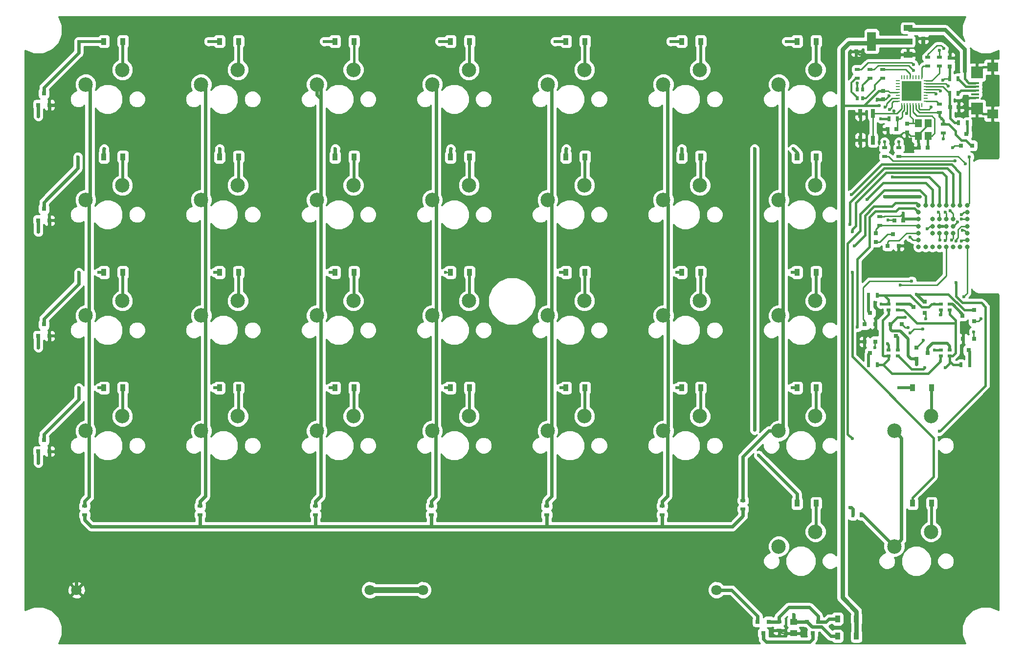
<source format=gtl>
G04 #@! TF.FileFunction,Copper,L1,Top,Signal*
%FSLAX46Y46*%
G04 Gerber Fmt 4.6, Leading zero omitted, Abs format (unit mm)*
G04 Created by KiCad (PCBNEW 4.0.7) date *
%MOMM*%
%LPD*%
G01*
G04 APERTURE LIST*
%ADD10C,0.050000*%
%ADD11C,0.600000*%
%ADD12C,2.500000*%
%ADD13C,0.800000*%
%ADD14R,0.900000X1.200000*%
%ADD15R,0.750000X0.800000*%
%ADD16R,1.250000X1.000000*%
%ADD17R,0.800000X0.750000*%
%ADD18R,0.910000X1.220000*%
%ADD19R,0.500000X0.750000*%
%ADD20R,0.797560X0.797560*%
%ADD21R,0.750000X0.500000*%
%ADD22R,1.350000X0.400000*%
%ADD23R,2.000000X2.100000*%
%ADD24R,1.900000X1.600000*%
%ADD25R,0.800100X0.800100*%
%ADD26R,0.900000X0.500000*%
%ADD27R,0.500000X0.900000*%
%ADD28R,0.700000X1.500000*%
%ADD29R,0.250000X0.700000*%
%ADD30R,0.700000X0.250000*%
%ADD31R,1.725000X1.725000*%
%ADD32R,1.500000X1.000000*%
%ADD33R,1.500000X3.300000*%
%ADD34R,1.200000X1.400000*%
%ADD35C,1.800000*%
%ADD36C,0.600000*%
%ADD37C,1.000000*%
%ADD38C,0.250000*%
%ADD39C,0.300000*%
%ADD40C,0.400000*%
%ADD41C,0.700000*%
%ADD42C,0.800000*%
%ADD43C,0.500000*%
%ADD44C,0.254000*%
G04 APERTURE END LIST*
D10*
D11*
X143900000Y92600000D03*
X157200000Y104300000D03*
X150600000Y87700000D03*
X148500000Y90500000D03*
X148600000Y87500000D03*
X162200000Y92300000D03*
X167500000Y60000000D03*
X167500000Y42500000D03*
X167500000Y30000000D03*
X167500000Y17500000D03*
X155000000Y22500000D03*
X160000000Y30000000D03*
X145000000Y15000000D03*
X145000000Y20000000D03*
X125000000Y17500000D03*
X115000000Y17500000D03*
X90000000Y17500000D03*
X65000000Y17500000D03*
X40000000Y17500000D03*
X15000000Y17500000D03*
X15000000Y27500000D03*
X30000000Y27500000D03*
X35000000Y27500000D03*
X50000000Y27500000D03*
X55000000Y27500000D03*
X70000000Y27500000D03*
X75000000Y27500000D03*
X90000000Y27500000D03*
X95000000Y27500000D03*
X110000000Y27500000D03*
X115000000Y27500000D03*
X122500000Y27500000D03*
X122500000Y40000000D03*
X110000000Y40000000D03*
X100000000Y40000000D03*
X90000000Y40000000D03*
X80000000Y40000000D03*
X70000000Y40000000D03*
X60000000Y40000000D03*
X50000000Y40000000D03*
X40000000Y40000000D03*
X30000000Y40000000D03*
X20000000Y40000000D03*
X10500000Y41500000D03*
X8500000Y43500000D03*
X10000000Y48500000D03*
X15000000Y48500000D03*
X30000000Y48500000D03*
X35000000Y48500000D03*
X50000000Y48500000D03*
X55000000Y48500000D03*
X70000000Y48500000D03*
X75000000Y48500000D03*
X90000000Y48500000D03*
X95000000Y48500000D03*
X110000000Y48500000D03*
X115000000Y48500000D03*
X125000000Y48500000D03*
X130000000Y48500000D03*
X135000000Y48500000D03*
X140000000Y48500000D03*
X130000000Y67000000D03*
X135000000Y60000000D03*
X130000000Y60000000D03*
X125000000Y60000000D03*
X120000000Y60000000D03*
X115000000Y60000000D03*
X110000000Y60000000D03*
X100000000Y60000000D03*
X90000000Y60000000D03*
X80000000Y60000000D03*
X70000000Y60000000D03*
X60000000Y60000000D03*
X50000000Y60000000D03*
X40000000Y60000000D03*
X30000000Y60000000D03*
X20000000Y60000000D03*
X7750000Y63000000D03*
X10500000Y61250000D03*
X7500000Y83500000D03*
X10500000Y81750000D03*
X135000000Y67000000D03*
X125000000Y67000000D03*
X115000000Y67000000D03*
X110000000Y67000000D03*
X95000000Y67000000D03*
X90000000Y67000000D03*
X75000000Y67000000D03*
X70000000Y67000000D03*
X55000000Y67000000D03*
X50000000Y67000000D03*
X35000000Y67000000D03*
X30000000Y67000000D03*
X15000000Y67000000D03*
X10000000Y67000000D03*
X10000000Y72500000D03*
X17500000Y72500000D03*
X25000000Y72500000D03*
X30000000Y72500000D03*
X37500000Y72500000D03*
X50000000Y72500000D03*
X57500000Y72500000D03*
X70000000Y72500000D03*
X77500000Y72500000D03*
X90250000Y72750000D03*
X85000000Y72500000D03*
X101000000Y72500000D03*
X101000000Y80000000D03*
X95000000Y80000000D03*
X90000000Y80000000D03*
X80000000Y80000000D03*
X70000000Y80000000D03*
X60000000Y80000000D03*
X50000000Y80000000D03*
X40000000Y80000000D03*
X30000000Y80000000D03*
X20000000Y80000000D03*
X50000000Y84500000D03*
X20000000Y85050000D03*
X30000000Y84500000D03*
X10000000Y89000000D03*
X15000000Y89000000D03*
X30000000Y89000000D03*
X35000000Y89000000D03*
X50000000Y89000000D03*
X55000000Y89000000D03*
X70000000Y89000000D03*
X75000000Y89000000D03*
X90000000Y89000000D03*
X95000000Y89000000D03*
X110000000Y89000000D03*
X115000000Y89000000D03*
X125000000Y89000000D03*
X125000000Y93000000D03*
X105000000Y93000000D03*
X85000000Y93000000D03*
X65000000Y93000000D03*
X45000000Y93000000D03*
X25000000Y93000000D03*
X15000000Y102500000D03*
X20000000Y102500000D03*
X35000000Y102500000D03*
X40000000Y102500000D03*
X55000000Y102500000D03*
X60000000Y102500000D03*
X75000000Y102500000D03*
X80000000Y102500000D03*
X95000000Y102500000D03*
X100000000Y102500000D03*
X115000000Y102500000D03*
X122500000Y102500000D03*
X132500000Y102500000D03*
X140500000Y57000000D03*
X140500000Y63500000D03*
X140500000Y66500000D03*
X156000000Y68000000D03*
X153000000Y65000000D03*
X150000000Y68000000D03*
X146000000Y64500000D03*
X162500000Y1500000D03*
X147500000Y1500000D03*
X125000000Y1500000D03*
X112500000Y1500000D03*
X97500000Y1500000D03*
X82500000Y1500000D03*
X67500000Y1500000D03*
X52500000Y1500000D03*
X37500000Y1500000D03*
X22500000Y1500000D03*
X7500000Y1500000D03*
X1500000Y7500000D03*
X1500000Y15000000D03*
X1500000Y27500000D03*
X1500000Y40000000D03*
X1500000Y52500000D03*
X1500000Y65000000D03*
X1500000Y77500000D03*
X1500000Y90000000D03*
X1500000Y102500000D03*
X7500000Y108750000D03*
X12500000Y108750000D03*
X27500000Y108750000D03*
X42500000Y108750000D03*
X57500000Y108750000D03*
X72500000Y108750000D03*
X87500000Y108750000D03*
X102500000Y108750000D03*
X117500000Y108750000D03*
X132500000Y108750000D03*
X145500000Y106000000D03*
X151500000Y106750000D03*
X153500000Y108750000D03*
X162500000Y109000000D03*
X164750000Y103000000D03*
X162250000Y106500000D03*
X155200000Y104250000D03*
X159500000Y105500000D03*
X155500000Y101750000D03*
X151750000Y102750000D03*
X143500000Y102000000D03*
X143500000Y99000000D03*
X146400000Y92800000D03*
X140750000Y86500000D03*
X141000000Y89750000D03*
X143500000Y87250000D03*
X148000000Y86250000D03*
X150750000Y86000000D03*
X154250000Y86500000D03*
X165250000Y84800000D03*
X165250000Y91250000D03*
X168500000Y90500000D03*
D12*
X137540000Y80080000D03*
X131190000Y77540000D03*
D13*
X163800000Y76600000D03*
X163800000Y75400000D03*
X163800000Y74200000D03*
X163800000Y73000000D03*
X163800000Y71800000D03*
X163800000Y70600000D03*
X163800000Y69400000D03*
X162600000Y76600000D03*
X162600000Y69400000D03*
X161400000Y76600000D03*
X161400000Y74200000D03*
X161400000Y73000000D03*
X161400000Y71800000D03*
X161400000Y69400000D03*
X160200000Y76600000D03*
X160200000Y74200000D03*
X160200000Y73000000D03*
X160200000Y71800000D03*
X160200000Y69400000D03*
X159000000Y76600000D03*
X159000000Y74200000D03*
X159000000Y73000000D03*
X159000000Y71800000D03*
X159000000Y69400000D03*
X157800000Y76600000D03*
X157800000Y74200000D03*
X157800000Y73000000D03*
X157800000Y71800000D03*
X157800000Y69400000D03*
X156600000Y76600000D03*
X156600000Y69400000D03*
X155400000Y76600000D03*
X155400000Y75400000D03*
X155400000Y74200000D03*
X155400000Y73000000D03*
X155400000Y71800000D03*
X155400000Y70600000D03*
X155400000Y69400000D03*
D12*
X117540000Y60080000D03*
X111190000Y57540000D03*
D14*
X114350000Y65000000D03*
X117650000Y65000000D03*
X34350000Y65000000D03*
X37650000Y65000000D03*
D12*
X97540000Y80080000D03*
X91190000Y77540000D03*
X117540000Y100080000D03*
X111190000Y97540000D03*
D15*
X149300000Y96450000D03*
X149300000Y94950000D03*
X153400000Y90750000D03*
X153400000Y89250000D03*
D16*
X133750000Y4500000D03*
X133750000Y2500000D03*
D17*
X152750000Y74000000D03*
X151250000Y74000000D03*
X151550000Y89800000D03*
X150050000Y89800000D03*
X156950000Y86550000D03*
X155450000Y86550000D03*
D15*
X160800000Y100650000D03*
X160800000Y102150000D03*
D17*
X160850000Y93600000D03*
X162350000Y93600000D03*
D15*
X156200000Y107000000D03*
X156200000Y105500000D03*
X144600000Y104750000D03*
X144600000Y103250000D03*
D18*
X141365000Y5000000D03*
X144635000Y5000000D03*
X141365000Y2000000D03*
X144635000Y2000000D03*
D19*
X144750000Y96700000D03*
X145750000Y96700000D03*
X144750000Y95150000D03*
X145750000Y95150000D03*
D20*
X148000000Y71749300D03*
X148000000Y70250700D03*
D21*
X160775000Y51500000D03*
X160775000Y50500000D03*
X159225000Y51500000D03*
X159225000Y50500000D03*
X151775000Y59500000D03*
X151775000Y58500000D03*
X150225000Y59500000D03*
X150225000Y58500000D03*
X151775000Y51500000D03*
X151775000Y50500000D03*
X150225000Y51500000D03*
X150225000Y50500000D03*
X160775000Y59500000D03*
X160775000Y58500000D03*
X159225000Y59500000D03*
X159225000Y58500000D03*
D22*
X165200000Y97800000D03*
X165200000Y97150000D03*
X165200000Y96500000D03*
X165200000Y95850000D03*
X165200000Y95200000D03*
D23*
X165525000Y93400000D03*
X165525000Y99600000D03*
D24*
X168225000Y92400000D03*
X168225000Y100600000D03*
D25*
X129450000Y4500760D03*
X127550000Y4500760D03*
X128500000Y2501780D03*
X138000000Y4500000D03*
X136100000Y4500000D03*
X137050000Y2501020D03*
X162750000Y86949240D03*
X164650000Y86949240D03*
X163700000Y88948220D03*
X150050000Y69599240D03*
X151950000Y69599240D03*
X151000000Y71598220D03*
X146050000Y55999240D03*
X147950000Y55999240D03*
X147000000Y57998220D03*
X147950000Y53000760D03*
X146050000Y53000760D03*
X147000000Y51001780D03*
X154999240Y51950000D03*
X154999240Y50050000D03*
X156998220Y51000000D03*
X156500000Y58000000D03*
X156500000Y59900000D03*
X154501020Y58950000D03*
X152450000Y56000760D03*
X150550000Y56000760D03*
X151500000Y54001780D03*
X165000760Y56550000D03*
X165000760Y58450000D03*
X163001780Y57500000D03*
X165000000Y53500000D03*
X163100000Y53500000D03*
X164050000Y51501020D03*
X3000000Y34000000D03*
X4900000Y34000000D03*
X3950000Y35998980D03*
X3000000Y53999240D03*
X4900000Y53999240D03*
X3950000Y55998220D03*
X3000000Y74000000D03*
X4900000Y74000000D03*
X3950000Y75998980D03*
X3000000Y93999240D03*
X4900000Y93999240D03*
X3950000Y95998220D03*
D26*
X131250000Y3000000D03*
X131250000Y4500000D03*
X159000000Y94150000D03*
X159000000Y92650000D03*
D27*
X150250000Y91600000D03*
X151750000Y91600000D03*
X160750000Y98500000D03*
X162250000Y98500000D03*
X160750000Y96000000D03*
X162250000Y96000000D03*
D26*
X147000000Y98650000D03*
X147000000Y100150000D03*
X144800000Y98650000D03*
X144800000Y100150000D03*
X149200000Y98650000D03*
X149200000Y100150000D03*
X159000000Y102250000D03*
X159000000Y100750000D03*
X157000000Y102250000D03*
X157000000Y100750000D03*
X149500000Y85050000D03*
X149500000Y86550000D03*
X152000000Y85050000D03*
X152000000Y86550000D03*
D27*
X162350000Y90900000D03*
X163850000Y90900000D03*
D26*
X159700000Y89150000D03*
X159700000Y90650000D03*
X148700000Y74650000D03*
X148700000Y73150000D03*
D27*
X148250000Y61000000D03*
X146750000Y61000000D03*
X148250000Y49000000D03*
X146750000Y49000000D03*
X162750000Y49000000D03*
X164250000Y49000000D03*
X144000000Y23000000D03*
X145500000Y23000000D03*
D26*
X125000000Y24000000D03*
X125000000Y25500000D03*
X111000000Y23000000D03*
X111000000Y24500000D03*
X91000000Y23000000D03*
X91000000Y24500000D03*
X71000000Y23000000D03*
X71000000Y24500000D03*
X51000000Y23000000D03*
X51000000Y24500000D03*
X31000000Y23000000D03*
X31000000Y24500000D03*
X11000000Y23000000D03*
X11000000Y24500000D03*
D28*
X145300000Y92500000D03*
X147500000Y92500000D03*
X145300000Y87900000D03*
X147500000Y87900000D03*
D12*
X17540000Y40080000D03*
X11190000Y37540000D03*
X37540000Y40080000D03*
X31190000Y37540000D03*
X57540000Y40080000D03*
X51190000Y37540000D03*
X77540000Y40080000D03*
X71190000Y37540000D03*
X97540000Y40080000D03*
X91190000Y37540000D03*
X117540000Y40080000D03*
X111190000Y37540000D03*
X137540000Y40080000D03*
X131190000Y37540000D03*
X157540000Y40080000D03*
X151190000Y37540000D03*
X17540000Y60080000D03*
X11190000Y57540000D03*
X37540000Y60080000D03*
X31190000Y57540000D03*
X57540000Y60080000D03*
X51190000Y57540000D03*
X77540000Y60080000D03*
X71190000Y57540000D03*
X97540000Y60080000D03*
X91190000Y57540000D03*
X137540000Y60080000D03*
X131190000Y57540000D03*
X157540000Y20080000D03*
X151190000Y17540000D03*
X17540000Y80080000D03*
X11190000Y77540000D03*
X37540000Y80080000D03*
X31190000Y77540000D03*
X57540000Y80080000D03*
X51190000Y77540000D03*
X77540000Y80080000D03*
X71190000Y77540000D03*
X117540000Y80080000D03*
X111190000Y77540000D03*
X137540000Y20080000D03*
X131190000Y17540000D03*
X17540000Y100080000D03*
X11190000Y97540000D03*
X37540000Y100080000D03*
X31190000Y97540000D03*
X57540000Y100080000D03*
X51190000Y97540000D03*
X77540000Y100080000D03*
X71190000Y97540000D03*
X97540000Y100080000D03*
X91190000Y97540000D03*
X137540000Y100080000D03*
X131190000Y97540000D03*
D29*
X152450000Y94000000D03*
X152950000Y94000000D03*
X153450000Y94000000D03*
X153950000Y94000000D03*
X154450000Y94000000D03*
X154950000Y94000000D03*
X155450000Y94000000D03*
X155950000Y94000000D03*
D30*
X156600000Y94650000D03*
X156600000Y95150000D03*
X156600000Y95650000D03*
X156600000Y96150000D03*
X156600000Y96650000D03*
X156600000Y97150000D03*
X156600000Y97650000D03*
X156600000Y98150000D03*
D29*
X155950000Y98800000D03*
X155450000Y98800000D03*
X154950000Y98800000D03*
X154450000Y98800000D03*
X153950000Y98800000D03*
X153450000Y98800000D03*
X152950000Y98800000D03*
X152450000Y98800000D03*
D30*
X151800000Y98150000D03*
X151800000Y97650000D03*
X151800000Y97150000D03*
X151800000Y96650000D03*
X151800000Y96150000D03*
X151800000Y95650000D03*
X151800000Y95150000D03*
X151800000Y94650000D03*
D31*
X155062500Y97262500D03*
X153337500Y97262500D03*
X155062500Y95537500D03*
X153337500Y95537500D03*
D32*
X153550000Y102700000D03*
X153550000Y105000000D03*
X153550000Y107300000D03*
D33*
X147250000Y105000000D03*
D14*
X14350000Y44997460D03*
X17650000Y44997460D03*
X34350000Y44997460D03*
X37650000Y44997460D03*
X54350000Y45000000D03*
X57650000Y45000000D03*
X74350000Y45000000D03*
X77650000Y45000000D03*
X94350000Y44997460D03*
X97650000Y44997460D03*
X114350000Y45000000D03*
X117650000Y45000000D03*
X134350000Y45000000D03*
X137650000Y45000000D03*
X154350000Y45000000D03*
X157650000Y45000000D03*
X14350000Y65000000D03*
X17650000Y65000000D03*
X54350000Y65000000D03*
X57650000Y65000000D03*
X74350000Y65000000D03*
X77650000Y65000000D03*
X94350000Y65000000D03*
X97650000Y65000000D03*
X134350000Y65000000D03*
X137650000Y65000000D03*
X154350000Y24997460D03*
X157650000Y24997460D03*
X14350000Y85000000D03*
X17650000Y85000000D03*
X34350000Y85000000D03*
X37650000Y85000000D03*
X54350000Y85000000D03*
X57650000Y85000000D03*
X74350000Y85000000D03*
X77650000Y85000000D03*
X94350000Y85000000D03*
X97650000Y85000000D03*
X114350000Y85000000D03*
X117650000Y85000000D03*
X134350000Y85000000D03*
X137650000Y85000000D03*
X134350000Y25000000D03*
X137650000Y25000000D03*
X14350000Y105000000D03*
X17650000Y105000000D03*
X34350000Y104997460D03*
X37650000Y104997460D03*
X54350000Y105000000D03*
X57650000Y105000000D03*
X74350000Y105000000D03*
X77650000Y105000000D03*
X94350000Y105000000D03*
X97650000Y105000000D03*
X114350000Y105000000D03*
X117650000Y105000000D03*
X134350000Y105000000D03*
X137650000Y105000000D03*
D34*
X155350000Y90800000D03*
X155350000Y88600000D03*
X157050000Y88600000D03*
X157050000Y90800000D03*
D11*
X168500000Y85500000D03*
D35*
X120400000Y10000000D03*
X69600000Y10000000D03*
X60400000Y10000000D03*
X9600000Y10000000D03*
D11*
X147500000Y54600000D03*
X163000000Y55200000D03*
X159600000Y73000000D03*
X6350000Y94000000D03*
X135100000Y2400000D03*
X150150000Y74050000D03*
X153100000Y69600000D03*
X162850000Y74200000D03*
X165500000Y101500000D03*
X162250000Y102250000D03*
X148250000Y95000000D03*
X150287500Y95537500D03*
X155062500Y97262500D03*
X155062500Y95537500D03*
X153337500Y97262500D03*
X153337500Y95537500D03*
X148600000Y93899994D03*
X144750000Y97750000D03*
X148874980Y91600000D03*
X159400000Y91600000D03*
X143500000Y24300000D03*
X153100000Y57200000D03*
X123200000Y21000000D03*
X152750000Y75250000D03*
X155000000Y61200000D03*
X155000000Y49050020D03*
X133800000Y5700000D03*
X159622654Y98275020D03*
X159199984Y96400000D03*
X160000000Y48500000D03*
X156500000Y48500000D03*
X158200000Y59500000D03*
X148900000Y59500000D03*
X150000000Y52600000D03*
X158200000Y51500000D03*
X159200000Y49600000D03*
X159200000Y57600000D03*
X152000000Y45000000D03*
X133500000Y45000000D03*
X113500000Y45000000D03*
X93500000Y45000000D03*
X73500000Y45000000D03*
X53500000Y45000000D03*
X33500000Y45000000D03*
X13500000Y45000000D03*
X10000000Y45000000D03*
X143900000Y65000000D03*
X93400000Y65002540D03*
X113500000Y65002540D03*
X13500000Y65002540D03*
X33500000Y65002540D03*
X53500000Y65002540D03*
X73500000Y65002540D03*
X133500000Y65002540D03*
X10000520Y65002540D03*
X127000000Y37700000D03*
X127700010Y33300000D03*
X127000000Y86400000D03*
X14400000Y86400000D03*
X34400000Y86400000D03*
X54400000Y86400000D03*
X74400000Y86400000D03*
X94400000Y86400000D03*
X114400000Y86400000D03*
X133700000Y86400000D03*
X9840000Y85002540D03*
X132500000Y105002540D03*
X112500000Y105002540D03*
X92500000Y105002540D03*
X72500000Y105002540D03*
X52500000Y105002540D03*
X32500000Y105002540D03*
X10000000Y105002540D03*
X161250000Y86550000D03*
X160500000Y97250000D03*
X160000000Y70500000D03*
X154200000Y63500000D03*
X156100000Y55200000D03*
X161100000Y70600000D03*
X147800000Y52000000D03*
X153900000Y54500000D03*
X163199992Y60800000D03*
X156200000Y53200000D03*
X156600000Y57000000D03*
X162800000Y70400000D03*
X152200026Y62800000D03*
X153600000Y55400000D03*
X166200000Y57000000D03*
X156900000Y72500000D03*
X159100000Y70600000D03*
X164900000Y54700000D03*
X154500000Y100000000D03*
X157600000Y93600000D03*
X154500000Y101000000D03*
X158400000Y95900000D03*
X162825010Y75000010D03*
X159000000Y103400000D03*
X159800000Y103800000D03*
X164200000Y84999996D03*
X161700000Y84300000D03*
X162148855Y73700764D03*
X149600000Y93600000D03*
X149500000Y87600000D03*
X163500000Y83800000D03*
X163000000Y72300000D03*
X150395253Y93212869D03*
X152000000Y87600000D03*
X151161092Y92981547D03*
X153300000Y92500000D03*
X159700000Y88100000D03*
X153900000Y71100000D03*
X143900000Y36200000D03*
X3000000Y32000000D03*
X144800000Y55500000D03*
X3000000Y52000000D03*
X144300000Y69600000D03*
X3000000Y72000000D03*
X150900000Y81500000D03*
X3000000Y92000000D03*
X159000000Y37500000D03*
X161900000Y63200000D03*
X161900000Y70400000D03*
X131900000Y85400000D03*
X160900000Y75700000D03*
X143799999Y78500005D03*
X143500000Y73300000D03*
X160000000Y75400000D03*
X51899994Y85300000D03*
X155600000Y78099980D03*
X149500000Y78100000D03*
X158800000Y75400000D03*
X143900000Y72000000D03*
X146444982Y77655018D03*
D36*
X127550000Y5500810D02*
X127550000Y4500760D01*
X120400000Y10000000D02*
X123050810Y10000000D01*
X123050810Y10000000D02*
X127550000Y5500810D01*
D37*
X60400000Y10000000D02*
X69600000Y10000000D01*
D38*
X148500000Y89000000D02*
X148500000Y87600000D01*
X147950000Y55999240D02*
X147950000Y55050000D01*
X147950000Y55050000D02*
X147500000Y54600000D01*
X163100000Y53500000D02*
X163100000Y55100000D01*
X163100000Y55100000D02*
X163000000Y55200000D01*
D39*
X160200000Y73000000D02*
X159600000Y73000000D01*
D36*
X4900000Y93999240D02*
X6349240Y93999240D01*
X6349240Y93999240D02*
X6350000Y94000000D01*
X9600000Y10000000D02*
X9600000Y11600000D01*
D40*
X133750000Y2500000D02*
X135000000Y2500000D01*
X135000000Y2500000D02*
X135100000Y2400000D01*
D38*
X146050000Y53000760D02*
X146050000Y53550000D01*
X146050000Y53550000D02*
X147950000Y55450000D01*
X147950000Y55450000D02*
X147950000Y55999240D01*
X150150000Y74050000D02*
X151200000Y74050000D01*
X151200000Y74050000D02*
X151250000Y74000000D01*
X153100000Y69600000D02*
X151950760Y69600000D01*
X151950760Y69600000D02*
X151950000Y69599240D01*
X162850000Y74200000D02*
X163800000Y74200000D01*
D39*
X160200000Y73000000D02*
X159000000Y73000000D01*
X165500000Y101500000D02*
X165500000Y99625000D01*
X165500000Y99625000D02*
X165525000Y99600000D01*
X160800000Y102150000D02*
X162150000Y102150000D01*
X162150000Y102150000D02*
X162250000Y102250000D01*
X160800000Y103950000D02*
X159250000Y105500000D01*
X159250000Y105500000D02*
X156200000Y105500000D01*
X160800000Y102150000D02*
X160800000Y103950000D01*
X153550000Y102700000D02*
X145150000Y102700000D01*
X145150000Y102700000D02*
X144600000Y103250000D01*
D40*
X144250000Y92500000D02*
X145300000Y92500000D01*
X149300000Y94950000D02*
X148300000Y94950000D01*
X148300000Y94950000D02*
X148250000Y95000000D01*
D38*
X149300000Y94950000D02*
X149700000Y94950000D01*
X149700000Y94950000D02*
X150287500Y95537500D01*
X145900000Y87900000D02*
X145300000Y87900000D01*
X149300000Y89800000D02*
X148500000Y89000000D01*
X150050000Y89800000D02*
X149300000Y89800000D01*
X145300000Y87900000D02*
X145300000Y92500000D01*
X150050000Y89800000D02*
X150050000Y89175000D01*
X150625000Y88600000D02*
X152125000Y88600000D01*
X152775000Y89250000D02*
X153400000Y89250000D01*
X150050000Y89175000D02*
X150625000Y88600000D01*
X152125000Y88600000D02*
X152775000Y89250000D01*
X155350000Y88600000D02*
X154050000Y88600000D01*
X154050000Y88600000D02*
X153400000Y89250000D01*
X157050000Y90800000D02*
X157050000Y90550000D01*
X157050000Y90550000D02*
X155350000Y88850000D01*
X155350000Y88850000D02*
X155350000Y88600000D01*
X155450000Y86550000D02*
X155450000Y88500000D01*
X155450000Y88500000D02*
X155350000Y88600000D01*
D40*
X162950000Y93600000D02*
X162350000Y93600000D01*
X163300000Y93600000D02*
X163500000Y93400000D01*
X162350000Y93600000D02*
X163300000Y93600000D01*
D41*
X155100000Y102700000D02*
X156200000Y103800000D01*
X156200000Y103800000D02*
X156200000Y105500000D01*
X153550000Y102700000D02*
X155100000Y102700000D01*
D38*
X133750000Y2500000D02*
X131750000Y2500000D01*
X131750000Y2500000D02*
X131250000Y3000000D01*
D36*
X4950000Y30500000D02*
X4900000Y30550000D01*
X4900000Y30550000D02*
X4900000Y34000000D01*
X1200000Y49299190D02*
X1200000Y31800000D01*
X1200000Y31800000D02*
X2500000Y30500000D01*
X2500000Y30500000D02*
X4900000Y30500000D01*
X4900000Y53999240D02*
X4900000Y50000000D01*
X4900000Y50000000D02*
X4199190Y49299190D01*
X4199190Y49299190D02*
X1200000Y49299190D01*
X4900000Y93999240D02*
X4900000Y90900000D01*
X4900000Y90900000D02*
X1200000Y87200000D01*
X1200000Y87200000D02*
X1200000Y68800000D01*
X4900000Y74000000D02*
X4900000Y70000000D01*
X4900000Y70000000D02*
X3700000Y68800000D01*
X3700000Y68800000D02*
X1200000Y68800000D01*
X1200000Y68800000D02*
X1200000Y49299190D01*
D40*
X165200000Y95200000D02*
X163850000Y95200000D01*
X163850000Y95200000D02*
X163550000Y94900000D01*
X163550000Y94900000D02*
X163550000Y94200000D01*
X163550000Y94200000D02*
X162950000Y93600000D01*
X163500000Y93400000D02*
X165525000Y93400000D01*
X168225000Y92400000D02*
X166525000Y92400000D01*
X166525000Y92400000D02*
X165525000Y93400000D01*
X168225000Y100600000D02*
X166525000Y100600000D01*
X166525000Y100600000D02*
X165525000Y99600000D01*
X168225000Y100600000D02*
X168225000Y92400000D01*
X164650000Y86949240D02*
X164550760Y86949240D01*
X164550760Y86949240D02*
X163600000Y87900000D01*
X163600000Y87900000D02*
X162800000Y87900000D01*
X162800000Y87900000D02*
X161800000Y88900000D01*
X161800000Y88900000D02*
X161800000Y89500000D01*
X161800000Y89500000D02*
X160650000Y90650000D01*
X160650000Y90650000D02*
X159700000Y90650000D01*
D39*
X164449240Y86949240D02*
X164650000Y86949240D01*
D40*
X146000000Y93900000D02*
X146000006Y93899994D01*
X148175736Y93899994D02*
X148600000Y93899994D01*
X146000006Y93899994D02*
X148175736Y93899994D01*
X149300000Y96450000D02*
X148525000Y96450000D01*
X148525000Y96450000D02*
X145975000Y93900000D01*
X145975000Y93900000D02*
X142600000Y93900000D01*
X142600000Y93900000D02*
X142200000Y94300000D01*
D42*
X142200000Y8700000D02*
X142200000Y94300000D01*
X144635000Y6265000D02*
X142200000Y8700000D01*
X144635000Y5000000D02*
X144635000Y6265000D01*
X142200000Y94300000D02*
X142200000Y103600000D01*
X143350000Y104750000D02*
X144600000Y104750000D01*
X142200000Y103600000D02*
X143350000Y104750000D01*
D39*
X144750000Y96700000D02*
X144750000Y97750000D01*
D40*
X150250000Y91600000D02*
X148874980Y91600000D01*
X159700000Y91300000D02*
X159400000Y91600000D01*
X159400000Y91600000D02*
X159000000Y92000000D01*
D38*
X154950000Y93250000D02*
X155550000Y92650000D01*
X155550000Y92650000D02*
X159000000Y92650000D01*
X154950000Y94000000D02*
X154950000Y93250000D01*
X150450000Y96150000D02*
X150150000Y96450000D01*
X150150000Y96450000D02*
X149300000Y96450000D01*
X151800000Y96150000D02*
X150450000Y96150000D01*
D40*
X159700000Y90650000D02*
X159700000Y91300000D01*
X159000000Y92000000D02*
X159000000Y92650000D01*
D42*
X144600000Y104750000D02*
X147000000Y104750000D01*
X147000000Y104750000D02*
X147250000Y105000000D01*
D37*
X153550000Y105000000D02*
X147250000Y105000000D01*
D42*
X144635000Y5000000D02*
X144635000Y2000000D01*
D38*
X155400000Y90800000D02*
X154400000Y90800000D01*
X154400000Y90800000D02*
X153450000Y90800000D01*
X153950000Y94000000D02*
X153950000Y92050000D01*
X153950000Y92050000D02*
X154400000Y91600000D01*
X154400000Y91600000D02*
X154400000Y90800000D01*
X153450000Y90800000D02*
X153400000Y90750000D01*
D36*
X144000000Y24050000D02*
X143750000Y24300000D01*
X143750000Y24300000D02*
X143500000Y24300000D01*
X144000000Y23000000D02*
X144000000Y24050000D01*
D40*
X165000760Y58450000D02*
X163300000Y58450000D01*
X163300000Y58450000D02*
X160550000Y61200000D01*
X160550000Y61200000D02*
X155424264Y61200000D01*
X155424264Y61200000D02*
X155000000Y61200000D01*
D38*
X152250000Y74750000D02*
X149500000Y74750000D01*
X149500000Y74750000D02*
X149400000Y74650000D01*
X149400000Y74650000D02*
X148700000Y74650000D01*
X152250000Y74750000D02*
X152750000Y75250000D01*
D36*
X156300000Y59900000D02*
X156500000Y59900000D01*
X155000000Y61200000D02*
X156300000Y59900000D01*
D40*
X150550000Y56000760D02*
X151749240Y57200000D01*
X151749240Y57200000D02*
X153100000Y57200000D01*
D43*
X152750000Y75250000D02*
X152750000Y74000000D01*
X155400000Y74200000D02*
X152950000Y74200000D01*
X152950000Y74200000D02*
X152750000Y74000000D01*
D36*
X140210000Y2000000D02*
X141365000Y2000000D01*
D43*
X153600000Y53511882D02*
X153600000Y50549190D01*
X153600000Y50549190D02*
X154099190Y50050000D01*
X154099190Y50050000D02*
X154999240Y50050000D01*
X150550000Y56000760D02*
X150550000Y55100710D01*
X150550000Y55100710D02*
X150798879Y54851831D01*
X150798879Y54851831D02*
X152260051Y54851831D01*
X152260051Y54851831D02*
X153600000Y53511882D01*
D36*
X155000000Y50049240D02*
X155000000Y49474284D01*
X155000000Y49474284D02*
X155000000Y49050020D01*
X154999240Y50050000D02*
X155000000Y50049240D01*
X133750000Y4500000D02*
X133750000Y5650000D01*
X133750000Y5650000D02*
X133800000Y5700000D01*
X136100000Y4500000D02*
X137000051Y3599949D01*
X137000051Y3599949D02*
X138610051Y3599949D01*
X138610051Y3599949D02*
X140210000Y2000000D01*
X136100000Y4500000D02*
X133750000Y4500000D01*
X12150000Y21000000D02*
X31000000Y21000000D01*
X31000000Y21000000D02*
X51000000Y21000000D01*
X31000000Y23000000D02*
X31000000Y21000000D01*
X51000000Y21000000D02*
X71000000Y21000000D01*
X51000000Y23000000D02*
X51000000Y22150000D01*
X51000000Y22150000D02*
X51000000Y21000000D01*
X71000000Y21000000D02*
X91000000Y21000000D01*
X71000000Y23000000D02*
X71000000Y21000000D01*
X91000000Y21000000D02*
X111000000Y21000000D01*
X91000000Y23000000D02*
X91000000Y21000000D01*
X111000000Y21000000D02*
X123200000Y21000000D01*
X111000000Y23000000D02*
X111000000Y21000000D01*
X125000000Y22800000D02*
X125000000Y24000000D01*
X123200000Y21000000D02*
X125000000Y22800000D01*
X11000000Y23000000D02*
X11000000Y22150000D01*
X11000000Y22150000D02*
X12150000Y21000000D01*
D38*
X151750000Y91600000D02*
X152250000Y91600000D01*
X152250000Y91600000D02*
X152600000Y91950000D01*
X152600000Y92800000D02*
X152950000Y93150000D01*
X152600000Y91950000D02*
X152600000Y92800000D01*
X152950000Y93150000D02*
X152950000Y94000000D01*
X151750000Y91600000D02*
X151750000Y90000000D01*
X151750000Y90000000D02*
X151550000Y89800000D01*
X157700000Y88600000D02*
X158200000Y89100000D01*
X158200000Y89100000D02*
X158200000Y91600000D01*
X157000000Y88600000D02*
X157700000Y88600000D01*
D40*
X156950000Y88550000D02*
X157000000Y88600000D01*
D38*
X157700000Y92100000D02*
X158200000Y91600000D01*
D40*
X156950000Y86550000D02*
X156950000Y88550000D01*
D38*
X154450000Y94000000D02*
X154450000Y92750000D01*
X154450000Y92750000D02*
X155100000Y92100000D01*
X155100000Y92100000D02*
X157700000Y92100000D01*
X159847634Y98500000D02*
X159622654Y98275020D01*
X160750000Y98500000D02*
X159847634Y98500000D01*
D40*
X160750000Y98500000D02*
X160750000Y100600000D01*
X160750000Y100600000D02*
X160800000Y100650000D01*
D38*
X158949984Y96650000D02*
X159199984Y96400000D01*
X156600000Y96650000D02*
X158949984Y96650000D01*
D40*
X160850000Y91700000D02*
X161650000Y90900000D01*
X161650000Y90900000D02*
X162350000Y90900000D01*
X160850000Y93600000D02*
X160850000Y91700000D01*
D38*
X159600000Y97150000D02*
X160750000Y96000000D01*
X156600000Y97150000D02*
X159600000Y97150000D01*
D40*
X160750000Y96000000D02*
X160750000Y93700000D01*
X160750000Y93700000D02*
X160850000Y93600000D01*
D41*
X157275000Y107000000D02*
X156200000Y107000000D01*
X160000000Y107000000D02*
X157275000Y107000000D01*
X163400000Y103600000D02*
X160000000Y107000000D01*
X163400000Y99800000D02*
X163400000Y103600000D01*
X156200000Y107000000D02*
X153850000Y107000000D01*
X153850000Y107000000D02*
X153550000Y107300000D01*
D40*
X163400000Y98525000D02*
X163400000Y99800000D01*
X165200000Y97800000D02*
X164125000Y97800000D01*
X164125000Y97800000D02*
X163400000Y98525000D01*
D36*
X138000000Y4500000D02*
X138000000Y5500050D01*
X132900000Y7000000D02*
X131250000Y5350000D01*
X138000000Y5500050D02*
X136500050Y7000000D01*
X136500050Y7000000D02*
X132900000Y7000000D01*
X131250000Y5350000D02*
X131250000Y4500000D01*
X139900000Y5000000D02*
X139400000Y4500000D01*
X139400000Y4500000D02*
X138000000Y4500000D01*
X141365000Y5000000D02*
X139900000Y5000000D01*
X129450000Y4500760D02*
X131249240Y4500760D01*
X131249240Y4500760D02*
X131250000Y4500000D01*
D39*
X145750000Y96700000D02*
X145750000Y97400000D01*
X145750000Y97400000D02*
X147000000Y98650000D01*
D40*
X146850000Y98500000D02*
X147000000Y98650000D01*
D39*
X144750000Y95150000D02*
X144750000Y95275000D01*
X144750000Y95275000D02*
X143800000Y96225000D01*
X143800000Y96225000D02*
X143800000Y97850000D01*
X143800000Y97850000D02*
X144600000Y98650000D01*
X144600000Y98650000D02*
X144800000Y98650000D01*
X145750000Y95150000D02*
X146300000Y95150000D01*
X147800000Y96650000D02*
X147800000Y97450000D01*
X146300000Y95150000D02*
X147800000Y96650000D01*
X147800000Y97450000D02*
X149000000Y98650000D01*
X149000000Y98650000D02*
X149200000Y98650000D01*
D38*
X148700000Y73150000D02*
X155250000Y73150000D01*
X155250000Y73150000D02*
X155400000Y73000000D01*
X148000000Y71749300D02*
X148000000Y72450000D01*
X148000000Y72450000D02*
X148700000Y73150000D01*
X148000000Y70250700D02*
X148648780Y70250700D01*
X148648780Y70250700D02*
X149996300Y71598220D01*
X150349950Y71598220D02*
X151000000Y71598220D01*
X149996300Y71598220D02*
X150349950Y71598220D01*
D43*
X156998220Y51000000D02*
X156998220Y51900050D01*
X156998220Y51900050D02*
X157798170Y52700000D01*
X157798170Y52700000D02*
X160325000Y52700000D01*
X160325000Y52700000D02*
X160775000Y52250000D01*
X160775000Y52250000D02*
X160775000Y51500000D01*
D40*
X155136004Y56200000D02*
X161275000Y56200000D01*
X151775000Y58500000D02*
X152836004Y58500000D01*
X161275000Y56200000D02*
X161800000Y56200000D01*
X152836004Y58500000D02*
X155136004Y56200000D01*
X151775000Y50500000D02*
X151900000Y50500000D01*
X151900000Y50500000D02*
X154150000Y48250000D01*
X154150000Y48250000D02*
X156250000Y48250000D01*
X156250000Y48250000D02*
X156500000Y48500000D01*
X160000000Y48500000D02*
X160775000Y49275000D01*
X160775000Y49275000D02*
X160775000Y49625000D01*
X161800000Y51000000D02*
X161800000Y56200000D01*
X161800000Y56200000D02*
X161800000Y56725000D01*
X160775000Y50500000D02*
X161300000Y50500000D01*
X161800000Y56725000D02*
X160775000Y57750000D01*
X161300000Y50500000D02*
X161800000Y51000000D01*
X160775000Y57750000D02*
X160775000Y58500000D01*
X161400000Y49000000D02*
X160775000Y49625000D01*
X160775000Y49625000D02*
X160775000Y50500000D01*
X162750000Y49000000D02*
X161400000Y49000000D01*
X159225000Y59500000D02*
X157650000Y59500000D01*
X157650000Y59500000D02*
X157150000Y59000000D01*
X155950000Y59000000D02*
X153950000Y61000000D01*
X157150000Y59000000D02*
X155950000Y59000000D01*
X153950000Y61000000D02*
X149475000Y61000000D01*
X159225000Y59500000D02*
X158200000Y59500000D01*
X149350000Y59500000D02*
X148900000Y59500000D01*
X150225000Y59500000D02*
X149350000Y59500000D01*
X150225000Y52375000D02*
X150000000Y52600000D01*
X150225000Y51500000D02*
X150225000Y52375000D01*
X159225000Y51500000D02*
X158200000Y51500000D01*
X150225000Y59500000D02*
X150225000Y60250000D01*
X150225000Y60250000D02*
X149475000Y61000000D01*
X149475000Y61000000D02*
X148250000Y61000000D01*
X159200000Y49600000D02*
X157100000Y47500000D01*
X150800000Y47500000D02*
X149300000Y49000000D01*
X157100000Y47500000D02*
X150800000Y47500000D01*
X159200000Y49600000D02*
X159200000Y50475000D01*
X159200000Y50475000D02*
X159225000Y50500000D01*
X159225000Y58500000D02*
X159225000Y57625000D01*
X159225000Y57625000D02*
X159200000Y57600000D01*
X149200000Y56725000D02*
X149200000Y50650000D01*
X149200000Y50650000D02*
X149350000Y50500000D01*
X149350000Y50500000D02*
X150225000Y50500000D01*
X150225000Y58500000D02*
X150225000Y57750000D01*
X150225000Y57750000D02*
X149200000Y56725000D01*
X148250000Y49000000D02*
X149300000Y49000000D01*
X149300000Y49000000D02*
X150225000Y49925000D01*
X150225000Y49925000D02*
X150225000Y50500000D01*
D43*
X151775000Y59500000D02*
X153951020Y59500000D01*
X153951020Y59500000D02*
X154501020Y58950000D01*
X151775000Y51500000D02*
X151775000Y53726780D01*
X151775000Y53726780D02*
X151500000Y54001780D01*
X163001780Y57500000D02*
X163001780Y57748220D01*
X163001780Y57748220D02*
X161250000Y59500000D01*
X161250000Y59500000D02*
X160775000Y59500000D01*
X17650000Y44997460D02*
X17650000Y40190000D01*
X17650000Y40190000D02*
X17540000Y40080000D01*
X154350000Y45000000D02*
X152000000Y45000000D01*
X134350000Y45000000D02*
X133500000Y45000000D01*
X114350000Y45000000D02*
X113500000Y45000000D01*
X94350000Y44997460D02*
X93502540Y44997460D01*
X93502540Y44997460D02*
X93500000Y45000000D01*
X74350000Y45000000D02*
X73500000Y45000000D01*
X54350000Y45000000D02*
X53500000Y45000000D01*
X33502540Y44997460D02*
X33500000Y45000000D01*
X34350000Y44997460D02*
X33502540Y44997460D01*
X13502540Y44997460D02*
X13500000Y45000000D01*
X14350000Y44997460D02*
X13502540Y44997460D01*
D36*
X10000000Y43000000D02*
X9950970Y43000000D01*
X9950970Y43000000D02*
X3950000Y36999030D01*
X3950000Y36999030D02*
X3950000Y35998980D01*
X10000000Y45000000D02*
X10000000Y43000000D01*
X10000000Y43000000D02*
X4000000Y37000000D01*
D43*
X37650000Y44997460D02*
X37650000Y40190000D01*
X37650000Y40190000D02*
X37540000Y40080000D01*
X57650000Y40190000D02*
X57540000Y40080000D01*
X57650000Y45000000D02*
X57650000Y40190000D01*
X77650000Y45000000D02*
X77650000Y40190000D01*
X77650000Y40190000D02*
X77540000Y40080000D01*
X97650000Y44997460D02*
X97650000Y40190000D01*
X97650000Y40190000D02*
X97540000Y40080000D01*
X117650000Y45000000D02*
X117650000Y40190000D01*
X117650000Y40190000D02*
X117540000Y40080000D01*
X137650000Y45000000D02*
X137650000Y40190000D01*
X137650000Y40190000D02*
X137540000Y40080000D01*
X157650000Y45000000D02*
X157650000Y40190000D01*
X157650000Y40190000D02*
X157540000Y40080000D01*
X17650000Y65000000D02*
X17650000Y60190000D01*
X17650000Y60190000D02*
X17540000Y60080000D01*
D40*
X154350000Y24997460D02*
X154350000Y25997460D01*
X154350000Y25997460D02*
X158000000Y29647460D01*
X158000000Y29647460D02*
X158000000Y36329998D01*
X158000000Y36329998D02*
X143900000Y50429998D01*
X143900000Y50429998D02*
X143900000Y64575736D01*
X143900000Y64575736D02*
X143900000Y65000000D01*
D43*
X94350000Y65000000D02*
X93402540Y65000000D01*
X93402540Y65000000D02*
X93400000Y65002540D01*
X114350000Y65000000D02*
X113502540Y65000000D01*
X113502540Y65000000D02*
X113500000Y65002540D01*
D38*
X74350000Y65000000D02*
X73502540Y65000000D01*
X73502540Y65000000D02*
X73500000Y65002540D01*
D43*
X14350000Y65000000D02*
X13502540Y65000000D01*
X13502540Y65000000D02*
X13500000Y65002540D01*
X34350000Y65000000D02*
X33502540Y65000000D01*
X33502540Y65000000D02*
X33500000Y65002540D01*
X54350000Y65000000D02*
X53502540Y65000000D01*
X53502540Y65000000D02*
X53500000Y65002540D01*
X134350000Y65000000D02*
X133502540Y65000000D01*
X133502540Y65000000D02*
X133500000Y65002540D01*
D36*
X10000520Y63000520D02*
X9952250Y63000520D01*
X3950000Y56998270D02*
X3950000Y55998220D01*
X9952250Y63000520D02*
X3950000Y56998270D01*
X10000520Y65002540D02*
X10000520Y63000520D01*
D43*
X37650000Y65000000D02*
X37650000Y60190000D01*
X37650000Y60190000D02*
X37540000Y60080000D01*
X57650000Y65000000D02*
X57650000Y60190000D01*
X57650000Y60190000D02*
X57540000Y60080000D01*
X77650000Y65000000D02*
X77650000Y60190000D01*
X77650000Y60190000D02*
X77540000Y60080000D01*
X97650000Y65000000D02*
X97650000Y60190000D01*
X97650000Y60190000D02*
X97540000Y60080000D01*
X117650000Y65000000D02*
X117650000Y60190000D01*
X117650000Y60190000D02*
X117540000Y60080000D01*
X137650000Y65000000D02*
X137650000Y60190000D01*
X137650000Y60190000D02*
X137540000Y60080000D01*
X157650000Y24997460D02*
X157650000Y20190000D01*
X157650000Y20190000D02*
X157540000Y20080000D01*
X17650000Y85000000D02*
X17650000Y80190000D01*
X17650000Y80190000D02*
X17540000Y80080000D01*
D36*
X127000000Y86400000D02*
X127000000Y37700000D01*
X128000009Y33000001D02*
X127700010Y33300000D01*
X134350000Y26650010D02*
X128000009Y33000001D01*
X134350000Y25000000D02*
X134350000Y26650010D01*
X14350000Y85000000D02*
X14350000Y86350000D01*
X14350000Y86350000D02*
X14400000Y86400000D01*
X34350000Y85000000D02*
X34350000Y86350000D01*
X34350000Y86350000D02*
X34400000Y86400000D01*
X54350000Y86350000D02*
X54400000Y86400000D01*
X54350000Y85000000D02*
X54350000Y86350000D01*
X74350000Y85000000D02*
X74350000Y86350000D01*
X74350000Y86350000D02*
X74400000Y86400000D01*
X94350000Y85000000D02*
X94350000Y86350000D01*
X94350000Y86350000D02*
X94400000Y86400000D01*
X114350000Y85000000D02*
X114350000Y86350000D01*
X114350000Y86350000D02*
X114400000Y86400000D01*
X134350000Y85000000D02*
X134350000Y85750000D01*
X134350000Y85750000D02*
X133700000Y86400000D01*
X9840000Y83040000D02*
X3950000Y77150000D01*
X3950000Y77150000D02*
X3950000Y75998980D01*
X9840000Y85002540D02*
X9840000Y83040000D01*
D43*
X37650000Y85000000D02*
X37650000Y80190000D01*
X37650000Y80190000D02*
X37540000Y80080000D01*
X57650000Y80190000D02*
X57540000Y80080000D01*
X57650000Y85000000D02*
X57650000Y80190000D01*
X77650000Y85000000D02*
X77650000Y80190000D01*
X77650000Y80190000D02*
X77540000Y80080000D01*
X97650000Y85000000D02*
X97650000Y80190000D01*
X97650000Y80190000D02*
X97540000Y80080000D01*
X117650000Y85000000D02*
X117650000Y80190000D01*
X117650000Y80190000D02*
X117540000Y80080000D01*
X137650000Y85000000D02*
X137650000Y80190000D01*
X137650000Y80190000D02*
X137540000Y80080000D01*
X137650000Y25000000D02*
X137650000Y20190000D01*
X137650000Y20190000D02*
X137540000Y20080000D01*
X17650000Y100190000D02*
X17540000Y100080000D01*
X17650000Y105000000D02*
X17650000Y100190000D01*
X134350000Y105000000D02*
X132502540Y105000000D01*
X132502540Y105000000D02*
X132500000Y105002540D01*
X114350000Y105000000D02*
X112502540Y105000000D01*
X112502540Y105000000D02*
X112500000Y105002540D01*
X94350000Y105000000D02*
X92502540Y105000000D01*
X92502540Y105000000D02*
X92500000Y105002540D01*
X74350000Y105000000D02*
X72502540Y105000000D01*
X72502540Y105000000D02*
X72500000Y105002540D01*
X54350000Y105000000D02*
X52502540Y105000000D01*
X52502540Y105000000D02*
X52500000Y105002540D01*
X34350000Y104997460D02*
X32505080Y104997460D01*
X32505080Y104997460D02*
X32500000Y105002540D01*
X14350000Y105000000D02*
X10002540Y105000000D01*
X10002540Y105000000D02*
X10000000Y105002540D01*
D36*
X10000000Y103000000D02*
X9951730Y103000000D01*
X9951730Y103000000D02*
X3950000Y96998270D01*
X3950000Y96998270D02*
X3950000Y95998220D01*
X10000000Y105002540D02*
X10000000Y103000000D01*
D43*
X37650000Y104997460D02*
X37650000Y100190000D01*
X37650000Y100190000D02*
X37540000Y100080000D01*
D40*
X57650000Y105000000D02*
X57650000Y100190000D01*
X57650000Y100190000D02*
X57540000Y100080000D01*
D43*
X77650000Y105000000D02*
X77650000Y100190000D01*
X77650000Y100190000D02*
X77540000Y100080000D01*
X97650000Y105000000D02*
X97650000Y100190000D01*
X97650000Y100190000D02*
X97540000Y100080000D01*
X117650000Y105000000D02*
X117650000Y100190000D01*
X117650000Y100190000D02*
X117540000Y100080000D01*
X137650000Y105000000D02*
X137650000Y100190000D01*
X137650000Y100190000D02*
X137540000Y100080000D01*
D40*
X165200000Y97150000D02*
X163600000Y97150000D01*
X163600000Y97150000D02*
X162250000Y98500000D01*
X165200000Y96500000D02*
X162750000Y96500000D01*
X162750000Y96500000D02*
X162250000Y96000000D01*
D36*
X137050000Y2501020D02*
X137050000Y1500970D01*
X137050000Y1500970D02*
X136549030Y1000000D01*
X136549030Y1000000D02*
X129001730Y1000000D01*
X129001730Y1000000D02*
X128500000Y1501730D01*
X128500000Y1501730D02*
X128500000Y2501780D01*
D38*
X161649240Y86949240D02*
X161549999Y86849999D01*
X162750000Y86949240D02*
X161649240Y86949240D01*
X161549999Y86849999D02*
X161250000Y86550000D01*
X160100000Y97650000D02*
X160500000Y97250000D01*
X159850000Y97650000D02*
X160100000Y97650000D01*
X157200000Y97650000D02*
X159850000Y97650000D01*
X156600000Y97650000D02*
X157200000Y97650000D01*
D40*
X163850000Y90900000D02*
X163850000Y89098220D01*
X163850000Y89098220D02*
X163700000Y88948220D01*
D38*
X155400000Y71800000D02*
X153300000Y71800000D01*
X153300000Y71800000D02*
X152000000Y70500000D01*
X152000000Y70500000D02*
X150300710Y70500000D01*
X150300710Y70500000D02*
X150050000Y70249290D01*
X150050000Y70249290D02*
X150050000Y69599240D01*
X160200000Y70700000D02*
X160000000Y70500000D01*
X160200000Y71800000D02*
X160200000Y70700000D01*
X154200000Y63500000D02*
X146900000Y63500000D01*
X145800000Y62400000D02*
X145800000Y56900000D01*
X146900000Y63500000D02*
X145800000Y62400000D01*
X145800000Y56900000D02*
X146050000Y56650000D01*
X146050000Y56650000D02*
X146050000Y55999240D01*
D43*
X146750000Y61000000D02*
X146750000Y58248220D01*
X146750000Y58248220D02*
X147000000Y57998220D01*
D38*
X155675736Y55200000D02*
X156100000Y55200000D01*
X154600000Y55200000D02*
X155675736Y55200000D01*
X153900000Y54500000D02*
X154600000Y55200000D01*
X161399999Y70899999D02*
X161100000Y70600000D01*
X161400000Y71800000D02*
X161399999Y70899999D01*
X147800000Y52000000D02*
X147800000Y52850760D01*
X147800000Y52850760D02*
X147950000Y53000760D01*
D43*
X146750000Y49000000D02*
X146750000Y50751780D01*
X146750000Y50751780D02*
X147000000Y51001780D01*
D38*
X163800000Y69400000D02*
X163800000Y61400008D01*
X163499991Y61099999D02*
X163199992Y60800000D01*
X163800000Y61400008D02*
X163499991Y61099999D01*
X156200000Y53200000D02*
X156200000Y53150760D01*
X156200000Y53150760D02*
X154999240Y51950000D01*
X156600000Y57000000D02*
X156600000Y57900000D01*
X156600000Y57900000D02*
X156500000Y58000000D01*
X163800000Y70600000D02*
X163000000Y70600000D01*
X163000000Y70600000D02*
X162800000Y70400000D01*
X160200000Y69400000D02*
X160200000Y64400000D01*
X160200000Y64400000D02*
X158600000Y62800000D01*
X158600000Y62800000D02*
X152624290Y62800000D01*
X152624290Y62800000D02*
X152200026Y62800000D01*
X152200000Y62800000D02*
X152200026Y62800000D01*
X153600000Y55400000D02*
X153050760Y55400000D01*
X153050760Y55400000D02*
X152450000Y56000760D01*
X165000760Y56550000D02*
X165750000Y56550000D01*
X165750000Y56550000D02*
X166200000Y57000000D01*
X157800000Y73000000D02*
X157400000Y73000000D01*
X157400000Y73000000D02*
X156900000Y72500000D01*
X159000000Y70700000D02*
X159100000Y70600000D01*
X159000000Y71800000D02*
X159000000Y70700000D01*
X164900000Y54700000D02*
X164900000Y53600000D01*
X164900000Y53600000D02*
X165000000Y53500000D01*
D43*
X164250000Y49000000D02*
X164250000Y51301020D01*
X164250000Y51301020D02*
X164050000Y51501020D01*
D38*
X156600000Y94650000D02*
X158500000Y94650000D01*
X158500000Y94650000D02*
X159000000Y94150000D01*
X153650011Y100849989D02*
X154200001Y100299999D01*
X148399989Y100849989D02*
X153650011Y100849989D01*
X147700000Y100150000D02*
X148399989Y100849989D01*
X147000000Y100150000D02*
X147700000Y100150000D01*
X154200001Y100299999D02*
X154500000Y100000000D01*
X157200000Y93200000D02*
X157600000Y93600000D01*
X155650000Y93200000D02*
X157200000Y93200000D01*
X155450000Y94000000D02*
X155450000Y93400000D01*
X155450000Y93400000D02*
X155650000Y93200000D01*
X154200001Y101299999D02*
X154500000Y101000000D01*
X146649999Y101299999D02*
X154200001Y101299999D01*
X145500000Y100150000D02*
X146649999Y101299999D01*
X144800000Y100150000D02*
X145500000Y100150000D01*
X158400000Y95900000D02*
X158150000Y96150000D01*
X158150000Y96150000D02*
X156600000Y96150000D01*
X149900000Y100150000D02*
X149200000Y100150000D01*
X153200000Y100150000D02*
X149900000Y100150000D01*
X153950000Y99400000D02*
X153200000Y100150000D01*
X153950000Y98800000D02*
X153950000Y99400000D01*
X163125009Y75300009D02*
X162825010Y75000010D01*
X163225000Y75400000D02*
X163125009Y75300009D01*
X163800000Y75400000D02*
X163225000Y75400000D01*
X159000000Y103400000D02*
X159000000Y102250000D01*
X157650000Y98150000D02*
X159000000Y99500000D01*
X159000000Y99500000D02*
X159000000Y100750000D01*
X156600000Y98150000D02*
X157650000Y98150000D01*
X159500001Y104099999D02*
X159800000Y103800000D01*
X159300001Y104299999D02*
X159500001Y104099999D01*
X158549999Y104299999D02*
X159300001Y104299999D01*
X157000000Y102750000D02*
X158549999Y104299999D01*
X157000000Y102250000D02*
X157000000Y102750000D01*
X164200000Y84575732D02*
X164200000Y84999996D01*
X164200000Y77000000D02*
X164200000Y84575732D01*
X163800000Y76600000D02*
X164200000Y77000000D01*
X157000000Y100750000D02*
X156250000Y100750000D01*
X156250000Y100750000D02*
X155950000Y100450000D01*
X155950000Y100450000D02*
X155950000Y99450000D01*
X155950000Y99450000D02*
X155950000Y98800000D01*
X150200000Y85050000D02*
X150950000Y84300000D01*
X150950000Y84300000D02*
X161275736Y84300000D01*
X149500000Y85050000D02*
X150200000Y85050000D01*
X161275736Y84300000D02*
X161700000Y84300000D01*
X162100764Y73700764D02*
X162148855Y73700764D01*
X161400000Y73000000D02*
X162100764Y73700764D01*
X149600000Y93600000D02*
X149899999Y93899999D01*
X149899999Y94224997D02*
X150825002Y95150000D01*
X150825002Y95150000D02*
X151200000Y95150000D01*
X151200000Y95150000D02*
X151800000Y95150000D01*
X149899999Y93899999D02*
X149899999Y94224997D01*
X149500000Y86550000D02*
X149500000Y87600000D01*
X163200001Y84099999D02*
X163500000Y83800000D01*
X162250000Y85050000D02*
X163200001Y84099999D01*
X152000000Y85050000D02*
X162250000Y85050000D01*
X163300000Y72300000D02*
X163000000Y72300000D01*
X163800000Y71800000D02*
X163300000Y72300000D01*
X151800000Y94650000D02*
X151050000Y94650000D01*
X151050000Y94650000D02*
X150800000Y94400000D01*
X150800000Y94400000D02*
X150800000Y93617616D01*
X150800000Y93617616D02*
X150395253Y93212869D01*
X151800000Y94650000D02*
X151450000Y94650000D01*
X152000000Y86550000D02*
X152000000Y87600000D01*
X151161092Y92557283D02*
X151161092Y92981547D01*
X151218375Y92500000D02*
X151161092Y92557283D01*
X151300000Y92500000D02*
X151218375Y92500000D01*
X147500000Y92500000D02*
X147500000Y87900000D01*
X147500000Y92500000D02*
X149925002Y92500000D01*
X149925002Y92500000D02*
X151300000Y92500000D01*
X151300000Y92500000D02*
X151600000Y92500000D01*
X153450000Y92650000D02*
X153300000Y92500000D01*
X153450000Y94000000D02*
X153450000Y92650000D01*
X151600000Y92500000D02*
X152450000Y93350000D01*
X152450000Y93350000D02*
X152450000Y94000000D01*
X159700000Y88100000D02*
X159700000Y89150000D01*
X155400000Y70600000D02*
X154400000Y70600000D01*
X154400000Y70600000D02*
X153900000Y71100000D01*
D40*
X156600000Y76600000D02*
X156600000Y78200000D01*
X155600000Y79200000D02*
X149400000Y79200000D01*
X145300000Y72200000D02*
X143100000Y70000000D01*
X156600000Y78200000D02*
X155600000Y79200000D01*
X145300000Y75100000D02*
X145300000Y72200000D01*
X149400000Y79200000D02*
X145300000Y75100000D01*
X143100000Y70000000D02*
X143100000Y37000000D01*
X143100000Y37000000D02*
X143900000Y36200000D01*
D36*
X3000000Y34000000D02*
X3000000Y32000000D01*
D40*
X144800000Y55924264D02*
X144800000Y55500000D01*
X144800000Y67300000D02*
X144800000Y55924264D01*
X146900000Y69400000D02*
X144800000Y67300000D01*
X147900000Y75600000D02*
X146900000Y74600000D01*
X146900000Y74600000D02*
X146900000Y69400000D01*
X151500000Y75600000D02*
X147900000Y75600000D01*
X152000000Y76100000D02*
X151500000Y75600000D01*
X154700000Y76100000D02*
X152000000Y76100000D01*
X155400000Y75400000D02*
X154700000Y76100000D01*
D36*
X3000000Y52999190D02*
X3000000Y52000000D01*
X3000000Y53999240D02*
X3000000Y52999190D01*
D40*
X155400000Y76600000D02*
X155000000Y77000000D01*
X147700000Y76400000D02*
X146100000Y74800000D01*
X155000000Y77000000D02*
X151400000Y77000000D01*
X151400000Y77000000D02*
X150800000Y76400000D01*
X144599999Y69899999D02*
X144300000Y69600000D01*
X150800000Y76400000D02*
X147700000Y76400000D01*
X146100000Y74800000D02*
X146100000Y71400000D01*
X146100000Y71400000D02*
X144599999Y69899999D01*
D36*
X3000000Y72999950D02*
X3000000Y72000000D01*
X3000000Y74000000D02*
X3000000Y72999950D01*
D40*
X159000000Y79700000D02*
X157200000Y81500000D01*
X159000000Y76600000D02*
X159000000Y79700000D01*
X157200000Y81500000D02*
X151324264Y81500000D01*
X151324264Y81500000D02*
X150900000Y81500000D01*
D36*
X3000000Y93999240D02*
X3000000Y92999190D01*
X3000000Y92999190D02*
X3000000Y92000000D01*
D40*
X161900000Y63200000D02*
X161900000Y60850000D01*
X161900000Y60850000D02*
X163000000Y59750000D01*
X163000000Y59750000D02*
X166250000Y59750000D01*
X166250000Y59750000D02*
X167000000Y59000000D01*
X167000000Y59000000D02*
X167000000Y45400000D01*
X167000000Y45400000D02*
X159200000Y37600000D01*
D38*
X159200000Y37600000D02*
X159100000Y37600000D01*
X159100000Y37600000D02*
X159000000Y37500000D01*
X163800000Y73000000D02*
X162800000Y73000000D01*
X161900000Y70700000D02*
X161900000Y70400000D01*
X162800000Y73000000D02*
X162250000Y72450000D01*
X162250000Y72450000D02*
X162250000Y71050000D01*
X162250000Y71050000D02*
X161900000Y70700000D01*
D36*
X151190000Y17540000D02*
X145730000Y23000000D01*
X145730000Y23000000D02*
X145500000Y23000000D01*
X151190000Y37540000D02*
X152439999Y36290001D01*
X152439999Y36290001D02*
X152439999Y18789999D01*
X152439999Y18789999D02*
X151190000Y17540000D01*
X131190000Y57540000D02*
X131900000Y56830000D01*
X131900000Y38250000D02*
X131190000Y37540000D01*
X131900000Y56830000D02*
X131900000Y38250000D01*
X131190000Y77540000D02*
X131900000Y76830000D01*
X131900000Y76830000D02*
X131900000Y58250000D01*
X131900000Y58250000D02*
X131190000Y57540000D01*
X131900000Y96830000D02*
X131900000Y85400000D01*
X131900000Y85400000D02*
X131900000Y78250000D01*
X131190000Y97540000D02*
X131900000Y96830000D01*
X131900000Y78250000D02*
X131190000Y77540000D01*
D38*
X161400000Y74200000D02*
X161400000Y75200000D01*
X161400000Y75200000D02*
X160900000Y75700000D01*
D36*
X131190000Y37540000D02*
X129422234Y37540000D01*
X129422234Y37540000D02*
X125000000Y33117766D01*
X125000000Y33117766D02*
X125000000Y26350000D01*
X125000000Y26350000D02*
X125000000Y25500000D01*
D40*
X162600000Y76600000D02*
X162600000Y82200000D01*
X162600000Y82200000D02*
X161100000Y83700000D01*
X161100000Y83700000D02*
X148999994Y83700000D01*
X148999994Y83700000D02*
X143799999Y78500005D01*
D36*
X111190000Y57540000D02*
X112000000Y56730000D01*
X112000000Y56730000D02*
X112000000Y38350000D01*
X112000000Y38350000D02*
X111190000Y37540000D01*
X111190000Y37540000D02*
X111900000Y36830000D01*
X111900000Y36830000D02*
X111900000Y26250000D01*
X111900000Y26250000D02*
X111000000Y25350000D01*
X111000000Y25350000D02*
X111000000Y24500000D01*
X111190000Y77540000D02*
X112000000Y76730000D01*
X112000000Y76730000D02*
X112000000Y58350000D01*
X112000000Y58350000D02*
X111190000Y57540000D01*
X111190000Y97540000D02*
X111900000Y96830000D01*
X111900000Y96830000D02*
X111900000Y78250000D01*
X111900000Y78250000D02*
X111190000Y77540000D01*
D40*
X143500000Y73724264D02*
X143500000Y73300000D01*
X143500000Y77100000D02*
X143500000Y73724264D01*
X149400000Y83000000D02*
X143500000Y77100000D01*
X160400000Y83000000D02*
X149400000Y83000000D01*
X161400000Y82000000D02*
X160400000Y83000000D01*
X161400000Y76600000D02*
X161400000Y82000000D01*
D36*
X91190000Y57540000D02*
X91900000Y56830000D01*
X91900000Y38250000D02*
X91190000Y37540000D01*
X91900000Y56830000D02*
X91900000Y38250000D01*
X91190000Y37540000D02*
X91900000Y36830000D01*
X91900000Y36830000D02*
X91900000Y26250000D01*
X91000000Y25350000D02*
X91000000Y24500000D01*
X91900000Y26250000D02*
X91000000Y25350000D01*
X91190000Y77540000D02*
X91900000Y76830000D01*
X91900000Y76830000D02*
X91900000Y58250000D01*
X91900000Y58250000D02*
X91190000Y57540000D01*
X91190000Y97540000D02*
X91900000Y96830000D01*
X91900000Y96830000D02*
X91900000Y78250000D01*
X91900000Y78250000D02*
X91190000Y77540000D01*
X71190000Y37540000D02*
X71800000Y36930000D01*
X71800000Y36930000D02*
X71800000Y26150000D01*
X71800000Y26150000D02*
X71000000Y25350000D01*
X71000000Y25350000D02*
X71000000Y24500000D01*
X71190000Y57540000D02*
X71900000Y56830000D01*
X71900000Y56830000D02*
X71900000Y38250000D01*
X71900000Y38250000D02*
X71190000Y37540000D01*
X71190000Y77540000D02*
X71900000Y76830000D01*
X71900000Y76830000D02*
X71900000Y58250000D01*
X71900000Y58250000D02*
X71190000Y57540000D01*
X71190000Y97540000D02*
X71900000Y96830000D01*
X71900000Y96830000D02*
X71900000Y78250000D01*
X71900000Y78250000D02*
X71190000Y77540000D01*
D38*
X160200000Y74200000D02*
X160200000Y75200000D01*
X160200000Y75200000D02*
X160000000Y75400000D01*
D36*
X51899994Y85300000D02*
X51899994Y78249994D01*
X51899994Y78249994D02*
X51190000Y77540000D01*
X51899998Y95062236D02*
X51899998Y85724264D01*
X51899998Y85300004D02*
X51899994Y85300000D01*
X51190000Y95772234D02*
X51899998Y95062236D01*
X51900000Y96830000D02*
X51899998Y96829998D01*
X51900000Y78250000D02*
X51899994Y78250006D01*
X51899998Y96829998D02*
X51899998Y85724264D01*
X51899998Y85724264D02*
X51899998Y85300004D01*
X51190000Y97540000D02*
X51190000Y95772234D01*
X155599980Y78100000D02*
X155600000Y78099980D01*
X149500000Y78100000D02*
X155599980Y78100000D01*
X51190000Y37540000D02*
X51900000Y36830000D01*
X51900000Y36830000D02*
X51900000Y26250000D01*
X51900000Y26250000D02*
X51000000Y25350000D01*
X51000000Y25350000D02*
X51000000Y24500000D01*
X51190000Y77540000D02*
X51900000Y76830000D01*
X51900000Y76830000D02*
X51900000Y58250000D01*
X51900000Y58250000D02*
X51190000Y57540000D01*
X51190000Y57540000D02*
X51900000Y56830000D01*
X51900000Y56830000D02*
X51900000Y38250000D01*
X51900000Y38250000D02*
X51190000Y37540000D01*
D38*
X159000000Y74200000D02*
X159000000Y75200000D01*
X159000000Y75200000D02*
X158800000Y75400000D01*
D40*
X160200000Y76600000D02*
X160200000Y81600000D01*
X160200000Y81600000D02*
X159500000Y82300000D01*
X159500000Y82300000D02*
X149800000Y82300000D01*
X149800000Y82300000D02*
X144500000Y77000000D01*
X144500000Y77000000D02*
X144500000Y73024264D01*
X144500000Y73024264D02*
X143900000Y72424264D01*
X143900000Y72424264D02*
X143900000Y72000000D01*
D36*
X31190000Y37540000D02*
X31900000Y36830000D01*
X31900000Y36830000D02*
X31900000Y26250000D01*
X31900000Y26250000D02*
X31000000Y25350000D01*
X31000000Y25350000D02*
X31000000Y24500000D01*
X31190000Y37540000D02*
X31900000Y38250000D01*
X31900000Y38250000D02*
X31900000Y56830000D01*
X31900000Y56830000D02*
X31190000Y57540000D01*
X31190000Y57540000D02*
X31800000Y56930000D01*
X31190000Y77540000D02*
X31900000Y76830000D01*
X31900000Y76830000D02*
X31900000Y58250000D01*
X31900000Y58250000D02*
X31190000Y57540000D01*
X31190000Y97540000D02*
X31900000Y96830000D01*
X31900000Y96830000D02*
X31900000Y78250000D01*
X31900000Y78250000D02*
X31190000Y77540000D01*
D40*
X157800000Y76600000D02*
X157800000Y79300000D01*
X156600000Y80500000D02*
X149289964Y80500000D01*
X157800000Y79300000D02*
X156600000Y80500000D01*
X149289964Y80500000D02*
X146744981Y77955017D01*
X146744981Y77955017D02*
X146444982Y77655018D01*
D36*
X11190000Y37540000D02*
X11800000Y36930000D01*
X11800000Y36930000D02*
X11800000Y26150000D01*
X11800000Y26150000D02*
X11000000Y25350000D01*
X11000000Y25350000D02*
X11000000Y24500000D01*
X11190000Y57540000D02*
X11800000Y56930000D01*
X11800000Y56930000D02*
X11800000Y38150000D01*
X11800000Y38150000D02*
X11190000Y37540000D01*
X11190000Y77540000D02*
X11800000Y76930000D01*
X11800000Y76930000D02*
X11800000Y58150000D01*
X11800000Y58150000D02*
X11190000Y57540000D01*
X11190000Y97540000D02*
X11900000Y96830000D01*
X11900000Y96830000D02*
X11900000Y78250000D01*
X11900000Y78250000D02*
X11190000Y77540000D01*
D44*
G36*
X162873718Y107824513D02*
X162872285Y106182690D01*
X163338403Y105054597D01*
X160696500Y107696500D01*
X160376943Y107910021D01*
X160000000Y107985000D01*
X156843620Y107985000D01*
X156826890Y107996431D01*
X156575000Y108047440D01*
X155825000Y108047440D01*
X155589683Y108003162D01*
X155561458Y107985000D01*
X154912630Y107985000D01*
X154903162Y108035317D01*
X154764090Y108251441D01*
X154551890Y108396431D01*
X154300000Y108447440D01*
X152800000Y108447440D01*
X152564683Y108403162D01*
X152348559Y108264090D01*
X152203569Y108051890D01*
X152152560Y107800000D01*
X152152560Y106800000D01*
X152196838Y106564683D01*
X152335910Y106348559D01*
X152548110Y106203569D01*
X152800000Y106152560D01*
X153379398Y106152560D01*
X153387060Y106147440D01*
X152800000Y106147440D01*
X152733887Y106135000D01*
X148647440Y106135000D01*
X148647440Y106650000D01*
X148603162Y106885317D01*
X148464090Y107101441D01*
X148251890Y107246431D01*
X148000000Y107297440D01*
X146500000Y107297440D01*
X146264683Y107253162D01*
X146048559Y107114090D01*
X145903569Y106901890D01*
X145852560Y106650000D01*
X145852560Y105785000D01*
X145036431Y105785000D01*
X144975000Y105797440D01*
X144225000Y105797440D01*
X144158887Y105785000D01*
X143350005Y105785000D01*
X143350000Y105785001D01*
X142953923Y105706215D01*
X142618144Y105481856D01*
X142618142Y105481853D01*
X141468144Y104331856D01*
X141243785Y103996077D01*
X141164999Y103600000D01*
X141165000Y103599995D01*
X141165000Y96015047D01*
X140922283Y96258188D01*
X140376681Y96484742D01*
X139785911Y96485257D01*
X139239914Y96259656D01*
X138821812Y95842283D01*
X138595258Y95296681D01*
X138594743Y94705911D01*
X138820344Y94159914D01*
X139237717Y93741812D01*
X139783319Y93515258D01*
X140374089Y93514743D01*
X140920086Y93740344D01*
X141165000Y93984831D01*
X141165000Y76015047D01*
X140922283Y76258188D01*
X140376681Y76484742D01*
X139785911Y76485257D01*
X139239914Y76259656D01*
X138821812Y75842283D01*
X138595258Y75296681D01*
X138594743Y74705911D01*
X138820344Y74159914D01*
X139237717Y73741812D01*
X139783319Y73515258D01*
X140374089Y73514743D01*
X140920086Y73740344D01*
X141165000Y73984831D01*
X141165000Y56015047D01*
X140922283Y56258188D01*
X140376681Y56484742D01*
X139785911Y56485257D01*
X139239914Y56259656D01*
X138821812Y55842283D01*
X138595258Y55296681D01*
X138594743Y54705911D01*
X138820344Y54159914D01*
X139237717Y53741812D01*
X139783319Y53515258D01*
X140374089Y53514743D01*
X140920086Y53740344D01*
X141165000Y53984831D01*
X141165000Y36015047D01*
X140922283Y36258188D01*
X140376681Y36484742D01*
X139785911Y36485257D01*
X139239914Y36259656D01*
X138821812Y35842283D01*
X138595258Y35296681D01*
X138594743Y34705911D01*
X138820344Y34159914D01*
X139237717Y33741812D01*
X139783319Y33515258D01*
X140374089Y33514743D01*
X140920086Y33740344D01*
X141165000Y33984831D01*
X141165000Y16015047D01*
X140922283Y16258188D01*
X140376681Y16484742D01*
X139785911Y16485257D01*
X139239914Y16259656D01*
X138821812Y15842283D01*
X138595258Y15296681D01*
X138594743Y14705911D01*
X138820344Y14159914D01*
X139237717Y13741812D01*
X139783319Y13515258D01*
X140374089Y13514743D01*
X140920086Y13740344D01*
X141165000Y13984831D01*
X141165000Y8700005D01*
X141164999Y8700000D01*
X141243785Y8303923D01*
X141468144Y7968144D01*
X143582025Y5854263D01*
X143532560Y5610000D01*
X143532560Y4390000D01*
X143576838Y4154683D01*
X143600000Y4118688D01*
X143600000Y2885938D01*
X143583569Y2861890D01*
X143532560Y2610000D01*
X143532560Y1390000D01*
X143576838Y1154683D01*
X143715910Y938559D01*
X143928110Y793569D01*
X144180000Y742560D01*
X145090000Y742560D01*
X145325317Y786838D01*
X145541441Y925910D01*
X145686431Y1138110D01*
X145737440Y1390000D01*
X145737440Y2610000D01*
X145693162Y2845317D01*
X145670000Y2881312D01*
X145670000Y4114062D01*
X145686431Y4138110D01*
X145737440Y4390000D01*
X145737440Y5610000D01*
X145693162Y5845317D01*
X145670000Y5881312D01*
X145670000Y6264995D01*
X145670001Y6265000D01*
X145591215Y6661077D01*
X145366856Y6996856D01*
X143235000Y9128712D01*
X143235000Y22177675D01*
X143285910Y22098559D01*
X143498110Y21953569D01*
X143750000Y21902560D01*
X144250000Y21902560D01*
X144485317Y21946838D01*
X144701441Y22085910D01*
X144749134Y22155711D01*
X144785910Y22098559D01*
X144998110Y21953569D01*
X145250000Y21902560D01*
X145505150Y21902560D01*
X149359839Y18047871D01*
X149305328Y17916595D01*
X149304674Y17166695D01*
X149591043Y16473628D01*
X149593006Y16471661D01*
X149079914Y16259656D01*
X148661812Y15842283D01*
X148435258Y15296681D01*
X148434743Y14705911D01*
X148660344Y14159914D01*
X149077717Y13741812D01*
X149623319Y13515258D01*
X150214089Y13514743D01*
X150760086Y13740344D01*
X151178188Y14157717D01*
X151404742Y14703319D01*
X151405257Y15294089D01*
X151256156Y15654942D01*
X151563305Y15654674D01*
X152256372Y15941043D01*
X152736736Y16420569D01*
X152365458Y15526433D01*
X152364543Y14478166D01*
X152764853Y13509342D01*
X153505443Y12767458D01*
X154473567Y12365458D01*
X155521834Y12364543D01*
X156490658Y12764853D01*
X157232542Y13505443D01*
X157634542Y14473567D01*
X157634744Y14705911D01*
X158594743Y14705911D01*
X158820344Y14159914D01*
X159237717Y13741812D01*
X159783319Y13515258D01*
X160374089Y13514743D01*
X160920086Y13740344D01*
X161338188Y14157717D01*
X161564742Y14703319D01*
X161565257Y15294089D01*
X161339656Y15840086D01*
X160922283Y16258188D01*
X160376681Y16484742D01*
X159785911Y16485257D01*
X159239914Y16259656D01*
X158821812Y15842283D01*
X158595258Y15296681D01*
X158594743Y14705911D01*
X157634744Y14705911D01*
X157635457Y15521834D01*
X157235147Y16490658D01*
X156494557Y17232542D01*
X155526433Y17634542D01*
X154478166Y17635457D01*
X153509342Y17235147D01*
X152817815Y16544827D01*
X153074672Y17163405D01*
X153075326Y17913305D01*
X153019852Y18047562D01*
X153101144Y18128854D01*
X153149447Y18201145D01*
X153303826Y18432190D01*
X153315635Y18491555D01*
X153375000Y18789999D01*
X153374999Y18790004D01*
X153374999Y19706695D01*
X155654674Y19706695D01*
X155941043Y19013628D01*
X156470839Y18482907D01*
X157163405Y18195328D01*
X157913305Y18194674D01*
X158606372Y18481043D01*
X159137093Y19010839D01*
X159424672Y19703405D01*
X159425326Y20453305D01*
X159138957Y21146372D01*
X158609161Y21677093D01*
X158535000Y21707887D01*
X158535000Y23922791D01*
X158551441Y23933370D01*
X158696431Y24145570D01*
X158747440Y24397460D01*
X158747440Y25597460D01*
X158703162Y25832777D01*
X158564090Y26048901D01*
X158351890Y26193891D01*
X158100000Y26244900D01*
X157200000Y26244900D01*
X156964683Y26200622D01*
X156748559Y26061550D01*
X156603569Y25849350D01*
X156552560Y25597460D01*
X156552560Y24397460D01*
X156596838Y24162143D01*
X156735910Y23946019D01*
X156765000Y23926143D01*
X156765000Y21799349D01*
X156473628Y21678957D01*
X155942907Y21149161D01*
X155655328Y20456595D01*
X155654674Y19706695D01*
X153374999Y19706695D01*
X153374999Y24040677D01*
X153435910Y23946019D01*
X153648110Y23801029D01*
X153900000Y23750020D01*
X154800000Y23750020D01*
X155035317Y23794298D01*
X155251441Y23933370D01*
X155396431Y24145570D01*
X155447440Y24397460D01*
X155447440Y25597460D01*
X155403162Y25832777D01*
X155388684Y25855276D01*
X158590435Y29057026D01*
X158771440Y29327920D01*
X158835000Y29647460D01*
X158835000Y34145232D01*
X159237717Y33741812D01*
X159783319Y33515258D01*
X160374089Y33514743D01*
X160920086Y33740344D01*
X161338188Y34157717D01*
X161564742Y34703319D01*
X161565257Y35294089D01*
X161339656Y35840086D01*
X160922283Y36258188D01*
X160376681Y36484742D01*
X159785911Y36485257D01*
X159239914Y36259656D01*
X158835000Y35855448D01*
X158835000Y36329998D01*
X158785974Y36576468D01*
X158813201Y36565162D01*
X159185167Y36564838D01*
X159528943Y36706883D01*
X159792192Y36969673D01*
X159821768Y37040900D01*
X167590434Y44809566D01*
X167771440Y45080460D01*
X167835000Y45400000D01*
X167835000Y59000000D01*
X167771439Y59319541D01*
X167590434Y59590434D01*
X166840434Y60340434D01*
X166773735Y60385001D01*
X166569541Y60521439D01*
X166250000Y60585000D01*
X164123120Y60585000D01*
X164134830Y60613201D01*
X164134871Y60660077D01*
X164337401Y60862607D01*
X164502148Y61109169D01*
X164560000Y61400008D01*
X164560000Y62111778D01*
X164702549Y61898439D01*
X164702550Y61898438D01*
X164898438Y61702549D01*
X165222862Y61485777D01*
X165309236Y61450000D01*
X165478804Y61379762D01*
X165861486Y61303642D01*
X165931416Y61303642D01*
X166000000Y61290000D01*
X168930070Y61290000D01*
X169105655Y61255074D01*
X169195225Y61195226D01*
X169255074Y61105655D01*
X169290000Y60930070D01*
X169290000Y6517758D01*
X167824513Y7126282D01*
X166182690Y7127715D01*
X164665296Y6500741D01*
X163503340Y5340810D01*
X162873718Y3824513D01*
X162872285Y2182690D01*
X163480788Y710000D01*
X137581320Y710000D01*
X137711145Y839825D01*
X137847426Y1043785D01*
X137913827Y1143161D01*
X137938688Y1268144D01*
X137985001Y1500970D01*
X137985000Y1500975D01*
X137985000Y1759100D01*
X138046481Y1849080D01*
X138097490Y2100970D01*
X138097490Y2664949D01*
X138222761Y2664949D01*
X139548855Y1338855D01*
X139852191Y1136173D01*
X139911556Y1124364D01*
X140210000Y1064999D01*
X140210005Y1065000D01*
X140364547Y1065000D01*
X140445910Y938559D01*
X140658110Y793569D01*
X140910000Y742560D01*
X141820000Y742560D01*
X142055317Y786838D01*
X142271441Y925910D01*
X142416431Y1138110D01*
X142467440Y1390000D01*
X142467440Y2610000D01*
X142423162Y2845317D01*
X142284090Y3061441D01*
X142071890Y3206431D01*
X141820000Y3257440D01*
X140910000Y3257440D01*
X140674683Y3213162D01*
X140458559Y3074090D01*
X140458413Y3073877D01*
X139840719Y3691571D01*
X140061145Y3838855D01*
X140287290Y4065000D01*
X140364547Y4065000D01*
X140445910Y3938559D01*
X140658110Y3793569D01*
X140910000Y3742560D01*
X141820000Y3742560D01*
X142055317Y3786838D01*
X142271441Y3925910D01*
X142416431Y4138110D01*
X142467440Y4390000D01*
X142467440Y5610000D01*
X142423162Y5845317D01*
X142284090Y6061441D01*
X142071890Y6206431D01*
X141820000Y6257440D01*
X140910000Y6257440D01*
X140674683Y6213162D01*
X140458559Y6074090D01*
X140363523Y5935000D01*
X139900000Y5935000D01*
X139542191Y5863827D01*
X139238855Y5661145D01*
X139012710Y5435000D01*
X138935000Y5435000D01*
X138935000Y5500050D01*
X138863827Y5857859D01*
X138661145Y6161195D01*
X137161195Y7661145D01*
X136857859Y7863827D01*
X136500050Y7935000D01*
X132900000Y7935000D01*
X132542191Y7863827D01*
X132238855Y7661145D01*
X130588855Y6011145D01*
X130386173Y5707809D01*
X130332059Y5435760D01*
X130191920Y5435760D01*
X130101940Y5497241D01*
X129850050Y5548250D01*
X129049950Y5548250D01*
X128814633Y5503972D01*
X128598509Y5364900D01*
X128499368Y5219803D01*
X128485000Y5242131D01*
X128485000Y5500805D01*
X128485001Y5500810D01*
X128413827Y5858618D01*
X128413827Y5858619D01*
X128211145Y6161955D01*
X128211142Y6161957D01*
X123711955Y10661145D01*
X123408619Y10863827D01*
X123050810Y10935000D01*
X121635555Y10935000D01*
X121270643Y11300551D01*
X120706670Y11534733D01*
X120096009Y11535265D01*
X119531629Y11302068D01*
X119099449Y10870643D01*
X118865267Y10306670D01*
X118864735Y9696009D01*
X119097932Y9131629D01*
X119529357Y8699449D01*
X120093330Y8465267D01*
X120703991Y8464735D01*
X121268371Y8697932D01*
X121636081Y9065000D01*
X122663520Y9065000D01*
X126562572Y5165949D01*
X126553519Y5152700D01*
X126502510Y4900810D01*
X126502510Y4100710D01*
X126546788Y3865393D01*
X126685860Y3649269D01*
X126898060Y3504279D01*
X127149950Y3453270D01*
X127784255Y3453270D01*
X127648509Y3365920D01*
X127503519Y3153720D01*
X127452510Y2901830D01*
X127452510Y2101730D01*
X127496788Y1866413D01*
X127565000Y1760409D01*
X127565000Y1501730D01*
X127636173Y1143921D01*
X127838855Y840585D01*
X127969440Y710000D01*
X6517758Y710000D01*
X7126282Y2175487D01*
X7127715Y3817310D01*
X6500741Y5334704D01*
X5340810Y6496660D01*
X3824513Y7126282D01*
X2182690Y7127715D01*
X710000Y6519212D01*
X710000Y8919841D01*
X8699446Y8919841D01*
X8785852Y8663357D01*
X9359336Y8453542D01*
X9969460Y8479161D01*
X10414148Y8663357D01*
X10500554Y8919841D01*
X9600000Y9820395D01*
X8699446Y8919841D01*
X710000Y8919841D01*
X710000Y10240664D01*
X8053542Y10240664D01*
X8079161Y9630540D01*
X8263357Y9185852D01*
X8519841Y9099446D01*
X9420395Y10000000D01*
X9779605Y10000000D01*
X10680159Y9099446D01*
X10936643Y9185852D01*
X11123289Y9696009D01*
X58864735Y9696009D01*
X59097932Y9131629D01*
X59529357Y8699449D01*
X60093330Y8465267D01*
X60703991Y8464735D01*
X61268371Y8697932D01*
X61435731Y8865000D01*
X68564095Y8865000D01*
X68729357Y8699449D01*
X69293330Y8465267D01*
X69903991Y8464735D01*
X70468371Y8697932D01*
X70900551Y9129357D01*
X71134733Y9693330D01*
X71135265Y10303991D01*
X70902068Y10868371D01*
X70470643Y11300551D01*
X69906670Y11534733D01*
X69296009Y11535265D01*
X68731629Y11302068D01*
X68564269Y11135000D01*
X61435905Y11135000D01*
X61270643Y11300551D01*
X60706670Y11534733D01*
X60096009Y11535265D01*
X59531629Y11302068D01*
X59099449Y10870643D01*
X58865267Y10306670D01*
X58864735Y9696009D01*
X11123289Y9696009D01*
X11146458Y9759336D01*
X11120839Y10369460D01*
X10936643Y10814148D01*
X10680159Y10900554D01*
X9779605Y10000000D01*
X9420395Y10000000D01*
X8519841Y10900554D01*
X8263357Y10814148D01*
X8053542Y10240664D01*
X710000Y10240664D01*
X710000Y11080159D01*
X8699446Y11080159D01*
X9600000Y10179605D01*
X10500554Y11080159D01*
X10414148Y11336643D01*
X9840664Y11546458D01*
X9230540Y11520839D01*
X8785852Y11336643D01*
X8699446Y11080159D01*
X710000Y11080159D01*
X710000Y14705911D01*
X128434743Y14705911D01*
X128660344Y14159914D01*
X129077717Y13741812D01*
X129623319Y13515258D01*
X130214089Y13514743D01*
X130760086Y13740344D01*
X131178188Y14157717D01*
X131404742Y14703319D01*
X131405257Y15294089D01*
X131256156Y15654942D01*
X131563305Y15654674D01*
X132256372Y15941043D01*
X132736736Y16420569D01*
X132365458Y15526433D01*
X132364543Y14478166D01*
X132764853Y13509342D01*
X133505443Y12767458D01*
X134473567Y12365458D01*
X135521834Y12364543D01*
X136490658Y12764853D01*
X137232542Y13505443D01*
X137634542Y14473567D01*
X137635457Y15521834D01*
X137235147Y16490658D01*
X136494557Y17232542D01*
X135526433Y17634542D01*
X134478166Y17635457D01*
X133509342Y17235147D01*
X132817815Y16544827D01*
X133074672Y17163405D01*
X133075326Y17913305D01*
X132788957Y18606372D01*
X132259161Y19137093D01*
X131566595Y19424672D01*
X130816695Y19425326D01*
X130123628Y19138957D01*
X129592907Y18609161D01*
X129305328Y17916595D01*
X129304674Y17166695D01*
X129591043Y16473628D01*
X129593006Y16471661D01*
X129079914Y16259656D01*
X128661812Y15842283D01*
X128435258Y15296681D01*
X128434743Y14705911D01*
X710000Y14705911D01*
X710000Y19706695D01*
X135654674Y19706695D01*
X135941043Y19013628D01*
X136470839Y18482907D01*
X137163405Y18195328D01*
X137913305Y18194674D01*
X138606372Y18481043D01*
X139137093Y19010839D01*
X139424672Y19703405D01*
X139425326Y20453305D01*
X139138957Y21146372D01*
X138609161Y21677093D01*
X138535000Y21707887D01*
X138535000Y23925331D01*
X138551441Y23935910D01*
X138696431Y24148110D01*
X138747440Y24400000D01*
X138747440Y25600000D01*
X138703162Y25835317D01*
X138564090Y26051441D01*
X138351890Y26196431D01*
X138100000Y26247440D01*
X137200000Y26247440D01*
X136964683Y26203162D01*
X136748559Y26064090D01*
X136603569Y25851890D01*
X136552560Y25600000D01*
X136552560Y24400000D01*
X136596838Y24164683D01*
X136735910Y23948559D01*
X136765000Y23928683D01*
X136765000Y21799349D01*
X136473628Y21678957D01*
X135942907Y21149161D01*
X135655328Y20456595D01*
X135654674Y19706695D01*
X710000Y19706695D01*
X710000Y54399290D01*
X1952510Y54399290D01*
X1952510Y53599190D01*
X1996788Y53363873D01*
X2065000Y53257869D01*
X2065000Y52000816D01*
X2064838Y51814833D01*
X2206883Y51471057D01*
X2469673Y51207808D01*
X2813201Y51065162D01*
X3185167Y51064838D01*
X3528943Y51206883D01*
X3792192Y51469673D01*
X3934838Y51813201D01*
X3935162Y52185167D01*
X3935000Y52185559D01*
X3935000Y53257320D01*
X3946977Y53274849D01*
X3961623Y53239491D01*
X4140252Y53060863D01*
X4373641Y52964190D01*
X4614250Y52964190D01*
X4773000Y53122940D01*
X4773000Y53872240D01*
X5027000Y53872240D01*
X5027000Y53122940D01*
X5185750Y52964190D01*
X5426359Y52964190D01*
X5659748Y53060863D01*
X5838377Y53239491D01*
X5935050Y53472880D01*
X5935050Y53713490D01*
X5776300Y53872240D01*
X5027000Y53872240D01*
X4773000Y53872240D01*
X4753000Y53872240D01*
X4753000Y54126240D01*
X4773000Y54126240D01*
X4773000Y54875540D01*
X5027000Y54875540D01*
X5027000Y54126240D01*
X5776300Y54126240D01*
X5935050Y54284990D01*
X5935050Y54525600D01*
X5838377Y54758989D01*
X5659748Y54937617D01*
X5426359Y55034290D01*
X5185750Y55034290D01*
X5027000Y54875540D01*
X4773000Y54875540D01*
X4626843Y55021697D01*
X4801491Y55134080D01*
X4946481Y55346280D01*
X4997490Y55598170D01*
X4997490Y56398270D01*
X4953212Y56633587D01*
X4935356Y56661336D01*
X10516196Y62242176D01*
X10661665Y62339375D01*
X10864347Y62642711D01*
X10865000Y62645994D01*
X10865000Y59425284D01*
X10816695Y59425326D01*
X10123628Y59138957D01*
X9592907Y58609161D01*
X9305328Y57916595D01*
X9304674Y57166695D01*
X9591043Y56473628D01*
X9593006Y56471661D01*
X9079914Y56259656D01*
X8661812Y55842283D01*
X8435258Y55296681D01*
X8434743Y54705911D01*
X8660344Y54159914D01*
X9077717Y53741812D01*
X9623319Y53515258D01*
X10214089Y53514743D01*
X10760086Y53740344D01*
X10865000Y53845075D01*
X10865000Y45354972D01*
X10793117Y45528943D01*
X10530327Y45792192D01*
X10186799Y45934838D01*
X9814833Y45935162D01*
X9471057Y45793117D01*
X9207808Y45530327D01*
X9065162Y45186799D01*
X9064838Y44814833D01*
X9065000Y44814441D01*
X9065000Y43436320D01*
X3288855Y37660175D01*
X3086173Y37356839D01*
X3015000Y36999030D01*
X3015000Y36740900D01*
X2953519Y36650920D01*
X2902510Y36399030D01*
X2902510Y35598930D01*
X2946788Y35363613D01*
X3085860Y35147489D01*
X3232213Y35047490D01*
X2599950Y35047490D01*
X2364633Y35003212D01*
X2148509Y34864140D01*
X2003519Y34651940D01*
X1952510Y34400050D01*
X1952510Y33599950D01*
X1996788Y33364633D01*
X2065000Y33258629D01*
X2065000Y32000816D01*
X2064838Y31814833D01*
X2206883Y31471057D01*
X2469673Y31207808D01*
X2813201Y31065162D01*
X3185167Y31064838D01*
X3528943Y31206883D01*
X3792192Y31469673D01*
X3934838Y31813201D01*
X3935162Y32185167D01*
X3935000Y32185559D01*
X3935000Y33258080D01*
X3946977Y33275609D01*
X3961623Y33240251D01*
X4140252Y33061623D01*
X4373641Y32964950D01*
X4614250Y32964950D01*
X4773000Y33123700D01*
X4773000Y33873000D01*
X5027000Y33873000D01*
X5027000Y33123700D01*
X5185750Y32964950D01*
X5426359Y32964950D01*
X5659748Y33061623D01*
X5838377Y33240251D01*
X5935050Y33473640D01*
X5935050Y33714250D01*
X5776300Y33873000D01*
X5027000Y33873000D01*
X4773000Y33873000D01*
X4753000Y33873000D01*
X4753000Y34127000D01*
X4773000Y34127000D01*
X4773000Y34876300D01*
X5027000Y34876300D01*
X5027000Y34127000D01*
X5776300Y34127000D01*
X5935050Y34285750D01*
X5935050Y34526360D01*
X5838377Y34759749D01*
X5659748Y34938377D01*
X5426359Y35035050D01*
X5185750Y35035050D01*
X5027000Y34876300D01*
X4773000Y34876300D01*
X4626843Y35022457D01*
X4801491Y35134840D01*
X4946481Y35347040D01*
X4997490Y35598930D01*
X4997490Y36399030D01*
X4953754Y36631464D01*
X10661145Y42338855D01*
X10863827Y42642191D01*
X10865000Y42648088D01*
X10865000Y39425284D01*
X10816695Y39425326D01*
X10123628Y39138957D01*
X9592907Y38609161D01*
X9305328Y37916595D01*
X9304674Y37166695D01*
X9591043Y36473628D01*
X9593006Y36471661D01*
X9079914Y36259656D01*
X8661812Y35842283D01*
X8435258Y35296681D01*
X8434743Y34705911D01*
X8660344Y34159914D01*
X9077717Y33741812D01*
X9623319Y33515258D01*
X10214089Y33514743D01*
X10760086Y33740344D01*
X10865000Y33845075D01*
X10865000Y26537290D01*
X10338855Y26011145D01*
X10136173Y25707809D01*
X10065000Y25350000D01*
X10065000Y25164975D01*
X9953569Y25001890D01*
X9902560Y24750000D01*
X9902560Y24250000D01*
X9946838Y24014683D01*
X10085910Y23798559D01*
X10155711Y23750866D01*
X10098559Y23714090D01*
X9953569Y23501890D01*
X9902560Y23250000D01*
X9902560Y22750000D01*
X9946838Y22514683D01*
X10065000Y22331054D01*
X10065000Y22150000D01*
X10136173Y21792191D01*
X10338855Y21488855D01*
X11488855Y20338855D01*
X11792191Y20136173D01*
X11851556Y20124364D01*
X12150000Y20064999D01*
X12150005Y20065000D01*
X123199184Y20065000D01*
X123385167Y20064838D01*
X123728943Y20206883D01*
X123992192Y20469673D01*
X123992355Y20470065D01*
X125661145Y22138855D01*
X125863827Y22442191D01*
X125935000Y22800000D01*
X125935000Y23335025D01*
X126046431Y23498110D01*
X126097440Y23750000D01*
X126097440Y24250000D01*
X126053162Y24485317D01*
X125914090Y24701441D01*
X125844289Y24749134D01*
X125901441Y24785910D01*
X126046431Y24998110D01*
X126097440Y25250000D01*
X126097440Y25750000D01*
X126053162Y25985317D01*
X125935000Y26168946D01*
X125935000Y32730476D01*
X126817612Y33613088D01*
X126765172Y33486799D01*
X126764848Y33114833D01*
X126906893Y32771057D01*
X127169683Y32507808D01*
X127170075Y32507645D01*
X133415000Y26262720D01*
X133415000Y26014975D01*
X133303569Y25851890D01*
X133252560Y25600000D01*
X133252560Y24400000D01*
X133296838Y24164683D01*
X133435910Y23948559D01*
X133648110Y23803569D01*
X133900000Y23752560D01*
X134800000Y23752560D01*
X135035317Y23796838D01*
X135251441Y23935910D01*
X135396431Y24148110D01*
X135447440Y24400000D01*
X135447440Y25600000D01*
X135403162Y25835317D01*
X135285000Y26018946D01*
X135285000Y26650010D01*
X135213827Y27007819D01*
X135011145Y27311155D01*
X128361446Y33960854D01*
X128230337Y34092192D01*
X127886809Y34234838D01*
X127514843Y34235162D01*
X127386766Y34182242D01*
X128435200Y35230676D01*
X128434743Y34705911D01*
X128660344Y34159914D01*
X129077717Y33741812D01*
X129623319Y33515258D01*
X130214089Y33514743D01*
X130760086Y33740344D01*
X131178188Y34157717D01*
X131404742Y34703319D01*
X131405257Y35294089D01*
X131256156Y35654942D01*
X131563305Y35654674D01*
X132256372Y35941043D01*
X132736736Y36420569D01*
X132365458Y35526433D01*
X132364543Y34478166D01*
X132764853Y33509342D01*
X133505443Y32767458D01*
X134473567Y32365458D01*
X135521834Y32364543D01*
X136490658Y32764853D01*
X137232542Y33505443D01*
X137634542Y34473567D01*
X137635457Y35521834D01*
X137235147Y36490658D01*
X136494557Y37232542D01*
X135526433Y37634542D01*
X134478166Y37635457D01*
X133509342Y37235147D01*
X132817815Y36544827D01*
X133074672Y37163405D01*
X133075326Y37913305D01*
X132835000Y38494939D01*
X132835000Y39706695D01*
X135654674Y39706695D01*
X135941043Y39013628D01*
X136470839Y38482907D01*
X137163405Y38195328D01*
X137913305Y38194674D01*
X138606372Y38481043D01*
X139137093Y39010839D01*
X139424672Y39703405D01*
X139425326Y40453305D01*
X139138957Y41146372D01*
X138609161Y41677093D01*
X138535000Y41707887D01*
X138535000Y43925331D01*
X138551441Y43935910D01*
X138696431Y44148110D01*
X138747440Y44400000D01*
X138747440Y45600000D01*
X138703162Y45835317D01*
X138564090Y46051441D01*
X138351890Y46196431D01*
X138100000Y46247440D01*
X137200000Y46247440D01*
X136964683Y46203162D01*
X136748559Y46064090D01*
X136603569Y45851890D01*
X136552560Y45600000D01*
X136552560Y44400000D01*
X136596838Y44164683D01*
X136735910Y43948559D01*
X136765000Y43928683D01*
X136765000Y41799349D01*
X136473628Y41678957D01*
X135942907Y41149161D01*
X135655328Y40456595D01*
X135654674Y39706695D01*
X132835000Y39706695D01*
X132835000Y44342716D01*
X132969673Y44207808D01*
X133313201Y44065162D01*
X133360905Y44065120D01*
X133435910Y43948559D01*
X133648110Y43803569D01*
X133900000Y43752560D01*
X134800000Y43752560D01*
X135035317Y43796838D01*
X135251441Y43935910D01*
X135396431Y44148110D01*
X135447440Y44400000D01*
X135447440Y45600000D01*
X135403162Y45835317D01*
X135264090Y46051441D01*
X135051890Y46196431D01*
X134800000Y46247440D01*
X133900000Y46247440D01*
X133664683Y46203162D01*
X133448559Y46064090D01*
X133360439Y45935122D01*
X133314833Y45935162D01*
X132971057Y45793117D01*
X132835000Y45657297D01*
X132835000Y53439072D01*
X133505443Y52767458D01*
X134473567Y52365458D01*
X135521834Y52364543D01*
X136490658Y52764853D01*
X137232542Y53505443D01*
X137634542Y54473567D01*
X137635457Y55521834D01*
X137235147Y56490658D01*
X136494557Y57232542D01*
X135526433Y57634542D01*
X134478166Y57635457D01*
X133509342Y57235147D01*
X132835000Y56561981D01*
X132835000Y56586212D01*
X133074672Y57163405D01*
X133075326Y57913305D01*
X132835000Y58494939D01*
X132835000Y59706695D01*
X135654674Y59706695D01*
X135941043Y59013628D01*
X136470839Y58482907D01*
X137163405Y58195328D01*
X137913305Y58194674D01*
X138606372Y58481043D01*
X139137093Y59010839D01*
X139424672Y59703405D01*
X139425326Y60453305D01*
X139138957Y61146372D01*
X138609161Y61677093D01*
X138535000Y61707887D01*
X138535000Y63925331D01*
X138551441Y63935910D01*
X138696431Y64148110D01*
X138747440Y64400000D01*
X138747440Y65600000D01*
X138703162Y65835317D01*
X138564090Y66051441D01*
X138351890Y66196431D01*
X138100000Y66247440D01*
X137200000Y66247440D01*
X136964683Y66203162D01*
X136748559Y66064090D01*
X136603569Y65851890D01*
X136552560Y65600000D01*
X136552560Y64400000D01*
X136596838Y64164683D01*
X136735910Y63948559D01*
X136765000Y63928683D01*
X136765000Y61799349D01*
X136473628Y61678957D01*
X135942907Y61149161D01*
X135655328Y60456595D01*
X135654674Y59706695D01*
X132835000Y59706695D01*
X132835000Y64345256D01*
X132969673Y64210348D01*
X133313201Y64067702D01*
X133359269Y64067662D01*
X133435910Y63948559D01*
X133648110Y63803569D01*
X133900000Y63752560D01*
X134800000Y63752560D01*
X135035317Y63796838D01*
X135251441Y63935910D01*
X135396431Y64148110D01*
X135447440Y64400000D01*
X135447440Y65600000D01*
X135403162Y65835317D01*
X135264090Y66051441D01*
X135051890Y66196431D01*
X134800000Y66247440D01*
X133900000Y66247440D01*
X133664683Y66203162D01*
X133448559Y66064090D01*
X133362174Y65937661D01*
X133314833Y65937702D01*
X132971057Y65795657D01*
X132835000Y65659837D01*
X132835000Y73439072D01*
X133505443Y72767458D01*
X134473567Y72365458D01*
X135521834Y72364543D01*
X136490658Y72764853D01*
X137232542Y73505443D01*
X137634542Y74473567D01*
X137635457Y75521834D01*
X137235147Y76490658D01*
X136494557Y77232542D01*
X135526433Y77634542D01*
X134478166Y77635457D01*
X133509342Y77235147D01*
X132835000Y76561981D01*
X132835000Y76586212D01*
X133074672Y77163405D01*
X133075326Y77913305D01*
X132835000Y78494939D01*
X132835000Y79706695D01*
X135654674Y79706695D01*
X135941043Y79013628D01*
X136470839Y78482907D01*
X137163405Y78195328D01*
X137913305Y78194674D01*
X138606372Y78481043D01*
X139137093Y79010839D01*
X139424672Y79703405D01*
X139425326Y80453305D01*
X139138957Y81146372D01*
X138609161Y81677093D01*
X138535000Y81707887D01*
X138535000Y83925331D01*
X138551441Y83935910D01*
X138696431Y84148110D01*
X138747440Y84400000D01*
X138747440Y85600000D01*
X138703162Y85835317D01*
X138564090Y86051441D01*
X138351890Y86196431D01*
X138100000Y86247440D01*
X137200000Y86247440D01*
X136964683Y86203162D01*
X136748559Y86064090D01*
X136603569Y85851890D01*
X136552560Y85600000D01*
X136552560Y84400000D01*
X136596838Y84164683D01*
X136735910Y83948559D01*
X136765000Y83928683D01*
X136765000Y81799349D01*
X136473628Y81678957D01*
X135942907Y81149161D01*
X135655328Y80456595D01*
X135654674Y79706695D01*
X132835000Y79706695D01*
X132835000Y85399184D01*
X132835162Y85585167D01*
X132835000Y85585559D01*
X132835000Y86045028D01*
X132906883Y85871057D01*
X133169673Y85607808D01*
X133170065Y85607645D01*
X133252560Y85525150D01*
X133252560Y84400000D01*
X133296838Y84164683D01*
X133435910Y83948559D01*
X133648110Y83803569D01*
X133900000Y83752560D01*
X134800000Y83752560D01*
X135035317Y83796838D01*
X135251441Y83935910D01*
X135396431Y84148110D01*
X135447440Y84400000D01*
X135447440Y85600000D01*
X135403162Y85835317D01*
X135264090Y86051441D01*
X135218897Y86082320D01*
X135213827Y86107809D01*
X135011145Y86411145D01*
X134361436Y87060854D01*
X134230327Y87192192D01*
X133886799Y87334838D01*
X133514833Y87335162D01*
X133171057Y87193117D01*
X132907808Y86930327D01*
X132835000Y86754987D01*
X132835000Y93439072D01*
X133505443Y92767458D01*
X134473567Y92365458D01*
X135521834Y92364543D01*
X136490658Y92764853D01*
X137232542Y93505443D01*
X137634542Y94473567D01*
X137635457Y95521834D01*
X137235147Y96490658D01*
X136494557Y97232542D01*
X135526433Y97634542D01*
X134478166Y97635457D01*
X133509342Y97235147D01*
X132835000Y96561981D01*
X132835000Y96586212D01*
X133074672Y97163405D01*
X133075326Y97913305D01*
X132788957Y98606372D01*
X132259161Y99137093D01*
X131566595Y99424672D01*
X130816695Y99425326D01*
X130123628Y99138957D01*
X129592907Y98609161D01*
X129305328Y97916595D01*
X129304674Y97166695D01*
X129591043Y96473628D01*
X129593006Y96471661D01*
X129079914Y96259656D01*
X128661812Y95842283D01*
X128435258Y95296681D01*
X128434743Y94705911D01*
X128660344Y94159914D01*
X129077717Y93741812D01*
X129623319Y93515258D01*
X130214089Y93514743D01*
X130760086Y93740344D01*
X130965000Y93944901D01*
X130965000Y85400816D01*
X130964838Y85214833D01*
X130965000Y85214441D01*
X130965000Y79425197D01*
X130816695Y79425326D01*
X130123628Y79138957D01*
X129592907Y78609161D01*
X129305328Y77916595D01*
X129304674Y77166695D01*
X129591043Y76473628D01*
X129593006Y76471661D01*
X129079914Y76259656D01*
X128661812Y75842283D01*
X128435258Y75296681D01*
X128434743Y74705911D01*
X128660344Y74159914D01*
X129077717Y73741812D01*
X129623319Y73515258D01*
X130214089Y73514743D01*
X130760086Y73740344D01*
X130965000Y73944901D01*
X130965000Y59425197D01*
X130816695Y59425326D01*
X130123628Y59138957D01*
X129592907Y58609161D01*
X129305328Y57916595D01*
X129304674Y57166695D01*
X129591043Y56473628D01*
X129593006Y56471661D01*
X129079914Y56259656D01*
X128661812Y55842283D01*
X128435258Y55296681D01*
X128434743Y54705911D01*
X128660344Y54159914D01*
X129077717Y53741812D01*
X129623319Y53515258D01*
X130214089Y53514743D01*
X130760086Y53740344D01*
X130965000Y53944901D01*
X130965000Y39425197D01*
X130816695Y39425326D01*
X130123628Y39138957D01*
X129592907Y38609161D01*
X129537198Y38475000D01*
X129422234Y38475000D01*
X129064425Y38403827D01*
X128761089Y38201145D01*
X127836626Y37276682D01*
X127934838Y37513201D01*
X127935162Y37885167D01*
X127935000Y37885559D01*
X127935000Y86399184D01*
X127935162Y86585167D01*
X127793117Y86928943D01*
X127530327Y87192192D01*
X127186799Y87334838D01*
X126814833Y87335162D01*
X126471057Y87193117D01*
X126207808Y86930327D01*
X126065162Y86586799D01*
X126064838Y86214833D01*
X126065000Y86214441D01*
X126065000Y37700816D01*
X126064838Y37514833D01*
X126206883Y37171057D01*
X126469673Y36907808D01*
X126813201Y36765162D01*
X127185167Y36764838D01*
X127423089Y36863145D01*
X124338855Y33778911D01*
X124136173Y33475575D01*
X124065000Y33117766D01*
X124065000Y26164975D01*
X123953569Y26001890D01*
X123902560Y25750000D01*
X123902560Y25250000D01*
X123946838Y25014683D01*
X124085910Y24798559D01*
X124155711Y24750866D01*
X124098559Y24714090D01*
X123953569Y24501890D01*
X123902560Y24250000D01*
X123902560Y23750000D01*
X123946838Y23514683D01*
X124065000Y23331054D01*
X124065000Y23187290D01*
X122812710Y21935000D01*
X111935000Y21935000D01*
X111935000Y22335025D01*
X112046431Y22498110D01*
X112097440Y22750000D01*
X112097440Y23250000D01*
X112053162Y23485317D01*
X111914090Y23701441D01*
X111844289Y23749134D01*
X111901441Y23785910D01*
X112046431Y23998110D01*
X112097440Y24250000D01*
X112097440Y24750000D01*
X112053162Y24985317D01*
X112015749Y25043459D01*
X112561145Y25588855D01*
X112763827Y25892191D01*
X112835000Y26250000D01*
X112835000Y33439072D01*
X113505443Y32767458D01*
X114473567Y32365458D01*
X115521834Y32364543D01*
X116490658Y32764853D01*
X117232542Y33505443D01*
X117634542Y34473567D01*
X117634744Y34705911D01*
X118594743Y34705911D01*
X118820344Y34159914D01*
X119237717Y33741812D01*
X119783319Y33515258D01*
X120374089Y33514743D01*
X120920086Y33740344D01*
X121338188Y34157717D01*
X121564742Y34703319D01*
X121565257Y35294089D01*
X121339656Y35840086D01*
X120922283Y36258188D01*
X120376681Y36484742D01*
X119785911Y36485257D01*
X119239914Y36259656D01*
X118821812Y35842283D01*
X118595258Y35296681D01*
X118594743Y34705911D01*
X117634744Y34705911D01*
X117635457Y35521834D01*
X117235147Y36490658D01*
X116494557Y37232542D01*
X115526433Y37634542D01*
X114478166Y37635457D01*
X113509342Y37235147D01*
X112835000Y36561981D01*
X112835000Y36586212D01*
X113074672Y37163405D01*
X113075326Y37913305D01*
X112921965Y38284468D01*
X112935000Y38350000D01*
X112935000Y39706695D01*
X115654674Y39706695D01*
X115941043Y39013628D01*
X116470839Y38482907D01*
X117163405Y38195328D01*
X117913305Y38194674D01*
X118606372Y38481043D01*
X119137093Y39010839D01*
X119424672Y39703405D01*
X119425326Y40453305D01*
X119138957Y41146372D01*
X118609161Y41677093D01*
X118535000Y41707887D01*
X118535000Y43925331D01*
X118551441Y43935910D01*
X118696431Y44148110D01*
X118747440Y44400000D01*
X118747440Y45600000D01*
X118703162Y45835317D01*
X118564090Y46051441D01*
X118351890Y46196431D01*
X118100000Y46247440D01*
X117200000Y46247440D01*
X116964683Y46203162D01*
X116748559Y46064090D01*
X116603569Y45851890D01*
X116552560Y45600000D01*
X116552560Y44400000D01*
X116596838Y44164683D01*
X116735910Y43948559D01*
X116765000Y43928683D01*
X116765000Y41799349D01*
X116473628Y41678957D01*
X115942907Y41149161D01*
X115655328Y40456595D01*
X115654674Y39706695D01*
X112935000Y39706695D01*
X112935000Y44242542D01*
X112969673Y44207808D01*
X113313201Y44065162D01*
X113360905Y44065120D01*
X113435910Y43948559D01*
X113648110Y43803569D01*
X113900000Y43752560D01*
X114800000Y43752560D01*
X115035317Y43796838D01*
X115251441Y43935910D01*
X115396431Y44148110D01*
X115447440Y44400000D01*
X115447440Y45600000D01*
X115403162Y45835317D01*
X115264090Y46051441D01*
X115051890Y46196431D01*
X114800000Y46247440D01*
X113900000Y46247440D01*
X113664683Y46203162D01*
X113448559Y46064090D01*
X113360439Y45935122D01*
X113314833Y45935162D01*
X112971057Y45793117D01*
X112935000Y45757123D01*
X112935000Y53338898D01*
X113505443Y52767458D01*
X114473567Y52365458D01*
X115521834Y52364543D01*
X116490658Y52764853D01*
X117232542Y53505443D01*
X117634542Y54473567D01*
X117634744Y54705911D01*
X118594743Y54705911D01*
X118820344Y54159914D01*
X119237717Y53741812D01*
X119783319Y53515258D01*
X120374089Y53514743D01*
X120920086Y53740344D01*
X121338188Y54157717D01*
X121564742Y54703319D01*
X121565257Y55294089D01*
X121339656Y55840086D01*
X120922283Y56258188D01*
X120376681Y56484742D01*
X119785911Y56485257D01*
X119239914Y56259656D01*
X118821812Y55842283D01*
X118595258Y55296681D01*
X118594743Y54705911D01*
X117634744Y54705911D01*
X117635457Y55521834D01*
X117235147Y56490658D01*
X116494557Y57232542D01*
X115526433Y57634542D01*
X114478166Y57635457D01*
X113509342Y57235147D01*
X112935000Y56661807D01*
X112935000Y56730000D01*
X112921949Y56795609D01*
X113074672Y57163405D01*
X113075326Y57913305D01*
X112921965Y58284468D01*
X112935000Y58350000D01*
X112935000Y59706695D01*
X115654674Y59706695D01*
X115941043Y59013628D01*
X116470839Y58482907D01*
X117163405Y58195328D01*
X117913305Y58194674D01*
X118606372Y58481043D01*
X119137093Y59010839D01*
X119424672Y59703405D01*
X119425326Y60453305D01*
X119138957Y61146372D01*
X118609161Y61677093D01*
X118535000Y61707887D01*
X118535000Y63925331D01*
X118551441Y63935910D01*
X118696431Y64148110D01*
X118747440Y64400000D01*
X118747440Y65600000D01*
X118703162Y65835317D01*
X118564090Y66051441D01*
X118351890Y66196431D01*
X118100000Y66247440D01*
X117200000Y66247440D01*
X116964683Y66203162D01*
X116748559Y66064090D01*
X116603569Y65851890D01*
X116552560Y65600000D01*
X116552560Y64400000D01*
X116596838Y64164683D01*
X116735910Y63948559D01*
X116765000Y63928683D01*
X116765000Y61799349D01*
X116473628Y61678957D01*
X115942907Y61149161D01*
X115655328Y60456595D01*
X115654674Y59706695D01*
X112935000Y59706695D01*
X112935000Y64245082D01*
X112969673Y64210348D01*
X113313201Y64067702D01*
X113359269Y64067662D01*
X113435910Y63948559D01*
X113648110Y63803569D01*
X113900000Y63752560D01*
X114800000Y63752560D01*
X115035317Y63796838D01*
X115251441Y63935910D01*
X115396431Y64148110D01*
X115447440Y64400000D01*
X115447440Y65600000D01*
X115403162Y65835317D01*
X115264090Y66051441D01*
X115051890Y66196431D01*
X114800000Y66247440D01*
X113900000Y66247440D01*
X113664683Y66203162D01*
X113448559Y66064090D01*
X113362174Y65937661D01*
X113314833Y65937702D01*
X112971057Y65795657D01*
X112935000Y65759663D01*
X112935000Y73338898D01*
X113505443Y72767458D01*
X114473567Y72365458D01*
X115521834Y72364543D01*
X116490658Y72764853D01*
X117232542Y73505443D01*
X117634542Y74473567D01*
X117634744Y74705911D01*
X118594743Y74705911D01*
X118820344Y74159914D01*
X119237717Y73741812D01*
X119783319Y73515258D01*
X120374089Y73514743D01*
X120920086Y73740344D01*
X121338188Y74157717D01*
X121564742Y74703319D01*
X121565257Y75294089D01*
X121339656Y75840086D01*
X120922283Y76258188D01*
X120376681Y76484742D01*
X119785911Y76485257D01*
X119239914Y76259656D01*
X118821812Y75842283D01*
X118595258Y75296681D01*
X118594743Y74705911D01*
X117634744Y74705911D01*
X117635457Y75521834D01*
X117235147Y76490658D01*
X116494557Y77232542D01*
X115526433Y77634542D01*
X114478166Y77635457D01*
X113509342Y77235147D01*
X112935000Y76661807D01*
X112935000Y76730000D01*
X112921949Y76795609D01*
X113074672Y77163405D01*
X113075326Y77913305D01*
X112835000Y78494939D01*
X112835000Y79706695D01*
X115654674Y79706695D01*
X115941043Y79013628D01*
X116470839Y78482907D01*
X117163405Y78195328D01*
X117913305Y78194674D01*
X118606372Y78481043D01*
X119137093Y79010839D01*
X119424672Y79703405D01*
X119425326Y80453305D01*
X119138957Y81146372D01*
X118609161Y81677093D01*
X118535000Y81707887D01*
X118535000Y83925331D01*
X118551441Y83935910D01*
X118696431Y84148110D01*
X118747440Y84400000D01*
X118747440Y85600000D01*
X118703162Y85835317D01*
X118564090Y86051441D01*
X118351890Y86196431D01*
X118100000Y86247440D01*
X117200000Y86247440D01*
X116964683Y86203162D01*
X116748559Y86064090D01*
X116603569Y85851890D01*
X116552560Y85600000D01*
X116552560Y84400000D01*
X116596838Y84164683D01*
X116735910Y83948559D01*
X116765000Y83928683D01*
X116765000Y81799349D01*
X116473628Y81678957D01*
X115942907Y81149161D01*
X115655328Y80456595D01*
X115654674Y79706695D01*
X112835000Y79706695D01*
X112835000Y85600000D01*
X113252560Y85600000D01*
X113252560Y84400000D01*
X113296838Y84164683D01*
X113435910Y83948559D01*
X113648110Y83803569D01*
X113900000Y83752560D01*
X114800000Y83752560D01*
X115035317Y83796838D01*
X115251441Y83935910D01*
X115396431Y84148110D01*
X115447440Y84400000D01*
X115447440Y85600000D01*
X115403162Y85835317D01*
X115285000Y86018946D01*
X115285000Y86093178D01*
X115334838Y86213201D01*
X115335162Y86585167D01*
X115193117Y86928943D01*
X114930327Y87192192D01*
X114586799Y87334838D01*
X114214833Y87335162D01*
X113871057Y87193117D01*
X113607808Y86930327D01*
X113563407Y86823398D01*
X113486173Y86707809D01*
X113415000Y86350000D01*
X113415000Y86014975D01*
X113303569Y85851890D01*
X113252560Y85600000D01*
X112835000Y85600000D01*
X112835000Y93439072D01*
X113505443Y92767458D01*
X114473567Y92365458D01*
X115521834Y92364543D01*
X116490658Y92764853D01*
X117232542Y93505443D01*
X117634542Y94473567D01*
X117634744Y94705911D01*
X118594743Y94705911D01*
X118820344Y94159914D01*
X119237717Y93741812D01*
X119783319Y93515258D01*
X120374089Y93514743D01*
X120920086Y93740344D01*
X121338188Y94157717D01*
X121564742Y94703319D01*
X121565257Y95294089D01*
X121339656Y95840086D01*
X120922283Y96258188D01*
X120376681Y96484742D01*
X119785911Y96485257D01*
X119239914Y96259656D01*
X118821812Y95842283D01*
X118595258Y95296681D01*
X118594743Y94705911D01*
X117634744Y94705911D01*
X117635457Y95521834D01*
X117235147Y96490658D01*
X116494557Y97232542D01*
X115526433Y97634542D01*
X114478166Y97635457D01*
X113509342Y97235147D01*
X112835000Y96561981D01*
X112835000Y96586212D01*
X113074672Y97163405D01*
X113075326Y97913305D01*
X112788957Y98606372D01*
X112259161Y99137093D01*
X111566595Y99424672D01*
X110816695Y99425326D01*
X110123628Y99138957D01*
X109592907Y98609161D01*
X109305328Y97916595D01*
X109304674Y97166695D01*
X109591043Y96473628D01*
X109593006Y96471661D01*
X109079914Y96259656D01*
X108661812Y95842283D01*
X108435258Y95296681D01*
X108434743Y94705911D01*
X108660344Y94159914D01*
X109077717Y93741812D01*
X109623319Y93515258D01*
X110214089Y93514743D01*
X110760086Y93740344D01*
X110965000Y93944901D01*
X110965000Y79425197D01*
X110816695Y79425326D01*
X110123628Y79138957D01*
X109592907Y78609161D01*
X109305328Y77916595D01*
X109304674Y77166695D01*
X109591043Y76473628D01*
X109593006Y76471661D01*
X109079914Y76259656D01*
X108661812Y75842283D01*
X108435258Y75296681D01*
X108434743Y74705911D01*
X108660344Y74159914D01*
X109077717Y73741812D01*
X109623319Y73515258D01*
X110214089Y73514743D01*
X110760086Y73740344D01*
X111065000Y74044726D01*
X111065000Y59425109D01*
X110816695Y59425326D01*
X110123628Y59138957D01*
X109592907Y58609161D01*
X109305328Y57916595D01*
X109304674Y57166695D01*
X109591043Y56473628D01*
X109593006Y56471661D01*
X109079914Y56259656D01*
X108661812Y55842283D01*
X108435258Y55296681D01*
X108434743Y54705911D01*
X108660344Y54159914D01*
X109077717Y53741812D01*
X109623319Y53515258D01*
X110214089Y53514743D01*
X110760086Y53740344D01*
X111065000Y54044726D01*
X111065000Y39425109D01*
X110816695Y39425326D01*
X110123628Y39138957D01*
X109592907Y38609161D01*
X109305328Y37916595D01*
X109304674Y37166695D01*
X109591043Y36473628D01*
X109593006Y36471661D01*
X109079914Y36259656D01*
X108661812Y35842283D01*
X108435258Y35296681D01*
X108434743Y34705911D01*
X108660344Y34159914D01*
X109077717Y33741812D01*
X109623319Y33515258D01*
X110214089Y33514743D01*
X110760086Y33740344D01*
X110965000Y33944901D01*
X110965000Y26637290D01*
X110338855Y26011145D01*
X110136173Y25707809D01*
X110065000Y25350000D01*
X110065000Y25164975D01*
X109953569Y25001890D01*
X109902560Y24750000D01*
X109902560Y24250000D01*
X109946838Y24014683D01*
X110085910Y23798559D01*
X110155711Y23750866D01*
X110098559Y23714090D01*
X109953569Y23501890D01*
X109902560Y23250000D01*
X109902560Y22750000D01*
X109946838Y22514683D01*
X110065000Y22331054D01*
X110065000Y21935000D01*
X91935000Y21935000D01*
X91935000Y22335025D01*
X92046431Y22498110D01*
X92097440Y22750000D01*
X92097440Y23250000D01*
X92053162Y23485317D01*
X91914090Y23701441D01*
X91844289Y23749134D01*
X91901441Y23785910D01*
X92046431Y23998110D01*
X92097440Y24250000D01*
X92097440Y24750000D01*
X92053162Y24985317D01*
X92015749Y25043459D01*
X92561145Y25588855D01*
X92763827Y25892191D01*
X92835000Y26250000D01*
X92835000Y33439072D01*
X93505443Y32767458D01*
X94473567Y32365458D01*
X95521834Y32364543D01*
X96490658Y32764853D01*
X97232542Y33505443D01*
X97634542Y34473567D01*
X97634744Y34705911D01*
X98594743Y34705911D01*
X98820344Y34159914D01*
X99237717Y33741812D01*
X99783319Y33515258D01*
X100374089Y33514743D01*
X100920086Y33740344D01*
X101338188Y34157717D01*
X101564742Y34703319D01*
X101565257Y35294089D01*
X101339656Y35840086D01*
X100922283Y36258188D01*
X100376681Y36484742D01*
X99785911Y36485257D01*
X99239914Y36259656D01*
X98821812Y35842283D01*
X98595258Y35296681D01*
X98594743Y34705911D01*
X97634744Y34705911D01*
X97635457Y35521834D01*
X97235147Y36490658D01*
X96494557Y37232542D01*
X95526433Y37634542D01*
X94478166Y37635457D01*
X93509342Y37235147D01*
X92835000Y36561981D01*
X92835000Y36586212D01*
X93074672Y37163405D01*
X93075326Y37913305D01*
X92835000Y38494939D01*
X92835000Y39706695D01*
X95654674Y39706695D01*
X95941043Y39013628D01*
X96470839Y38482907D01*
X97163405Y38195328D01*
X97913305Y38194674D01*
X98606372Y38481043D01*
X99137093Y39010839D01*
X99424672Y39703405D01*
X99425326Y40453305D01*
X99138957Y41146372D01*
X98609161Y41677093D01*
X98535000Y41707887D01*
X98535000Y43922791D01*
X98551441Y43933370D01*
X98696431Y44145570D01*
X98747440Y44397460D01*
X98747440Y45597460D01*
X98703162Y45832777D01*
X98564090Y46048901D01*
X98351890Y46193891D01*
X98100000Y46244900D01*
X97200000Y46244900D01*
X96964683Y46200622D01*
X96748559Y46061550D01*
X96603569Y45849350D01*
X96552560Y45597460D01*
X96552560Y44397460D01*
X96596838Y44162143D01*
X96735910Y43946019D01*
X96765000Y43926143D01*
X96765000Y41799349D01*
X96473628Y41678957D01*
X95942907Y41149161D01*
X95655328Y40456595D01*
X95654674Y39706695D01*
X92835000Y39706695D01*
X92835000Y44342716D01*
X92969673Y44207808D01*
X93313201Y44065162D01*
X93359269Y44065122D01*
X93435910Y43946019D01*
X93648110Y43801029D01*
X93900000Y43750020D01*
X94800000Y43750020D01*
X95035317Y43794298D01*
X95251441Y43933370D01*
X95396431Y44145570D01*
X95447440Y44397460D01*
X95447440Y45597460D01*
X95403162Y45832777D01*
X95264090Y46048901D01*
X95051890Y46193891D01*
X94800000Y46244900D01*
X93900000Y46244900D01*
X93664683Y46200622D01*
X93448559Y46061550D01*
X93362174Y45935121D01*
X93314833Y45935162D01*
X92971057Y45793117D01*
X92835000Y45657297D01*
X92835000Y53439072D01*
X93505443Y52767458D01*
X94473567Y52365458D01*
X95521834Y52364543D01*
X96490658Y52764853D01*
X97232542Y53505443D01*
X97634542Y54473567D01*
X97634744Y54705911D01*
X98594743Y54705911D01*
X98820344Y54159914D01*
X99237717Y53741812D01*
X99783319Y53515258D01*
X100374089Y53514743D01*
X100920086Y53740344D01*
X101338188Y54157717D01*
X101564742Y54703319D01*
X101565257Y55294089D01*
X101339656Y55840086D01*
X100922283Y56258188D01*
X100376681Y56484742D01*
X99785911Y56485257D01*
X99239914Y56259656D01*
X98821812Y55842283D01*
X98595258Y55296681D01*
X98594743Y54705911D01*
X97634744Y54705911D01*
X97635457Y55521834D01*
X97235147Y56490658D01*
X96494557Y57232542D01*
X95526433Y57634542D01*
X94478166Y57635457D01*
X93509342Y57235147D01*
X92835000Y56561981D01*
X92835000Y56586212D01*
X93074672Y57163405D01*
X93075326Y57913305D01*
X92835000Y58494939D01*
X92835000Y59706695D01*
X95654674Y59706695D01*
X95941043Y59013628D01*
X96470839Y58482907D01*
X97163405Y58195328D01*
X97913305Y58194674D01*
X98606372Y58481043D01*
X99137093Y59010839D01*
X99424672Y59703405D01*
X99425326Y60453305D01*
X99138957Y61146372D01*
X98609161Y61677093D01*
X98535000Y61707887D01*
X98535000Y63925331D01*
X98551441Y63935910D01*
X98696431Y64148110D01*
X98747440Y64400000D01*
X98747440Y65600000D01*
X98703162Y65835317D01*
X98564090Y66051441D01*
X98351890Y66196431D01*
X98100000Y66247440D01*
X97200000Y66247440D01*
X96964683Y66203162D01*
X96748559Y66064090D01*
X96603569Y65851890D01*
X96552560Y65600000D01*
X96552560Y64400000D01*
X96596838Y64164683D01*
X96735910Y63948559D01*
X96765000Y63928683D01*
X96765000Y61799349D01*
X96473628Y61678957D01*
X95942907Y61149161D01*
X95655328Y60456595D01*
X95654674Y59706695D01*
X92835000Y59706695D01*
X92835000Y64245082D01*
X92869673Y64210348D01*
X93213201Y64067702D01*
X93359325Y64067575D01*
X93435910Y63948559D01*
X93648110Y63803569D01*
X93900000Y63752560D01*
X94800000Y63752560D01*
X95035317Y63796838D01*
X95251441Y63935910D01*
X95396431Y64148110D01*
X95447440Y64400000D01*
X95447440Y65600000D01*
X95403162Y65835317D01*
X95264090Y66051441D01*
X95051890Y66196431D01*
X94800000Y66247440D01*
X93900000Y66247440D01*
X93664683Y66203162D01*
X93448559Y66064090D01*
X93362114Y65937574D01*
X93214833Y65937702D01*
X92871057Y65795657D01*
X92835000Y65759663D01*
X92835000Y73439072D01*
X93505443Y72767458D01*
X94473567Y72365458D01*
X95521834Y72364543D01*
X96490658Y72764853D01*
X97232542Y73505443D01*
X97634542Y74473567D01*
X97634744Y74705911D01*
X98594743Y74705911D01*
X98820344Y74159914D01*
X99237717Y73741812D01*
X99783319Y73515258D01*
X100374089Y73514743D01*
X100920086Y73740344D01*
X101338188Y74157717D01*
X101564742Y74703319D01*
X101565257Y75294089D01*
X101339656Y75840086D01*
X100922283Y76258188D01*
X100376681Y76484742D01*
X99785911Y76485257D01*
X99239914Y76259656D01*
X98821812Y75842283D01*
X98595258Y75296681D01*
X98594743Y74705911D01*
X97634744Y74705911D01*
X97635457Y75521834D01*
X97235147Y76490658D01*
X96494557Y77232542D01*
X95526433Y77634542D01*
X94478166Y77635457D01*
X93509342Y77235147D01*
X92835000Y76561981D01*
X92835000Y76586212D01*
X93074672Y77163405D01*
X93075326Y77913305D01*
X92835000Y78494939D01*
X92835000Y79706695D01*
X95654674Y79706695D01*
X95941043Y79013628D01*
X96470839Y78482907D01*
X97163405Y78195328D01*
X97913305Y78194674D01*
X98606372Y78481043D01*
X99137093Y79010839D01*
X99424672Y79703405D01*
X99425326Y80453305D01*
X99138957Y81146372D01*
X98609161Y81677093D01*
X98535000Y81707887D01*
X98535000Y83925331D01*
X98551441Y83935910D01*
X98696431Y84148110D01*
X98747440Y84400000D01*
X98747440Y85600000D01*
X98703162Y85835317D01*
X98564090Y86051441D01*
X98351890Y86196431D01*
X98100000Y86247440D01*
X97200000Y86247440D01*
X96964683Y86203162D01*
X96748559Y86064090D01*
X96603569Y85851890D01*
X96552560Y85600000D01*
X96552560Y84400000D01*
X96596838Y84164683D01*
X96735910Y83948559D01*
X96765000Y83928683D01*
X96765000Y81799349D01*
X96473628Y81678957D01*
X95942907Y81149161D01*
X95655328Y80456595D01*
X95654674Y79706695D01*
X92835000Y79706695D01*
X92835000Y85600000D01*
X93252560Y85600000D01*
X93252560Y84400000D01*
X93296838Y84164683D01*
X93435910Y83948559D01*
X93648110Y83803569D01*
X93900000Y83752560D01*
X94800000Y83752560D01*
X95035317Y83796838D01*
X95251441Y83935910D01*
X95396431Y84148110D01*
X95447440Y84400000D01*
X95447440Y85600000D01*
X95403162Y85835317D01*
X95285000Y86018946D01*
X95285000Y86093178D01*
X95334838Y86213201D01*
X95335162Y86585167D01*
X95193117Y86928943D01*
X94930327Y87192192D01*
X94586799Y87334838D01*
X94214833Y87335162D01*
X93871057Y87193117D01*
X93607808Y86930327D01*
X93563407Y86823398D01*
X93486173Y86707809D01*
X93415000Y86350000D01*
X93415000Y86014975D01*
X93303569Y85851890D01*
X93252560Y85600000D01*
X92835000Y85600000D01*
X92835000Y93439072D01*
X93505443Y92767458D01*
X94473567Y92365458D01*
X95521834Y92364543D01*
X96490658Y92764853D01*
X97232542Y93505443D01*
X97634542Y94473567D01*
X97634744Y94705911D01*
X98594743Y94705911D01*
X98820344Y94159914D01*
X99237717Y93741812D01*
X99783319Y93515258D01*
X100374089Y93514743D01*
X100920086Y93740344D01*
X101338188Y94157717D01*
X101564742Y94703319D01*
X101565257Y95294089D01*
X101339656Y95840086D01*
X100922283Y96258188D01*
X100376681Y96484742D01*
X99785911Y96485257D01*
X99239914Y96259656D01*
X98821812Y95842283D01*
X98595258Y95296681D01*
X98594743Y94705911D01*
X97634744Y94705911D01*
X97635457Y95521834D01*
X97235147Y96490658D01*
X96494557Y97232542D01*
X95526433Y97634542D01*
X94478166Y97635457D01*
X93509342Y97235147D01*
X92835000Y96561981D01*
X92835000Y96586212D01*
X93074672Y97163405D01*
X93075326Y97913305D01*
X92788957Y98606372D01*
X92259161Y99137093D01*
X91566595Y99424672D01*
X90816695Y99425326D01*
X90123628Y99138957D01*
X89592907Y98609161D01*
X89305328Y97916595D01*
X89304674Y97166695D01*
X89591043Y96473628D01*
X89593006Y96471661D01*
X89079914Y96259656D01*
X88661812Y95842283D01*
X88435258Y95296681D01*
X88434743Y94705911D01*
X88660344Y94159914D01*
X89077717Y93741812D01*
X89623319Y93515258D01*
X90214089Y93514743D01*
X90760086Y93740344D01*
X90965000Y93944901D01*
X90965000Y79425197D01*
X90816695Y79425326D01*
X90123628Y79138957D01*
X89592907Y78609161D01*
X89305328Y77916595D01*
X89304674Y77166695D01*
X89591043Y76473628D01*
X89593006Y76471661D01*
X89079914Y76259656D01*
X88661812Y75842283D01*
X88435258Y75296681D01*
X88434743Y74705911D01*
X88660344Y74159914D01*
X89077717Y73741812D01*
X89623319Y73515258D01*
X90214089Y73514743D01*
X90760086Y73740344D01*
X90965000Y73944901D01*
X90965000Y59425197D01*
X90816695Y59425326D01*
X90123628Y59138957D01*
X89592907Y58609161D01*
X89305328Y57916595D01*
X89304674Y57166695D01*
X89591043Y56473628D01*
X89593006Y56471661D01*
X89079914Y56259656D01*
X88661812Y55842283D01*
X88435258Y55296681D01*
X88434743Y54705911D01*
X88660344Y54159914D01*
X89077717Y53741812D01*
X89623319Y53515258D01*
X90214089Y53514743D01*
X90760086Y53740344D01*
X90965000Y53944901D01*
X90965000Y39425197D01*
X90816695Y39425326D01*
X90123628Y39138957D01*
X89592907Y38609161D01*
X89305328Y37916595D01*
X89304674Y37166695D01*
X89591043Y36473628D01*
X89593006Y36471661D01*
X89079914Y36259656D01*
X88661812Y35842283D01*
X88435258Y35296681D01*
X88434743Y34705911D01*
X88660344Y34159914D01*
X89077717Y33741812D01*
X89623319Y33515258D01*
X90214089Y33514743D01*
X90760086Y33740344D01*
X90965000Y33944901D01*
X90965000Y26637290D01*
X90338855Y26011145D01*
X90136173Y25707809D01*
X90065000Y25350000D01*
X90065000Y25164975D01*
X89953569Y25001890D01*
X89902560Y24750000D01*
X89902560Y24250000D01*
X89946838Y24014683D01*
X90085910Y23798559D01*
X90155711Y23750866D01*
X90098559Y23714090D01*
X89953569Y23501890D01*
X89902560Y23250000D01*
X89902560Y22750000D01*
X89946838Y22514683D01*
X90065000Y22331054D01*
X90065000Y21935000D01*
X71935000Y21935000D01*
X71935000Y22335025D01*
X72046431Y22498110D01*
X72097440Y22750000D01*
X72097440Y23250000D01*
X72053162Y23485317D01*
X71914090Y23701441D01*
X71844289Y23749134D01*
X71901441Y23785910D01*
X72046431Y23998110D01*
X72097440Y24250000D01*
X72097440Y24750000D01*
X72053162Y24985317D01*
X72015749Y25043459D01*
X72461145Y25488855D01*
X72663827Y25792191D01*
X72735000Y26150000D01*
X72735000Y33581592D01*
X72764853Y33509342D01*
X73505443Y32767458D01*
X74473567Y32365458D01*
X75521834Y32364543D01*
X76490658Y32764853D01*
X77232542Y33505443D01*
X77634542Y34473567D01*
X77634744Y34705911D01*
X78594743Y34705911D01*
X78820344Y34159914D01*
X79237717Y33741812D01*
X79783319Y33515258D01*
X80374089Y33514743D01*
X80920086Y33740344D01*
X81338188Y34157717D01*
X81564742Y34703319D01*
X81565257Y35294089D01*
X81339656Y35840086D01*
X80922283Y36258188D01*
X80376681Y36484742D01*
X79785911Y36485257D01*
X79239914Y36259656D01*
X78821812Y35842283D01*
X78595258Y35296681D01*
X78594743Y34705911D01*
X77634744Y34705911D01*
X77635457Y35521834D01*
X77235147Y36490658D01*
X76494557Y37232542D01*
X75526433Y37634542D01*
X74478166Y37635457D01*
X73509342Y37235147D01*
X72817815Y36544827D01*
X73074672Y37163405D01*
X73075326Y37913305D01*
X72835000Y38494939D01*
X72835000Y39706695D01*
X75654674Y39706695D01*
X75941043Y39013628D01*
X76470839Y38482907D01*
X77163405Y38195328D01*
X77913305Y38194674D01*
X78606372Y38481043D01*
X79137093Y39010839D01*
X79424672Y39703405D01*
X79425326Y40453305D01*
X79138957Y41146372D01*
X78609161Y41677093D01*
X78535000Y41707887D01*
X78535000Y43925331D01*
X78551441Y43935910D01*
X78696431Y44148110D01*
X78747440Y44400000D01*
X78747440Y45600000D01*
X78703162Y45835317D01*
X78564090Y46051441D01*
X78351890Y46196431D01*
X78100000Y46247440D01*
X77200000Y46247440D01*
X76964683Y46203162D01*
X76748559Y46064090D01*
X76603569Y45851890D01*
X76552560Y45600000D01*
X76552560Y44400000D01*
X76596838Y44164683D01*
X76735910Y43948559D01*
X76765000Y43928683D01*
X76765000Y41799349D01*
X76473628Y41678957D01*
X75942907Y41149161D01*
X75655328Y40456595D01*
X75654674Y39706695D01*
X72835000Y39706695D01*
X72835000Y44342716D01*
X72969673Y44207808D01*
X73313201Y44065162D01*
X73360905Y44065120D01*
X73435910Y43948559D01*
X73648110Y43803569D01*
X73900000Y43752560D01*
X74800000Y43752560D01*
X75035317Y43796838D01*
X75251441Y43935910D01*
X75396431Y44148110D01*
X75447440Y44400000D01*
X75447440Y45600000D01*
X75403162Y45835317D01*
X75264090Y46051441D01*
X75051890Y46196431D01*
X74800000Y46247440D01*
X73900000Y46247440D01*
X73664683Y46203162D01*
X73448559Y46064090D01*
X73360439Y45935122D01*
X73314833Y45935162D01*
X72971057Y45793117D01*
X72835000Y45657297D01*
X72835000Y53439072D01*
X73505443Y52767458D01*
X74473567Y52365458D01*
X75521834Y52364543D01*
X76490658Y52764853D01*
X77232542Y53505443D01*
X77634542Y54473567D01*
X77634744Y54705911D01*
X78594743Y54705911D01*
X78820344Y54159914D01*
X79237717Y53741812D01*
X79783319Y53515258D01*
X80374089Y53514743D01*
X80920086Y53740344D01*
X81338188Y54157717D01*
X81564742Y54703319D01*
X81565257Y55294089D01*
X81339656Y55840086D01*
X80922283Y56258188D01*
X80376681Y56484742D01*
X79785911Y56485257D01*
X79239914Y56259656D01*
X78821812Y55842283D01*
X78595258Y55296681D01*
X78594743Y54705911D01*
X77634744Y54705911D01*
X77635457Y55521834D01*
X77235147Y56490658D01*
X76494557Y57232542D01*
X75526433Y57634542D01*
X74478166Y57635457D01*
X73509342Y57235147D01*
X72835000Y56561981D01*
X72835000Y56586212D01*
X73074672Y57163405D01*
X73075326Y57913305D01*
X72835000Y58494939D01*
X72835000Y59706695D01*
X75654674Y59706695D01*
X75941043Y59013628D01*
X76470839Y58482907D01*
X77163405Y58195328D01*
X77913305Y58194674D01*
X78606372Y58481043D01*
X79137093Y59010839D01*
X79208451Y59182690D01*
X80872285Y59182690D01*
X81499259Y57665296D01*
X82659190Y56503340D01*
X84175487Y55873718D01*
X85817310Y55872285D01*
X87334704Y56499259D01*
X88496660Y57659190D01*
X89126282Y59175487D01*
X89127715Y60817310D01*
X88500741Y62334704D01*
X87340810Y63496660D01*
X85824513Y64126282D01*
X84182690Y64127715D01*
X82665296Y63500741D01*
X81503340Y62340810D01*
X80873718Y60824513D01*
X80872285Y59182690D01*
X79208451Y59182690D01*
X79424672Y59703405D01*
X79425326Y60453305D01*
X79138957Y61146372D01*
X78609161Y61677093D01*
X78535000Y61707887D01*
X78535000Y63925331D01*
X78551441Y63935910D01*
X78696431Y64148110D01*
X78747440Y64400000D01*
X78747440Y65600000D01*
X78703162Y65835317D01*
X78564090Y66051441D01*
X78351890Y66196431D01*
X78100000Y66247440D01*
X77200000Y66247440D01*
X76964683Y66203162D01*
X76748559Y66064090D01*
X76603569Y65851890D01*
X76552560Y65600000D01*
X76552560Y64400000D01*
X76596838Y64164683D01*
X76735910Y63948559D01*
X76765000Y63928683D01*
X76765000Y61799349D01*
X76473628Y61678957D01*
X75942907Y61149161D01*
X75655328Y60456595D01*
X75654674Y59706695D01*
X72835000Y59706695D01*
X72835000Y64345256D01*
X72969673Y64210348D01*
X73313201Y64067702D01*
X73359269Y64067662D01*
X73435910Y63948559D01*
X73648110Y63803569D01*
X73900000Y63752560D01*
X74800000Y63752560D01*
X75035317Y63796838D01*
X75251441Y63935910D01*
X75396431Y64148110D01*
X75447440Y64400000D01*
X75447440Y65600000D01*
X75403162Y65835317D01*
X75264090Y66051441D01*
X75051890Y66196431D01*
X74800000Y66247440D01*
X73900000Y66247440D01*
X73664683Y66203162D01*
X73448559Y66064090D01*
X73362174Y65937661D01*
X73314833Y65937702D01*
X72971057Y65795657D01*
X72835000Y65659837D01*
X72835000Y73439072D01*
X73505443Y72767458D01*
X74473567Y72365458D01*
X75521834Y72364543D01*
X76490658Y72764853D01*
X77232542Y73505443D01*
X77634542Y74473567D01*
X77634744Y74705911D01*
X78594743Y74705911D01*
X78820344Y74159914D01*
X79237717Y73741812D01*
X79783319Y73515258D01*
X80374089Y73514743D01*
X80920086Y73740344D01*
X81338188Y74157717D01*
X81564742Y74703319D01*
X81565257Y75294089D01*
X81339656Y75840086D01*
X80922283Y76258188D01*
X80376681Y76484742D01*
X79785911Y76485257D01*
X79239914Y76259656D01*
X78821812Y75842283D01*
X78595258Y75296681D01*
X78594743Y74705911D01*
X77634744Y74705911D01*
X77635457Y75521834D01*
X77235147Y76490658D01*
X76494557Y77232542D01*
X75526433Y77634542D01*
X74478166Y77635457D01*
X73509342Y77235147D01*
X72835000Y76561981D01*
X72835000Y76586212D01*
X73074672Y77163405D01*
X73075326Y77913305D01*
X72835000Y78494939D01*
X72835000Y79706695D01*
X75654674Y79706695D01*
X75941043Y79013628D01*
X76470839Y78482907D01*
X77163405Y78195328D01*
X77913305Y78194674D01*
X78606372Y78481043D01*
X79137093Y79010839D01*
X79424672Y79703405D01*
X79425326Y80453305D01*
X79138957Y81146372D01*
X78609161Y81677093D01*
X78535000Y81707887D01*
X78535000Y83925331D01*
X78551441Y83935910D01*
X78696431Y84148110D01*
X78747440Y84400000D01*
X78747440Y85600000D01*
X78703162Y85835317D01*
X78564090Y86051441D01*
X78351890Y86196431D01*
X78100000Y86247440D01*
X77200000Y86247440D01*
X76964683Y86203162D01*
X76748559Y86064090D01*
X76603569Y85851890D01*
X76552560Y85600000D01*
X76552560Y84400000D01*
X76596838Y84164683D01*
X76735910Y83948559D01*
X76765000Y83928683D01*
X76765000Y81799349D01*
X76473628Y81678957D01*
X75942907Y81149161D01*
X75655328Y80456595D01*
X75654674Y79706695D01*
X72835000Y79706695D01*
X72835000Y85600000D01*
X73252560Y85600000D01*
X73252560Y84400000D01*
X73296838Y84164683D01*
X73435910Y83948559D01*
X73648110Y83803569D01*
X73900000Y83752560D01*
X74800000Y83752560D01*
X75035317Y83796838D01*
X75251441Y83935910D01*
X75396431Y84148110D01*
X75447440Y84400000D01*
X75447440Y85600000D01*
X75403162Y85835317D01*
X75285000Y86018946D01*
X75285000Y86093178D01*
X75334838Y86213201D01*
X75335162Y86585167D01*
X75193117Y86928943D01*
X74930327Y87192192D01*
X74586799Y87334838D01*
X74214833Y87335162D01*
X73871057Y87193117D01*
X73607808Y86930327D01*
X73563407Y86823398D01*
X73486173Y86707809D01*
X73415000Y86350000D01*
X73415000Y86014975D01*
X73303569Y85851890D01*
X73252560Y85600000D01*
X72835000Y85600000D01*
X72835000Y93439072D01*
X73505443Y92767458D01*
X74473567Y92365458D01*
X75521834Y92364543D01*
X76490658Y92764853D01*
X77232542Y93505443D01*
X77634542Y94473567D01*
X77634744Y94705911D01*
X78594743Y94705911D01*
X78820344Y94159914D01*
X79237717Y93741812D01*
X79783319Y93515258D01*
X80374089Y93514743D01*
X80920086Y93740344D01*
X81338188Y94157717D01*
X81564742Y94703319D01*
X81565257Y95294089D01*
X81339656Y95840086D01*
X80922283Y96258188D01*
X80376681Y96484742D01*
X79785911Y96485257D01*
X79239914Y96259656D01*
X78821812Y95842283D01*
X78595258Y95296681D01*
X78594743Y94705911D01*
X77634744Y94705911D01*
X77635457Y95521834D01*
X77235147Y96490658D01*
X76494557Y97232542D01*
X75526433Y97634542D01*
X74478166Y97635457D01*
X73509342Y97235147D01*
X72835000Y96561981D01*
X72835000Y96586212D01*
X73074672Y97163405D01*
X73075326Y97913305D01*
X72788957Y98606372D01*
X72259161Y99137093D01*
X71566595Y99424672D01*
X70816695Y99425326D01*
X70123628Y99138957D01*
X69592907Y98609161D01*
X69305328Y97916595D01*
X69304674Y97166695D01*
X69591043Y96473628D01*
X69593006Y96471661D01*
X69079914Y96259656D01*
X68661812Y95842283D01*
X68435258Y95296681D01*
X68434743Y94705911D01*
X68660344Y94159914D01*
X69077717Y93741812D01*
X69623319Y93515258D01*
X70214089Y93514743D01*
X70760086Y93740344D01*
X70965000Y93944901D01*
X70965000Y79425197D01*
X70816695Y79425326D01*
X70123628Y79138957D01*
X69592907Y78609161D01*
X69305328Y77916595D01*
X69304674Y77166695D01*
X69591043Y76473628D01*
X69593006Y76471661D01*
X69079914Y76259656D01*
X68661812Y75842283D01*
X68435258Y75296681D01*
X68434743Y74705911D01*
X68660344Y74159914D01*
X69077717Y73741812D01*
X69623319Y73515258D01*
X70214089Y73514743D01*
X70760086Y73740344D01*
X70965000Y73944901D01*
X70965000Y59425197D01*
X70816695Y59425326D01*
X70123628Y59138957D01*
X69592907Y58609161D01*
X69305328Y57916595D01*
X69304674Y57166695D01*
X69591043Y56473628D01*
X69593006Y56471661D01*
X69079914Y56259656D01*
X68661812Y55842283D01*
X68435258Y55296681D01*
X68434743Y54705911D01*
X68660344Y54159914D01*
X69077717Y53741812D01*
X69623319Y53515258D01*
X70214089Y53514743D01*
X70760086Y53740344D01*
X70965000Y53944901D01*
X70965000Y39425197D01*
X70816695Y39425326D01*
X70123628Y39138957D01*
X69592907Y38609161D01*
X69305328Y37916595D01*
X69304674Y37166695D01*
X69591043Y36473628D01*
X69593006Y36471661D01*
X69079914Y36259656D01*
X68661812Y35842283D01*
X68435258Y35296681D01*
X68434743Y34705911D01*
X68660344Y34159914D01*
X69077717Y33741812D01*
X69623319Y33515258D01*
X70214089Y33514743D01*
X70760086Y33740344D01*
X70865000Y33845075D01*
X70865000Y26537290D01*
X70338855Y26011145D01*
X70136173Y25707809D01*
X70065000Y25350000D01*
X70065000Y25164975D01*
X69953569Y25001890D01*
X69902560Y24750000D01*
X69902560Y24250000D01*
X69946838Y24014683D01*
X70085910Y23798559D01*
X70155711Y23750866D01*
X70098559Y23714090D01*
X69953569Y23501890D01*
X69902560Y23250000D01*
X69902560Y22750000D01*
X69946838Y22514683D01*
X70065000Y22331054D01*
X70065000Y21935000D01*
X51935000Y21935000D01*
X51935000Y22335025D01*
X52046431Y22498110D01*
X52097440Y22750000D01*
X52097440Y23250000D01*
X52053162Y23485317D01*
X51914090Y23701441D01*
X51844289Y23749134D01*
X51901441Y23785910D01*
X52046431Y23998110D01*
X52097440Y24250000D01*
X52097440Y24750000D01*
X52053162Y24985317D01*
X52015749Y25043459D01*
X52561145Y25588855D01*
X52763827Y25892191D01*
X52835000Y26250000D01*
X52835000Y33439072D01*
X53505443Y32767458D01*
X54473567Y32365458D01*
X55521834Y32364543D01*
X56490658Y32764853D01*
X57232542Y33505443D01*
X57634542Y34473567D01*
X57634744Y34705911D01*
X58594743Y34705911D01*
X58820344Y34159914D01*
X59237717Y33741812D01*
X59783319Y33515258D01*
X60374089Y33514743D01*
X60920086Y33740344D01*
X61338188Y34157717D01*
X61564742Y34703319D01*
X61565257Y35294089D01*
X61339656Y35840086D01*
X60922283Y36258188D01*
X60376681Y36484742D01*
X59785911Y36485257D01*
X59239914Y36259656D01*
X58821812Y35842283D01*
X58595258Y35296681D01*
X58594743Y34705911D01*
X57634744Y34705911D01*
X57635457Y35521834D01*
X57235147Y36490658D01*
X56494557Y37232542D01*
X55526433Y37634542D01*
X54478166Y37635457D01*
X53509342Y37235147D01*
X52835000Y36561981D01*
X52835000Y36586212D01*
X53074672Y37163405D01*
X53075326Y37913305D01*
X52835000Y38494939D01*
X52835000Y39706695D01*
X55654674Y39706695D01*
X55941043Y39013628D01*
X56470839Y38482907D01*
X57163405Y38195328D01*
X57913305Y38194674D01*
X58606372Y38481043D01*
X59137093Y39010839D01*
X59424672Y39703405D01*
X59425326Y40453305D01*
X59138957Y41146372D01*
X58609161Y41677093D01*
X58535000Y41707887D01*
X58535000Y43925331D01*
X58551441Y43935910D01*
X58696431Y44148110D01*
X58747440Y44400000D01*
X58747440Y45600000D01*
X58703162Y45835317D01*
X58564090Y46051441D01*
X58351890Y46196431D01*
X58100000Y46247440D01*
X57200000Y46247440D01*
X56964683Y46203162D01*
X56748559Y46064090D01*
X56603569Y45851890D01*
X56552560Y45600000D01*
X56552560Y44400000D01*
X56596838Y44164683D01*
X56735910Y43948559D01*
X56765000Y43928683D01*
X56765000Y41799349D01*
X56473628Y41678957D01*
X55942907Y41149161D01*
X55655328Y40456595D01*
X55654674Y39706695D01*
X52835000Y39706695D01*
X52835000Y44342716D01*
X52969673Y44207808D01*
X53313201Y44065162D01*
X53360905Y44065120D01*
X53435910Y43948559D01*
X53648110Y43803569D01*
X53900000Y43752560D01*
X54800000Y43752560D01*
X55035317Y43796838D01*
X55251441Y43935910D01*
X55396431Y44148110D01*
X55447440Y44400000D01*
X55447440Y45600000D01*
X55403162Y45835317D01*
X55264090Y46051441D01*
X55051890Y46196431D01*
X54800000Y46247440D01*
X53900000Y46247440D01*
X53664683Y46203162D01*
X53448559Y46064090D01*
X53360439Y45935122D01*
X53314833Y45935162D01*
X52971057Y45793117D01*
X52835000Y45657297D01*
X52835000Y53439072D01*
X53505443Y52767458D01*
X54473567Y52365458D01*
X55521834Y52364543D01*
X56490658Y52764853D01*
X57232542Y53505443D01*
X57634542Y54473567D01*
X57634744Y54705911D01*
X58594743Y54705911D01*
X58820344Y54159914D01*
X59237717Y53741812D01*
X59783319Y53515258D01*
X60374089Y53514743D01*
X60920086Y53740344D01*
X61338188Y54157717D01*
X61564742Y54703319D01*
X61565257Y55294089D01*
X61339656Y55840086D01*
X60922283Y56258188D01*
X60376681Y56484742D01*
X59785911Y56485257D01*
X59239914Y56259656D01*
X58821812Y55842283D01*
X58595258Y55296681D01*
X58594743Y54705911D01*
X57634744Y54705911D01*
X57635457Y55521834D01*
X57235147Y56490658D01*
X56494557Y57232542D01*
X55526433Y57634542D01*
X54478166Y57635457D01*
X53509342Y57235147D01*
X52835000Y56561981D01*
X52835000Y56586212D01*
X53074672Y57163405D01*
X53075326Y57913305D01*
X52835000Y58494939D01*
X52835000Y59706695D01*
X55654674Y59706695D01*
X55941043Y59013628D01*
X56470839Y58482907D01*
X57163405Y58195328D01*
X57913305Y58194674D01*
X58606372Y58481043D01*
X59137093Y59010839D01*
X59424672Y59703405D01*
X59425326Y60453305D01*
X59138957Y61146372D01*
X58609161Y61677093D01*
X58535000Y61707887D01*
X58535000Y63925331D01*
X58551441Y63935910D01*
X58696431Y64148110D01*
X58747440Y64400000D01*
X58747440Y65600000D01*
X58703162Y65835317D01*
X58564090Y66051441D01*
X58351890Y66196431D01*
X58100000Y66247440D01*
X57200000Y66247440D01*
X56964683Y66203162D01*
X56748559Y66064090D01*
X56603569Y65851890D01*
X56552560Y65600000D01*
X56552560Y64400000D01*
X56596838Y64164683D01*
X56735910Y63948559D01*
X56765000Y63928683D01*
X56765000Y61799349D01*
X56473628Y61678957D01*
X55942907Y61149161D01*
X55655328Y60456595D01*
X55654674Y59706695D01*
X52835000Y59706695D01*
X52835000Y64345256D01*
X52969673Y64210348D01*
X53313201Y64067702D01*
X53359269Y64067662D01*
X53435910Y63948559D01*
X53648110Y63803569D01*
X53900000Y63752560D01*
X54800000Y63752560D01*
X55035317Y63796838D01*
X55251441Y63935910D01*
X55396431Y64148110D01*
X55447440Y64400000D01*
X55447440Y65600000D01*
X55403162Y65835317D01*
X55264090Y66051441D01*
X55051890Y66196431D01*
X54800000Y66247440D01*
X53900000Y66247440D01*
X53664683Y66203162D01*
X53448559Y66064090D01*
X53362174Y65937661D01*
X53314833Y65937702D01*
X52971057Y65795657D01*
X52835000Y65659837D01*
X52835000Y73439072D01*
X53505443Y72767458D01*
X54473567Y72365458D01*
X55521834Y72364543D01*
X56490658Y72764853D01*
X57232542Y73505443D01*
X57634542Y74473567D01*
X57634744Y74705911D01*
X58594743Y74705911D01*
X58820344Y74159914D01*
X59237717Y73741812D01*
X59783319Y73515258D01*
X60374089Y73514743D01*
X60920086Y73740344D01*
X61338188Y74157717D01*
X61564742Y74703319D01*
X61565257Y75294089D01*
X61339656Y75840086D01*
X60922283Y76258188D01*
X60376681Y76484742D01*
X59785911Y76485257D01*
X59239914Y76259656D01*
X58821812Y75842283D01*
X58595258Y75296681D01*
X58594743Y74705911D01*
X57634744Y74705911D01*
X57635457Y75521834D01*
X57235147Y76490658D01*
X56494557Y77232542D01*
X55526433Y77634542D01*
X54478166Y77635457D01*
X53509342Y77235147D01*
X52835000Y76561981D01*
X52835000Y76586212D01*
X53074672Y77163405D01*
X53075326Y77913305D01*
X52834994Y78494954D01*
X52834994Y79706695D01*
X55654674Y79706695D01*
X55941043Y79013628D01*
X56470839Y78482907D01*
X57163405Y78195328D01*
X57913305Y78194674D01*
X58606372Y78481043D01*
X59137093Y79010839D01*
X59424672Y79703405D01*
X59425326Y80453305D01*
X59138957Y81146372D01*
X58609161Y81677093D01*
X58535000Y81707887D01*
X58535000Y83925331D01*
X58551441Y83935910D01*
X58696431Y84148110D01*
X58747440Y84400000D01*
X58747440Y85600000D01*
X58703162Y85835317D01*
X58564090Y86051441D01*
X58351890Y86196431D01*
X58100000Y86247440D01*
X57200000Y86247440D01*
X56964683Y86203162D01*
X56748559Y86064090D01*
X56603569Y85851890D01*
X56552560Y85600000D01*
X56552560Y84400000D01*
X56596838Y84164683D01*
X56735910Y83948559D01*
X56765000Y83928683D01*
X56765000Y81799349D01*
X56473628Y81678957D01*
X55942907Y81149161D01*
X55655328Y80456595D01*
X55654674Y79706695D01*
X52834994Y79706695D01*
X52834994Y85299184D01*
X52834995Y85299987D01*
X52834998Y85300004D01*
X52834998Y85303776D01*
X52835156Y85485167D01*
X52834998Y85485549D01*
X52834998Y85600000D01*
X53252560Y85600000D01*
X53252560Y84400000D01*
X53296838Y84164683D01*
X53435910Y83948559D01*
X53648110Y83803569D01*
X53900000Y83752560D01*
X54800000Y83752560D01*
X55035317Y83796838D01*
X55251441Y83935910D01*
X55396431Y84148110D01*
X55447440Y84400000D01*
X55447440Y85600000D01*
X55403162Y85835317D01*
X55285000Y86018946D01*
X55285000Y86093178D01*
X55334838Y86213201D01*
X55335162Y86585167D01*
X55193117Y86928943D01*
X54930327Y87192192D01*
X54586799Y87334838D01*
X54214833Y87335162D01*
X53871057Y87193117D01*
X53607808Y86930327D01*
X53563407Y86823398D01*
X53486173Y86707809D01*
X53415000Y86350000D01*
X53415000Y86014975D01*
X53303569Y85851890D01*
X53252560Y85600000D01*
X52834998Y85600000D01*
X52834998Y93439074D01*
X53505443Y92767458D01*
X54473567Y92365458D01*
X55521834Y92364543D01*
X56490658Y92764853D01*
X57232542Y93505443D01*
X57634542Y94473567D01*
X57634744Y94705911D01*
X58594743Y94705911D01*
X58820344Y94159914D01*
X59237717Y93741812D01*
X59783319Y93515258D01*
X60374089Y93514743D01*
X60920086Y93740344D01*
X61338188Y94157717D01*
X61564742Y94703319D01*
X61565257Y95294089D01*
X61339656Y95840086D01*
X60922283Y96258188D01*
X60376681Y96484742D01*
X59785911Y96485257D01*
X59239914Y96259656D01*
X58821812Y95842283D01*
X58595258Y95296681D01*
X58594743Y94705911D01*
X57634744Y94705911D01*
X57635457Y95521834D01*
X57235147Y96490658D01*
X56494557Y97232542D01*
X55526433Y97634542D01*
X54478166Y97635457D01*
X53509342Y97235147D01*
X52834998Y96561979D01*
X52834998Y96586207D01*
X53074672Y97163405D01*
X53075326Y97913305D01*
X52788957Y98606372D01*
X52259161Y99137093D01*
X51566595Y99424672D01*
X50816695Y99425326D01*
X50123628Y99138957D01*
X49592907Y98609161D01*
X49305328Y97916595D01*
X49304674Y97166695D01*
X49591043Y96473628D01*
X49593006Y96471661D01*
X49079914Y96259656D01*
X48661812Y95842283D01*
X48435258Y95296681D01*
X48434743Y94705911D01*
X48660344Y94159914D01*
X49077717Y93741812D01*
X49623319Y93515258D01*
X50214089Y93514743D01*
X50760086Y93740344D01*
X50964998Y93944899D01*
X50964998Y85305408D01*
X50964832Y85114833D01*
X50964994Y85114441D01*
X50964994Y79425197D01*
X50816695Y79425326D01*
X50123628Y79138957D01*
X49592907Y78609161D01*
X49305328Y77916595D01*
X49304674Y77166695D01*
X49591043Y76473628D01*
X49593006Y76471661D01*
X49079914Y76259656D01*
X48661812Y75842283D01*
X48435258Y75296681D01*
X48434743Y74705911D01*
X48660344Y74159914D01*
X49077717Y73741812D01*
X49623319Y73515258D01*
X50214089Y73514743D01*
X50760086Y73740344D01*
X50965000Y73944901D01*
X50965000Y59425197D01*
X50816695Y59425326D01*
X50123628Y59138957D01*
X49592907Y58609161D01*
X49305328Y57916595D01*
X49304674Y57166695D01*
X49591043Y56473628D01*
X49593006Y56471661D01*
X49079914Y56259656D01*
X48661812Y55842283D01*
X48435258Y55296681D01*
X48434743Y54705911D01*
X48660344Y54159914D01*
X49077717Y53741812D01*
X49623319Y53515258D01*
X50214089Y53514743D01*
X50760086Y53740344D01*
X50965000Y53944901D01*
X50965000Y39425197D01*
X50816695Y39425326D01*
X50123628Y39138957D01*
X49592907Y38609161D01*
X49305328Y37916595D01*
X49304674Y37166695D01*
X49591043Y36473628D01*
X49593006Y36471661D01*
X49079914Y36259656D01*
X48661812Y35842283D01*
X48435258Y35296681D01*
X48434743Y34705911D01*
X48660344Y34159914D01*
X49077717Y33741812D01*
X49623319Y33515258D01*
X50214089Y33514743D01*
X50760086Y33740344D01*
X50965000Y33944901D01*
X50965000Y26637290D01*
X50338855Y26011145D01*
X50136173Y25707809D01*
X50065000Y25350000D01*
X50065000Y25164975D01*
X49953569Y25001890D01*
X49902560Y24750000D01*
X49902560Y24250000D01*
X49946838Y24014683D01*
X50085910Y23798559D01*
X50155711Y23750866D01*
X50098559Y23714090D01*
X49953569Y23501890D01*
X49902560Y23250000D01*
X49902560Y22750000D01*
X49946838Y22514683D01*
X50065000Y22331054D01*
X50065000Y21935000D01*
X31935000Y21935000D01*
X31935000Y22335025D01*
X32046431Y22498110D01*
X32097440Y22750000D01*
X32097440Y23250000D01*
X32053162Y23485317D01*
X31914090Y23701441D01*
X31844289Y23749134D01*
X31901441Y23785910D01*
X32046431Y23998110D01*
X32097440Y24250000D01*
X32097440Y24750000D01*
X32053162Y24985317D01*
X32015749Y25043459D01*
X32561145Y25588855D01*
X32763827Y25892191D01*
X32835000Y26250000D01*
X32835000Y33439072D01*
X33505443Y32767458D01*
X34473567Y32365458D01*
X35521834Y32364543D01*
X36490658Y32764853D01*
X37232542Y33505443D01*
X37634542Y34473567D01*
X37634744Y34705911D01*
X38594743Y34705911D01*
X38820344Y34159914D01*
X39237717Y33741812D01*
X39783319Y33515258D01*
X40374089Y33514743D01*
X40920086Y33740344D01*
X41338188Y34157717D01*
X41564742Y34703319D01*
X41565257Y35294089D01*
X41339656Y35840086D01*
X40922283Y36258188D01*
X40376681Y36484742D01*
X39785911Y36485257D01*
X39239914Y36259656D01*
X38821812Y35842283D01*
X38595258Y35296681D01*
X38594743Y34705911D01*
X37634744Y34705911D01*
X37635457Y35521834D01*
X37235147Y36490658D01*
X36494557Y37232542D01*
X35526433Y37634542D01*
X34478166Y37635457D01*
X33509342Y37235147D01*
X32835000Y36561981D01*
X32835000Y36586212D01*
X33074672Y37163405D01*
X33075326Y37913305D01*
X32835000Y38494939D01*
X32835000Y39706695D01*
X35654674Y39706695D01*
X35941043Y39013628D01*
X36470839Y38482907D01*
X37163405Y38195328D01*
X37913305Y38194674D01*
X38606372Y38481043D01*
X39137093Y39010839D01*
X39424672Y39703405D01*
X39425326Y40453305D01*
X39138957Y41146372D01*
X38609161Y41677093D01*
X38535000Y41707887D01*
X38535000Y43922791D01*
X38551441Y43933370D01*
X38696431Y44145570D01*
X38747440Y44397460D01*
X38747440Y45597460D01*
X38703162Y45832777D01*
X38564090Y46048901D01*
X38351890Y46193891D01*
X38100000Y46244900D01*
X37200000Y46244900D01*
X36964683Y46200622D01*
X36748559Y46061550D01*
X36603569Y45849350D01*
X36552560Y45597460D01*
X36552560Y44397460D01*
X36596838Y44162143D01*
X36735910Y43946019D01*
X36765000Y43926143D01*
X36765000Y41799349D01*
X36473628Y41678957D01*
X35942907Y41149161D01*
X35655328Y40456595D01*
X35654674Y39706695D01*
X32835000Y39706695D01*
X32835000Y44342716D01*
X32969673Y44207808D01*
X33313201Y44065162D01*
X33359269Y44065122D01*
X33435910Y43946019D01*
X33648110Y43801029D01*
X33900000Y43750020D01*
X34800000Y43750020D01*
X35035317Y43794298D01*
X35251441Y43933370D01*
X35396431Y44145570D01*
X35447440Y44397460D01*
X35447440Y45597460D01*
X35403162Y45832777D01*
X35264090Y46048901D01*
X35051890Y46193891D01*
X34800000Y46244900D01*
X33900000Y46244900D01*
X33664683Y46200622D01*
X33448559Y46061550D01*
X33362174Y45935121D01*
X33314833Y45935162D01*
X32971057Y45793117D01*
X32835000Y45657297D01*
X32835000Y53439072D01*
X33505443Y52767458D01*
X34473567Y52365458D01*
X35521834Y52364543D01*
X36490658Y52764853D01*
X37232542Y53505443D01*
X37634542Y54473567D01*
X37634744Y54705911D01*
X38594743Y54705911D01*
X38820344Y54159914D01*
X39237717Y53741812D01*
X39783319Y53515258D01*
X40374089Y53514743D01*
X40920086Y53740344D01*
X41338188Y54157717D01*
X41564742Y54703319D01*
X41565257Y55294089D01*
X41339656Y55840086D01*
X40922283Y56258188D01*
X40376681Y56484742D01*
X39785911Y56485257D01*
X39239914Y56259656D01*
X38821812Y55842283D01*
X38595258Y55296681D01*
X38594743Y54705911D01*
X37634744Y54705911D01*
X37635457Y55521834D01*
X37235147Y56490658D01*
X36494557Y57232542D01*
X35526433Y57634542D01*
X34478166Y57635457D01*
X33509342Y57235147D01*
X32835000Y56561981D01*
X32835000Y56586212D01*
X33074672Y57163405D01*
X33075326Y57913305D01*
X32835000Y58494939D01*
X32835000Y59706695D01*
X35654674Y59706695D01*
X35941043Y59013628D01*
X36470839Y58482907D01*
X37163405Y58195328D01*
X37913305Y58194674D01*
X38606372Y58481043D01*
X39137093Y59010839D01*
X39424672Y59703405D01*
X39425326Y60453305D01*
X39138957Y61146372D01*
X38609161Y61677093D01*
X38535000Y61707887D01*
X38535000Y63925331D01*
X38551441Y63935910D01*
X38696431Y64148110D01*
X38747440Y64400000D01*
X38747440Y65600000D01*
X38703162Y65835317D01*
X38564090Y66051441D01*
X38351890Y66196431D01*
X38100000Y66247440D01*
X37200000Y66247440D01*
X36964683Y66203162D01*
X36748559Y66064090D01*
X36603569Y65851890D01*
X36552560Y65600000D01*
X36552560Y64400000D01*
X36596838Y64164683D01*
X36735910Y63948559D01*
X36765000Y63928683D01*
X36765000Y61799349D01*
X36473628Y61678957D01*
X35942907Y61149161D01*
X35655328Y60456595D01*
X35654674Y59706695D01*
X32835000Y59706695D01*
X32835000Y64345256D01*
X32969673Y64210348D01*
X33313201Y64067702D01*
X33359269Y64067662D01*
X33435910Y63948559D01*
X33648110Y63803569D01*
X33900000Y63752560D01*
X34800000Y63752560D01*
X35035317Y63796838D01*
X35251441Y63935910D01*
X35396431Y64148110D01*
X35447440Y64400000D01*
X35447440Y65600000D01*
X35403162Y65835317D01*
X35264090Y66051441D01*
X35051890Y66196431D01*
X34800000Y66247440D01*
X33900000Y66247440D01*
X33664683Y66203162D01*
X33448559Y66064090D01*
X33362174Y65937661D01*
X33314833Y65937702D01*
X32971057Y65795657D01*
X32835000Y65659837D01*
X32835000Y73439072D01*
X33505443Y72767458D01*
X34473567Y72365458D01*
X35521834Y72364543D01*
X36490658Y72764853D01*
X37232542Y73505443D01*
X37634542Y74473567D01*
X37634744Y74705911D01*
X38594743Y74705911D01*
X38820344Y74159914D01*
X39237717Y73741812D01*
X39783319Y73515258D01*
X40374089Y73514743D01*
X40920086Y73740344D01*
X41338188Y74157717D01*
X41564742Y74703319D01*
X41565257Y75294089D01*
X41339656Y75840086D01*
X40922283Y76258188D01*
X40376681Y76484742D01*
X39785911Y76485257D01*
X39239914Y76259656D01*
X38821812Y75842283D01*
X38595258Y75296681D01*
X38594743Y74705911D01*
X37634744Y74705911D01*
X37635457Y75521834D01*
X37235147Y76490658D01*
X36494557Y77232542D01*
X35526433Y77634542D01*
X34478166Y77635457D01*
X33509342Y77235147D01*
X32835000Y76561981D01*
X32835000Y76586212D01*
X33074672Y77163405D01*
X33075326Y77913305D01*
X32835000Y78494939D01*
X32835000Y79706695D01*
X35654674Y79706695D01*
X35941043Y79013628D01*
X36470839Y78482907D01*
X37163405Y78195328D01*
X37913305Y78194674D01*
X38606372Y78481043D01*
X39137093Y79010839D01*
X39424672Y79703405D01*
X39425326Y80453305D01*
X39138957Y81146372D01*
X38609161Y81677093D01*
X38535000Y81707887D01*
X38535000Y83925331D01*
X38551441Y83935910D01*
X38696431Y84148110D01*
X38747440Y84400000D01*
X38747440Y85600000D01*
X38703162Y85835317D01*
X38564090Y86051441D01*
X38351890Y86196431D01*
X38100000Y86247440D01*
X37200000Y86247440D01*
X36964683Y86203162D01*
X36748559Y86064090D01*
X36603569Y85851890D01*
X36552560Y85600000D01*
X36552560Y84400000D01*
X36596838Y84164683D01*
X36735910Y83948559D01*
X36765000Y83928683D01*
X36765000Y81799349D01*
X36473628Y81678957D01*
X35942907Y81149161D01*
X35655328Y80456595D01*
X35654674Y79706695D01*
X32835000Y79706695D01*
X32835000Y85600000D01*
X33252560Y85600000D01*
X33252560Y84400000D01*
X33296838Y84164683D01*
X33435910Y83948559D01*
X33648110Y83803569D01*
X33900000Y83752560D01*
X34800000Y83752560D01*
X35035317Y83796838D01*
X35251441Y83935910D01*
X35396431Y84148110D01*
X35447440Y84400000D01*
X35447440Y85600000D01*
X35403162Y85835317D01*
X35285000Y86018946D01*
X35285000Y86093178D01*
X35334838Y86213201D01*
X35335162Y86585167D01*
X35193117Y86928943D01*
X34930327Y87192192D01*
X34586799Y87334838D01*
X34214833Y87335162D01*
X33871057Y87193117D01*
X33607808Y86930327D01*
X33563407Y86823398D01*
X33486173Y86707809D01*
X33415000Y86350000D01*
X33415000Y86014975D01*
X33303569Y85851890D01*
X33252560Y85600000D01*
X32835000Y85600000D01*
X32835000Y93439072D01*
X33505443Y92767458D01*
X34473567Y92365458D01*
X35521834Y92364543D01*
X36490658Y92764853D01*
X37232542Y93505443D01*
X37634542Y94473567D01*
X37634744Y94705911D01*
X38594743Y94705911D01*
X38820344Y94159914D01*
X39237717Y93741812D01*
X39783319Y93515258D01*
X40374089Y93514743D01*
X40920086Y93740344D01*
X41338188Y94157717D01*
X41564742Y94703319D01*
X41565257Y95294089D01*
X41339656Y95840086D01*
X40922283Y96258188D01*
X40376681Y96484742D01*
X39785911Y96485257D01*
X39239914Y96259656D01*
X38821812Y95842283D01*
X38595258Y95296681D01*
X38594743Y94705911D01*
X37634744Y94705911D01*
X37635457Y95521834D01*
X37235147Y96490658D01*
X36494557Y97232542D01*
X35526433Y97634542D01*
X34478166Y97635457D01*
X33509342Y97235147D01*
X32835000Y96561981D01*
X32835000Y96586212D01*
X33074672Y97163405D01*
X33075326Y97913305D01*
X32788957Y98606372D01*
X32259161Y99137093D01*
X31566595Y99424672D01*
X30816695Y99425326D01*
X30123628Y99138957D01*
X29592907Y98609161D01*
X29305328Y97916595D01*
X29304674Y97166695D01*
X29591043Y96473628D01*
X29593006Y96471661D01*
X29079914Y96259656D01*
X28661812Y95842283D01*
X28435258Y95296681D01*
X28434743Y94705911D01*
X28660344Y94159914D01*
X29077717Y93741812D01*
X29623319Y93515258D01*
X30214089Y93514743D01*
X30760086Y93740344D01*
X30965000Y93944901D01*
X30965000Y79425197D01*
X30816695Y79425326D01*
X30123628Y79138957D01*
X29592907Y78609161D01*
X29305328Y77916595D01*
X29304674Y77166695D01*
X29591043Y76473628D01*
X29593006Y76471661D01*
X29079914Y76259656D01*
X28661812Y75842283D01*
X28435258Y75296681D01*
X28434743Y74705911D01*
X28660344Y74159914D01*
X29077717Y73741812D01*
X29623319Y73515258D01*
X30214089Y73514743D01*
X30760086Y73740344D01*
X30965000Y73944901D01*
X30965000Y59425197D01*
X30816695Y59425326D01*
X30123628Y59138957D01*
X29592907Y58609161D01*
X29305328Y57916595D01*
X29304674Y57166695D01*
X29591043Y56473628D01*
X29593006Y56471661D01*
X29079914Y56259656D01*
X28661812Y55842283D01*
X28435258Y55296681D01*
X28434743Y54705911D01*
X28660344Y54159914D01*
X29077717Y53741812D01*
X29623319Y53515258D01*
X30214089Y53514743D01*
X30760086Y53740344D01*
X30965000Y53944901D01*
X30965000Y39425197D01*
X30816695Y39425326D01*
X30123628Y39138957D01*
X29592907Y38609161D01*
X29305328Y37916595D01*
X29304674Y37166695D01*
X29591043Y36473628D01*
X29593006Y36471661D01*
X29079914Y36259656D01*
X28661812Y35842283D01*
X28435258Y35296681D01*
X28434743Y34705911D01*
X28660344Y34159914D01*
X29077717Y33741812D01*
X29623319Y33515258D01*
X30214089Y33514743D01*
X30760086Y33740344D01*
X30965000Y33944901D01*
X30965000Y26637290D01*
X30338855Y26011145D01*
X30136173Y25707809D01*
X30065000Y25350000D01*
X30065000Y25164975D01*
X29953569Y25001890D01*
X29902560Y24750000D01*
X29902560Y24250000D01*
X29946838Y24014683D01*
X30085910Y23798559D01*
X30155711Y23750866D01*
X30098559Y23714090D01*
X29953569Y23501890D01*
X29902560Y23250000D01*
X29902560Y22750000D01*
X29946838Y22514683D01*
X30065000Y22331054D01*
X30065000Y21935000D01*
X12537290Y21935000D01*
X12017103Y22455187D01*
X12046431Y22498110D01*
X12097440Y22750000D01*
X12097440Y23250000D01*
X12053162Y23485317D01*
X11914090Y23701441D01*
X11844289Y23749134D01*
X11901441Y23785910D01*
X12046431Y23998110D01*
X12097440Y24250000D01*
X12097440Y24750000D01*
X12053162Y24985317D01*
X12015749Y25043459D01*
X12461145Y25488855D01*
X12663827Y25792191D01*
X12735000Y26150000D01*
X12735000Y33581592D01*
X12764853Y33509342D01*
X13505443Y32767458D01*
X14473567Y32365458D01*
X15521834Y32364543D01*
X16490658Y32764853D01*
X17232542Y33505443D01*
X17634542Y34473567D01*
X17634744Y34705911D01*
X18594743Y34705911D01*
X18820344Y34159914D01*
X19237717Y33741812D01*
X19783319Y33515258D01*
X20374089Y33514743D01*
X20920086Y33740344D01*
X21338188Y34157717D01*
X21564742Y34703319D01*
X21565257Y35294089D01*
X21339656Y35840086D01*
X20922283Y36258188D01*
X20376681Y36484742D01*
X19785911Y36485257D01*
X19239914Y36259656D01*
X18821812Y35842283D01*
X18595258Y35296681D01*
X18594743Y34705911D01*
X17634744Y34705911D01*
X17635457Y35521834D01*
X17235147Y36490658D01*
X16494557Y37232542D01*
X15526433Y37634542D01*
X14478166Y37635457D01*
X13509342Y37235147D01*
X12817815Y36544827D01*
X13074672Y37163405D01*
X13075326Y37913305D01*
X12788957Y38606372D01*
X12735000Y38660423D01*
X12735000Y39706695D01*
X15654674Y39706695D01*
X15941043Y39013628D01*
X16470839Y38482907D01*
X17163405Y38195328D01*
X17913305Y38194674D01*
X18606372Y38481043D01*
X19137093Y39010839D01*
X19424672Y39703405D01*
X19425326Y40453305D01*
X19138957Y41146372D01*
X18609161Y41677093D01*
X18535000Y41707887D01*
X18535000Y43922791D01*
X18551441Y43933370D01*
X18696431Y44145570D01*
X18747440Y44397460D01*
X18747440Y45597460D01*
X18703162Y45832777D01*
X18564090Y46048901D01*
X18351890Y46193891D01*
X18100000Y46244900D01*
X17200000Y46244900D01*
X16964683Y46200622D01*
X16748559Y46061550D01*
X16603569Y45849350D01*
X16552560Y45597460D01*
X16552560Y44397460D01*
X16596838Y44162143D01*
X16735910Y43946019D01*
X16765000Y43926143D01*
X16765000Y41799349D01*
X16473628Y41678957D01*
X15942907Y41149161D01*
X15655328Y40456595D01*
X15654674Y39706695D01*
X12735000Y39706695D01*
X12735000Y44442891D01*
X12969673Y44207808D01*
X13313201Y44065162D01*
X13359269Y44065122D01*
X13435910Y43946019D01*
X13648110Y43801029D01*
X13900000Y43750020D01*
X14800000Y43750020D01*
X15035317Y43794298D01*
X15251441Y43933370D01*
X15396431Y44145570D01*
X15447440Y44397460D01*
X15447440Y45597460D01*
X15403162Y45832777D01*
X15264090Y46048901D01*
X15051890Y46193891D01*
X14800000Y46244900D01*
X13900000Y46244900D01*
X13664683Y46200622D01*
X13448559Y46061550D01*
X13362174Y45935121D01*
X13314833Y45935162D01*
X12971057Y45793117D01*
X12735000Y45557472D01*
X12735000Y53581592D01*
X12764853Y53509342D01*
X13505443Y52767458D01*
X14473567Y52365458D01*
X15521834Y52364543D01*
X16490658Y52764853D01*
X17232542Y53505443D01*
X17634542Y54473567D01*
X17634744Y54705911D01*
X18594743Y54705911D01*
X18820344Y54159914D01*
X19237717Y53741812D01*
X19783319Y53515258D01*
X20374089Y53514743D01*
X20920086Y53740344D01*
X21338188Y54157717D01*
X21564742Y54703319D01*
X21565257Y55294089D01*
X21339656Y55840086D01*
X20922283Y56258188D01*
X20376681Y56484742D01*
X19785911Y56485257D01*
X19239914Y56259656D01*
X18821812Y55842283D01*
X18595258Y55296681D01*
X18594743Y54705911D01*
X17634744Y54705911D01*
X17635457Y55521834D01*
X17235147Y56490658D01*
X16494557Y57232542D01*
X15526433Y57634542D01*
X14478166Y57635457D01*
X13509342Y57235147D01*
X12817815Y56544827D01*
X13074672Y57163405D01*
X13075326Y57913305D01*
X12788957Y58606372D01*
X12735000Y58660423D01*
X12735000Y59706695D01*
X15654674Y59706695D01*
X15941043Y59013628D01*
X16470839Y58482907D01*
X17163405Y58195328D01*
X17913305Y58194674D01*
X18606372Y58481043D01*
X19137093Y59010839D01*
X19424672Y59703405D01*
X19425326Y60453305D01*
X19138957Y61146372D01*
X18609161Y61677093D01*
X18535000Y61707887D01*
X18535000Y63925331D01*
X18551441Y63935910D01*
X18696431Y64148110D01*
X18747440Y64400000D01*
X18747440Y65600000D01*
X18703162Y65835317D01*
X18564090Y66051441D01*
X18351890Y66196431D01*
X18100000Y66247440D01*
X17200000Y66247440D01*
X16964683Y66203162D01*
X16748559Y66064090D01*
X16603569Y65851890D01*
X16552560Y65600000D01*
X16552560Y64400000D01*
X16596838Y64164683D01*
X16735910Y63948559D01*
X16765000Y63928683D01*
X16765000Y61799349D01*
X16473628Y61678957D01*
X15942907Y61149161D01*
X15655328Y60456595D01*
X15654674Y59706695D01*
X12735000Y59706695D01*
X12735000Y64445431D01*
X12969673Y64210348D01*
X13313201Y64067702D01*
X13359269Y64067662D01*
X13435910Y63948559D01*
X13648110Y63803569D01*
X13900000Y63752560D01*
X14800000Y63752560D01*
X15035317Y63796838D01*
X15251441Y63935910D01*
X15396431Y64148110D01*
X15447440Y64400000D01*
X15447440Y65600000D01*
X15403162Y65835317D01*
X15264090Y66051441D01*
X15051890Y66196431D01*
X14800000Y66247440D01*
X13900000Y66247440D01*
X13664683Y66203162D01*
X13448559Y66064090D01*
X13362174Y65937661D01*
X13314833Y65937702D01*
X12971057Y65795657D01*
X12735000Y65560012D01*
X12735000Y73581592D01*
X12764853Y73509342D01*
X13505443Y72767458D01*
X14473567Y72365458D01*
X15521834Y72364543D01*
X16490658Y72764853D01*
X17232542Y73505443D01*
X17634542Y74473567D01*
X17634744Y74705911D01*
X18594743Y74705911D01*
X18820344Y74159914D01*
X19237717Y73741812D01*
X19783319Y73515258D01*
X20374089Y73514743D01*
X20920086Y73740344D01*
X21338188Y74157717D01*
X21564742Y74703319D01*
X21565257Y75294089D01*
X21339656Y75840086D01*
X20922283Y76258188D01*
X20376681Y76484742D01*
X19785911Y76485257D01*
X19239914Y76259656D01*
X18821812Y75842283D01*
X18595258Y75296681D01*
X18594743Y74705911D01*
X17634744Y74705911D01*
X17635457Y75521834D01*
X17235147Y76490658D01*
X16494557Y77232542D01*
X15526433Y77634542D01*
X14478166Y77635457D01*
X13509342Y77235147D01*
X12817815Y76544827D01*
X13074672Y77163405D01*
X13075326Y77913305D01*
X12835000Y78494939D01*
X12835000Y79706695D01*
X15654674Y79706695D01*
X15941043Y79013628D01*
X16470839Y78482907D01*
X17163405Y78195328D01*
X17913305Y78194674D01*
X18606372Y78481043D01*
X19137093Y79010839D01*
X19424672Y79703405D01*
X19425326Y80453305D01*
X19138957Y81146372D01*
X18609161Y81677093D01*
X18535000Y81707887D01*
X18535000Y83925331D01*
X18551441Y83935910D01*
X18696431Y84148110D01*
X18747440Y84400000D01*
X18747440Y85600000D01*
X18703162Y85835317D01*
X18564090Y86051441D01*
X18351890Y86196431D01*
X18100000Y86247440D01*
X17200000Y86247440D01*
X16964683Y86203162D01*
X16748559Y86064090D01*
X16603569Y85851890D01*
X16552560Y85600000D01*
X16552560Y84400000D01*
X16596838Y84164683D01*
X16735910Y83948559D01*
X16765000Y83928683D01*
X16765000Y81799349D01*
X16473628Y81678957D01*
X15942907Y81149161D01*
X15655328Y80456595D01*
X15654674Y79706695D01*
X12835000Y79706695D01*
X12835000Y85600000D01*
X13252560Y85600000D01*
X13252560Y84400000D01*
X13296838Y84164683D01*
X13435910Y83948559D01*
X13648110Y83803569D01*
X13900000Y83752560D01*
X14800000Y83752560D01*
X15035317Y83796838D01*
X15251441Y83935910D01*
X15396431Y84148110D01*
X15447440Y84400000D01*
X15447440Y85600000D01*
X15403162Y85835317D01*
X15285000Y86018946D01*
X15285000Y86093178D01*
X15334838Y86213201D01*
X15335162Y86585167D01*
X15193117Y86928943D01*
X14930327Y87192192D01*
X14586799Y87334838D01*
X14214833Y87335162D01*
X13871057Y87193117D01*
X13607808Y86930327D01*
X13563407Y86823398D01*
X13486173Y86707809D01*
X13415000Y86350000D01*
X13415000Y86014975D01*
X13303569Y85851890D01*
X13252560Y85600000D01*
X12835000Y85600000D01*
X12835000Y93439072D01*
X13505443Y92767458D01*
X14473567Y92365458D01*
X15521834Y92364543D01*
X16490658Y92764853D01*
X17232542Y93505443D01*
X17634542Y94473567D01*
X17634744Y94705911D01*
X18594743Y94705911D01*
X18820344Y94159914D01*
X19237717Y93741812D01*
X19783319Y93515258D01*
X20374089Y93514743D01*
X20920086Y93740344D01*
X21338188Y94157717D01*
X21564742Y94703319D01*
X21565257Y95294089D01*
X21339656Y95840086D01*
X20922283Y96258188D01*
X20376681Y96484742D01*
X19785911Y96485257D01*
X19239914Y96259656D01*
X18821812Y95842283D01*
X18595258Y95296681D01*
X18594743Y94705911D01*
X17634744Y94705911D01*
X17635457Y95521834D01*
X17235147Y96490658D01*
X16494557Y97232542D01*
X15526433Y97634542D01*
X14478166Y97635457D01*
X13509342Y97235147D01*
X12835000Y96561981D01*
X12835000Y96586212D01*
X13074672Y97163405D01*
X13075326Y97913305D01*
X12788957Y98606372D01*
X12259161Y99137093D01*
X11566595Y99424672D01*
X10816695Y99425326D01*
X10123628Y99138957D01*
X9592907Y98609161D01*
X9305328Y97916595D01*
X9304674Y97166695D01*
X9591043Y96473628D01*
X9593006Y96471661D01*
X9079914Y96259656D01*
X8661812Y95842283D01*
X8435258Y95296681D01*
X8434743Y94705911D01*
X8660344Y94159914D01*
X9077717Y93741812D01*
X9623319Y93515258D01*
X10214089Y93514743D01*
X10760086Y93740344D01*
X10965000Y93944901D01*
X10965000Y79425197D01*
X10816695Y79425326D01*
X10123628Y79138957D01*
X9592907Y78609161D01*
X9305328Y77916595D01*
X9304674Y77166695D01*
X9591043Y76473628D01*
X9593006Y76471661D01*
X9079914Y76259656D01*
X8661812Y75842283D01*
X8435258Y75296681D01*
X8434743Y74705911D01*
X8660344Y74159914D01*
X9077717Y73741812D01*
X9623319Y73515258D01*
X10214089Y73514743D01*
X10760086Y73740344D01*
X10865000Y73845075D01*
X10865000Y65358771D01*
X10793637Y65531483D01*
X10530847Y65794732D01*
X10187319Y65937378D01*
X9815353Y65937702D01*
X9471577Y65795657D01*
X9208328Y65532867D01*
X9065682Y65189339D01*
X9065358Y64817373D01*
X9065520Y64816981D01*
X9065520Y63436080D01*
X3288855Y57659415D01*
X3086173Y57356079D01*
X3015000Y56998270D01*
X3015000Y56740140D01*
X2953519Y56650160D01*
X2902510Y56398270D01*
X2902510Y55598170D01*
X2946788Y55362853D01*
X3085860Y55146729D01*
X3232213Y55046730D01*
X2599950Y55046730D01*
X2364633Y55002452D01*
X2148509Y54863380D01*
X2003519Y54651180D01*
X1952510Y54399290D01*
X710000Y54399290D01*
X710000Y74400050D01*
X1952510Y74400050D01*
X1952510Y73599950D01*
X1996788Y73364633D01*
X2065000Y73258629D01*
X2065000Y72000816D01*
X2064838Y71814833D01*
X2206883Y71471057D01*
X2469673Y71207808D01*
X2813201Y71065162D01*
X3185167Y71064838D01*
X3528943Y71206883D01*
X3792192Y71469673D01*
X3934838Y71813201D01*
X3935162Y72185167D01*
X3935000Y72185559D01*
X3935000Y73258080D01*
X3946977Y73275609D01*
X3961623Y73240251D01*
X4140252Y73061623D01*
X4373641Y72964950D01*
X4614250Y72964950D01*
X4773000Y73123700D01*
X4773000Y73873000D01*
X5027000Y73873000D01*
X5027000Y73123700D01*
X5185750Y72964950D01*
X5426359Y72964950D01*
X5659748Y73061623D01*
X5838377Y73240251D01*
X5935050Y73473640D01*
X5935050Y73714250D01*
X5776300Y73873000D01*
X5027000Y73873000D01*
X4773000Y73873000D01*
X4753000Y73873000D01*
X4753000Y74127000D01*
X4773000Y74127000D01*
X4773000Y74876300D01*
X5027000Y74876300D01*
X5027000Y74127000D01*
X5776300Y74127000D01*
X5935050Y74285750D01*
X5935050Y74526360D01*
X5838377Y74759749D01*
X5659748Y74938377D01*
X5426359Y75035050D01*
X5185750Y75035050D01*
X5027000Y74876300D01*
X4773000Y74876300D01*
X4626843Y75022457D01*
X4801491Y75134840D01*
X4946481Y75347040D01*
X4997490Y75598930D01*
X4997490Y76399030D01*
X4953212Y76634347D01*
X4885000Y76740351D01*
X4885000Y76762710D01*
X10501145Y82378855D01*
X10703827Y82682191D01*
X10775000Y83040000D01*
X10775000Y85002148D01*
X10775162Y85187707D01*
X10633117Y85531483D01*
X10370327Y85794732D01*
X10026799Y85937378D01*
X9654833Y85937702D01*
X9311057Y85795657D01*
X9047808Y85532867D01*
X8905162Y85189339D01*
X8904838Y84817373D01*
X8905000Y84816981D01*
X8905000Y83427290D01*
X3288855Y77811145D01*
X3086173Y77507809D01*
X3015000Y77150000D01*
X3015000Y76740900D01*
X2953519Y76650920D01*
X2902510Y76399030D01*
X2902510Y75598930D01*
X2946788Y75363613D01*
X3085860Y75147489D01*
X3232213Y75047490D01*
X2599950Y75047490D01*
X2364633Y75003212D01*
X2148509Y74864140D01*
X2003519Y74651940D01*
X1952510Y74400050D01*
X710000Y74400050D01*
X710000Y94399290D01*
X1952510Y94399290D01*
X1952510Y93599190D01*
X1996788Y93363873D01*
X2065000Y93257869D01*
X2065000Y92000816D01*
X2064838Y91814833D01*
X2206883Y91471057D01*
X2469673Y91207808D01*
X2813201Y91065162D01*
X3185167Y91064838D01*
X3528943Y91206883D01*
X3792192Y91469673D01*
X3934838Y91813201D01*
X3935162Y92185167D01*
X3935000Y92185559D01*
X3935000Y93257320D01*
X3946977Y93274849D01*
X3961623Y93239491D01*
X4140252Y93060863D01*
X4373641Y92964190D01*
X4614250Y92964190D01*
X4773000Y93122940D01*
X4773000Y93872240D01*
X5027000Y93872240D01*
X5027000Y93122940D01*
X5185750Y92964190D01*
X5426359Y92964190D01*
X5659748Y93060863D01*
X5838377Y93239491D01*
X5935050Y93472880D01*
X5935050Y93713490D01*
X5776300Y93872240D01*
X5027000Y93872240D01*
X4773000Y93872240D01*
X4753000Y93872240D01*
X4753000Y94126240D01*
X4773000Y94126240D01*
X4773000Y94875540D01*
X5027000Y94875540D01*
X5027000Y94126240D01*
X5776300Y94126240D01*
X5935050Y94284990D01*
X5935050Y94525600D01*
X5838377Y94758989D01*
X5659748Y94937617D01*
X5426359Y95034290D01*
X5185750Y95034290D01*
X5027000Y94875540D01*
X4773000Y94875540D01*
X4626843Y95021697D01*
X4801491Y95134080D01*
X4946481Y95346280D01*
X4997490Y95598170D01*
X4997490Y96398270D01*
X4953212Y96633587D01*
X4935356Y96661336D01*
X7980715Y99706695D01*
X15654674Y99706695D01*
X15941043Y99013628D01*
X16470839Y98482907D01*
X17163405Y98195328D01*
X17913305Y98194674D01*
X18606372Y98481043D01*
X19137093Y99010839D01*
X19424672Y99703405D01*
X19424674Y99706695D01*
X35654674Y99706695D01*
X35941043Y99013628D01*
X36470839Y98482907D01*
X37163405Y98195328D01*
X37913305Y98194674D01*
X38606372Y98481043D01*
X39137093Y99010839D01*
X39424672Y99703405D01*
X39424674Y99706695D01*
X55654674Y99706695D01*
X55941043Y99013628D01*
X56470839Y98482907D01*
X57163405Y98195328D01*
X57913305Y98194674D01*
X58606372Y98481043D01*
X59137093Y99010839D01*
X59424672Y99703405D01*
X59424674Y99706695D01*
X75654674Y99706695D01*
X75941043Y99013628D01*
X76470839Y98482907D01*
X77163405Y98195328D01*
X77913305Y98194674D01*
X78606372Y98481043D01*
X79137093Y99010839D01*
X79424672Y99703405D01*
X79424674Y99706695D01*
X95654674Y99706695D01*
X95941043Y99013628D01*
X96470839Y98482907D01*
X97163405Y98195328D01*
X97913305Y98194674D01*
X98606372Y98481043D01*
X99137093Y99010839D01*
X99424672Y99703405D01*
X99424674Y99706695D01*
X115654674Y99706695D01*
X115941043Y99013628D01*
X116470839Y98482907D01*
X117163405Y98195328D01*
X117913305Y98194674D01*
X118606372Y98481043D01*
X119137093Y99010839D01*
X119424672Y99703405D01*
X119424674Y99706695D01*
X135654674Y99706695D01*
X135941043Y99013628D01*
X136470839Y98482907D01*
X137163405Y98195328D01*
X137913305Y98194674D01*
X138606372Y98481043D01*
X139137093Y99010839D01*
X139424672Y99703405D01*
X139425326Y100453305D01*
X139138957Y101146372D01*
X138609161Y101677093D01*
X138535000Y101707887D01*
X138535000Y103925331D01*
X138551441Y103935910D01*
X138696431Y104148110D01*
X138747440Y104400000D01*
X138747440Y105600000D01*
X138703162Y105835317D01*
X138564090Y106051441D01*
X138351890Y106196431D01*
X138100000Y106247440D01*
X137200000Y106247440D01*
X136964683Y106203162D01*
X136748559Y106064090D01*
X136603569Y105851890D01*
X136552560Y105600000D01*
X136552560Y104400000D01*
X136596838Y104164683D01*
X136735910Y103948559D01*
X136765000Y103928683D01*
X136765000Y101799349D01*
X136473628Y101678957D01*
X135942907Y101149161D01*
X135655328Y100456595D01*
X135654674Y99706695D01*
X119424674Y99706695D01*
X119425326Y100453305D01*
X119138957Y101146372D01*
X118609161Y101677093D01*
X118535000Y101707887D01*
X118535000Y103925331D01*
X118551441Y103935910D01*
X118696431Y104148110D01*
X118747440Y104400000D01*
X118747440Y104817373D01*
X131564838Y104817373D01*
X131706883Y104473597D01*
X131969673Y104210348D01*
X132313201Y104067702D01*
X132685167Y104067378D01*
X132800421Y104115000D01*
X133328808Y104115000D01*
X133435910Y103948559D01*
X133648110Y103803569D01*
X133900000Y103752560D01*
X134800000Y103752560D01*
X135035317Y103796838D01*
X135251441Y103935910D01*
X135396431Y104148110D01*
X135447440Y104400000D01*
X135447440Y105600000D01*
X135403162Y105835317D01*
X135264090Y106051441D01*
X135051890Y106196431D01*
X134800000Y106247440D01*
X133900000Y106247440D01*
X133664683Y106203162D01*
X133448559Y106064090D01*
X133326192Y105885000D01*
X132812939Y105885000D01*
X132686799Y105937378D01*
X132314833Y105937702D01*
X131971057Y105795657D01*
X131707808Y105532867D01*
X131565162Y105189339D01*
X131564838Y104817373D01*
X118747440Y104817373D01*
X118747440Y105600000D01*
X118703162Y105835317D01*
X118564090Y106051441D01*
X118351890Y106196431D01*
X118100000Y106247440D01*
X117200000Y106247440D01*
X116964683Y106203162D01*
X116748559Y106064090D01*
X116603569Y105851890D01*
X116552560Y105600000D01*
X116552560Y104400000D01*
X116596838Y104164683D01*
X116735910Y103948559D01*
X116765000Y103928683D01*
X116765000Y101799349D01*
X116473628Y101678957D01*
X115942907Y101149161D01*
X115655328Y100456595D01*
X115654674Y99706695D01*
X99424674Y99706695D01*
X99425326Y100453305D01*
X99138957Y101146372D01*
X98609161Y101677093D01*
X98535000Y101707887D01*
X98535000Y103925331D01*
X98551441Y103935910D01*
X98696431Y104148110D01*
X98747440Y104400000D01*
X98747440Y104817373D01*
X111564838Y104817373D01*
X111706883Y104473597D01*
X111969673Y104210348D01*
X112313201Y104067702D01*
X112685167Y104067378D01*
X112800421Y104115000D01*
X113328808Y104115000D01*
X113435910Y103948559D01*
X113648110Y103803569D01*
X113900000Y103752560D01*
X114800000Y103752560D01*
X115035317Y103796838D01*
X115251441Y103935910D01*
X115396431Y104148110D01*
X115447440Y104400000D01*
X115447440Y105600000D01*
X115403162Y105835317D01*
X115264090Y106051441D01*
X115051890Y106196431D01*
X114800000Y106247440D01*
X113900000Y106247440D01*
X113664683Y106203162D01*
X113448559Y106064090D01*
X113326192Y105885000D01*
X112812939Y105885000D01*
X112686799Y105937378D01*
X112314833Y105937702D01*
X111971057Y105795657D01*
X111707808Y105532867D01*
X111565162Y105189339D01*
X111564838Y104817373D01*
X98747440Y104817373D01*
X98747440Y105600000D01*
X98703162Y105835317D01*
X98564090Y106051441D01*
X98351890Y106196431D01*
X98100000Y106247440D01*
X97200000Y106247440D01*
X96964683Y106203162D01*
X96748559Y106064090D01*
X96603569Y105851890D01*
X96552560Y105600000D01*
X96552560Y104400000D01*
X96596838Y104164683D01*
X96735910Y103948559D01*
X96765000Y103928683D01*
X96765000Y101799349D01*
X96473628Y101678957D01*
X95942907Y101149161D01*
X95655328Y100456595D01*
X95654674Y99706695D01*
X79424674Y99706695D01*
X79425326Y100453305D01*
X79138957Y101146372D01*
X78609161Y101677093D01*
X78535000Y101707887D01*
X78535000Y103925331D01*
X78551441Y103935910D01*
X78696431Y104148110D01*
X78747440Y104400000D01*
X78747440Y104817373D01*
X91564838Y104817373D01*
X91706883Y104473597D01*
X91969673Y104210348D01*
X92313201Y104067702D01*
X92685167Y104067378D01*
X92800421Y104115000D01*
X93328808Y104115000D01*
X93435910Y103948559D01*
X93648110Y103803569D01*
X93900000Y103752560D01*
X94800000Y103752560D01*
X95035317Y103796838D01*
X95251441Y103935910D01*
X95396431Y104148110D01*
X95447440Y104400000D01*
X95447440Y105600000D01*
X95403162Y105835317D01*
X95264090Y106051441D01*
X95051890Y106196431D01*
X94800000Y106247440D01*
X93900000Y106247440D01*
X93664683Y106203162D01*
X93448559Y106064090D01*
X93326192Y105885000D01*
X92812939Y105885000D01*
X92686799Y105937378D01*
X92314833Y105937702D01*
X91971057Y105795657D01*
X91707808Y105532867D01*
X91565162Y105189339D01*
X91564838Y104817373D01*
X78747440Y104817373D01*
X78747440Y105600000D01*
X78703162Y105835317D01*
X78564090Y106051441D01*
X78351890Y106196431D01*
X78100000Y106247440D01*
X77200000Y106247440D01*
X76964683Y106203162D01*
X76748559Y106064090D01*
X76603569Y105851890D01*
X76552560Y105600000D01*
X76552560Y104400000D01*
X76596838Y104164683D01*
X76735910Y103948559D01*
X76765000Y103928683D01*
X76765000Y101799349D01*
X76473628Y101678957D01*
X75942907Y101149161D01*
X75655328Y100456595D01*
X75654674Y99706695D01*
X59424674Y99706695D01*
X59425326Y100453305D01*
X59138957Y101146372D01*
X58609161Y101677093D01*
X58485000Y101728649D01*
X58485000Y103893156D01*
X58551441Y103935910D01*
X58696431Y104148110D01*
X58747440Y104400000D01*
X58747440Y104817373D01*
X71564838Y104817373D01*
X71706883Y104473597D01*
X71969673Y104210348D01*
X72313201Y104067702D01*
X72685167Y104067378D01*
X72800421Y104115000D01*
X73328808Y104115000D01*
X73435910Y103948559D01*
X73648110Y103803569D01*
X73900000Y103752560D01*
X74800000Y103752560D01*
X75035317Y103796838D01*
X75251441Y103935910D01*
X75396431Y104148110D01*
X75447440Y104400000D01*
X75447440Y105600000D01*
X75403162Y105835317D01*
X75264090Y106051441D01*
X75051890Y106196431D01*
X74800000Y106247440D01*
X73900000Y106247440D01*
X73664683Y106203162D01*
X73448559Y106064090D01*
X73326192Y105885000D01*
X72812939Y105885000D01*
X72686799Y105937378D01*
X72314833Y105937702D01*
X71971057Y105795657D01*
X71707808Y105532867D01*
X71565162Y105189339D01*
X71564838Y104817373D01*
X58747440Y104817373D01*
X58747440Y105600000D01*
X58703162Y105835317D01*
X58564090Y106051441D01*
X58351890Y106196431D01*
X58100000Y106247440D01*
X57200000Y106247440D01*
X56964683Y106203162D01*
X56748559Y106064090D01*
X56603569Y105851890D01*
X56552560Y105600000D01*
X56552560Y104400000D01*
X56596838Y104164683D01*
X56735910Y103948559D01*
X56815000Y103894519D01*
X56815000Y101820009D01*
X56473628Y101678957D01*
X55942907Y101149161D01*
X55655328Y100456595D01*
X55654674Y99706695D01*
X39424674Y99706695D01*
X39425326Y100453305D01*
X39138957Y101146372D01*
X38609161Y101677093D01*
X38535000Y101707887D01*
X38535000Y103922791D01*
X38551441Y103933370D01*
X38696431Y104145570D01*
X38747440Y104397460D01*
X38747440Y104817373D01*
X51564838Y104817373D01*
X51706883Y104473597D01*
X51969673Y104210348D01*
X52313201Y104067702D01*
X52685167Y104067378D01*
X52800421Y104115000D01*
X53328808Y104115000D01*
X53435910Y103948559D01*
X53648110Y103803569D01*
X53900000Y103752560D01*
X54800000Y103752560D01*
X55035317Y103796838D01*
X55251441Y103935910D01*
X55396431Y104148110D01*
X55447440Y104400000D01*
X55447440Y105600000D01*
X55403162Y105835317D01*
X55264090Y106051441D01*
X55051890Y106196431D01*
X54800000Y106247440D01*
X53900000Y106247440D01*
X53664683Y106203162D01*
X53448559Y106064090D01*
X53326192Y105885000D01*
X52812939Y105885000D01*
X52686799Y105937378D01*
X52314833Y105937702D01*
X51971057Y105795657D01*
X51707808Y105532867D01*
X51565162Y105189339D01*
X51564838Y104817373D01*
X38747440Y104817373D01*
X38747440Y105597460D01*
X38703162Y105832777D01*
X38564090Y106048901D01*
X38351890Y106193891D01*
X38100000Y106244900D01*
X37200000Y106244900D01*
X36964683Y106200622D01*
X36748559Y106061550D01*
X36603569Y105849350D01*
X36552560Y105597460D01*
X36552560Y104397460D01*
X36596838Y104162143D01*
X36735910Y103946019D01*
X36765000Y103926143D01*
X36765000Y101799349D01*
X36473628Y101678957D01*
X35942907Y101149161D01*
X35655328Y100456595D01*
X35654674Y99706695D01*
X19424674Y99706695D01*
X19425326Y100453305D01*
X19138957Y101146372D01*
X18609161Y101677093D01*
X18535000Y101707887D01*
X18535000Y103925331D01*
X18551441Y103935910D01*
X18696431Y104148110D01*
X18747440Y104400000D01*
X18747440Y104817373D01*
X31564838Y104817373D01*
X31706883Y104473597D01*
X31969673Y104210348D01*
X32313201Y104067702D01*
X32685167Y104067378D01*
X32794274Y104112460D01*
X33328808Y104112460D01*
X33435910Y103946019D01*
X33648110Y103801029D01*
X33900000Y103750020D01*
X34800000Y103750020D01*
X35035317Y103794298D01*
X35251441Y103933370D01*
X35396431Y104145570D01*
X35447440Y104397460D01*
X35447440Y105597460D01*
X35403162Y105832777D01*
X35264090Y106048901D01*
X35051890Y106193891D01*
X34800000Y106244900D01*
X33900000Y106244900D01*
X33664683Y106200622D01*
X33448559Y106061550D01*
X33326192Y105882460D01*
X32819056Y105882460D01*
X32686799Y105937378D01*
X32314833Y105937702D01*
X31971057Y105795657D01*
X31707808Y105532867D01*
X31565162Y105189339D01*
X31564838Y104817373D01*
X18747440Y104817373D01*
X18747440Y105600000D01*
X18703162Y105835317D01*
X18564090Y106051441D01*
X18351890Y106196431D01*
X18100000Y106247440D01*
X17200000Y106247440D01*
X16964683Y106203162D01*
X16748559Y106064090D01*
X16603569Y105851890D01*
X16552560Y105600000D01*
X16552560Y104400000D01*
X16596838Y104164683D01*
X16735910Y103948559D01*
X16765000Y103928683D01*
X16765000Y101799349D01*
X16473628Y101678957D01*
X15942907Y101149161D01*
X15655328Y100456595D01*
X15654674Y99706695D01*
X7980715Y99706695D01*
X10515676Y102241656D01*
X10661145Y102338855D01*
X10863827Y102642191D01*
X10935000Y103000000D01*
X10935000Y104115000D01*
X13328808Y104115000D01*
X13435910Y103948559D01*
X13648110Y103803569D01*
X13900000Y103752560D01*
X14800000Y103752560D01*
X15035317Y103796838D01*
X15251441Y103935910D01*
X15396431Y104148110D01*
X15447440Y104400000D01*
X15447440Y105600000D01*
X15403162Y105835317D01*
X15264090Y106051441D01*
X15051890Y106196431D01*
X14800000Y106247440D01*
X13900000Y106247440D01*
X13664683Y106203162D01*
X13448559Y106064090D01*
X13326192Y105885000D01*
X10312939Y105885000D01*
X10186799Y105937378D01*
X9814833Y105937702D01*
X9471057Y105795657D01*
X9207808Y105532867D01*
X9065162Y105189339D01*
X9064838Y104817373D01*
X9065000Y104816981D01*
X9065000Y103435560D01*
X3288855Y97659415D01*
X3086173Y97356079D01*
X3015000Y96998270D01*
X3015000Y96740140D01*
X2953519Y96650160D01*
X2902510Y96398270D01*
X2902510Y95598170D01*
X2946788Y95362853D01*
X3085860Y95146729D01*
X3232213Y95046730D01*
X2599950Y95046730D01*
X2364633Y95002452D01*
X2148509Y94863380D01*
X2003519Y94651180D01*
X1952510Y94399290D01*
X710000Y94399290D01*
X710000Y103482242D01*
X2175487Y102873718D01*
X3817310Y102872285D01*
X5334704Y103499259D01*
X6496660Y104659190D01*
X7126282Y106175487D01*
X7127715Y107817310D01*
X6519212Y109290000D01*
X163482242Y109290000D01*
X162873718Y107824513D01*
X162873718Y107824513D01*
G37*
X162873718Y107824513D02*
X162872285Y106182690D01*
X163338403Y105054597D01*
X160696500Y107696500D01*
X160376943Y107910021D01*
X160000000Y107985000D01*
X156843620Y107985000D01*
X156826890Y107996431D01*
X156575000Y108047440D01*
X155825000Y108047440D01*
X155589683Y108003162D01*
X155561458Y107985000D01*
X154912630Y107985000D01*
X154903162Y108035317D01*
X154764090Y108251441D01*
X154551890Y108396431D01*
X154300000Y108447440D01*
X152800000Y108447440D01*
X152564683Y108403162D01*
X152348559Y108264090D01*
X152203569Y108051890D01*
X152152560Y107800000D01*
X152152560Y106800000D01*
X152196838Y106564683D01*
X152335910Y106348559D01*
X152548110Y106203569D01*
X152800000Y106152560D01*
X153379398Y106152560D01*
X153387060Y106147440D01*
X152800000Y106147440D01*
X152733887Y106135000D01*
X148647440Y106135000D01*
X148647440Y106650000D01*
X148603162Y106885317D01*
X148464090Y107101441D01*
X148251890Y107246431D01*
X148000000Y107297440D01*
X146500000Y107297440D01*
X146264683Y107253162D01*
X146048559Y107114090D01*
X145903569Y106901890D01*
X145852560Y106650000D01*
X145852560Y105785000D01*
X145036431Y105785000D01*
X144975000Y105797440D01*
X144225000Y105797440D01*
X144158887Y105785000D01*
X143350005Y105785000D01*
X143350000Y105785001D01*
X142953923Y105706215D01*
X142618144Y105481856D01*
X142618142Y105481853D01*
X141468144Y104331856D01*
X141243785Y103996077D01*
X141164999Y103600000D01*
X141165000Y103599995D01*
X141165000Y96015047D01*
X140922283Y96258188D01*
X140376681Y96484742D01*
X139785911Y96485257D01*
X139239914Y96259656D01*
X138821812Y95842283D01*
X138595258Y95296681D01*
X138594743Y94705911D01*
X138820344Y94159914D01*
X139237717Y93741812D01*
X139783319Y93515258D01*
X140374089Y93514743D01*
X140920086Y93740344D01*
X141165000Y93984831D01*
X141165000Y76015047D01*
X140922283Y76258188D01*
X140376681Y76484742D01*
X139785911Y76485257D01*
X139239914Y76259656D01*
X138821812Y75842283D01*
X138595258Y75296681D01*
X138594743Y74705911D01*
X138820344Y74159914D01*
X139237717Y73741812D01*
X139783319Y73515258D01*
X140374089Y73514743D01*
X140920086Y73740344D01*
X141165000Y73984831D01*
X141165000Y56015047D01*
X140922283Y56258188D01*
X140376681Y56484742D01*
X139785911Y56485257D01*
X139239914Y56259656D01*
X138821812Y55842283D01*
X138595258Y55296681D01*
X138594743Y54705911D01*
X138820344Y54159914D01*
X139237717Y53741812D01*
X139783319Y53515258D01*
X140374089Y53514743D01*
X140920086Y53740344D01*
X141165000Y53984831D01*
X141165000Y36015047D01*
X140922283Y36258188D01*
X140376681Y36484742D01*
X139785911Y36485257D01*
X139239914Y36259656D01*
X138821812Y35842283D01*
X138595258Y35296681D01*
X138594743Y34705911D01*
X138820344Y34159914D01*
X139237717Y33741812D01*
X139783319Y33515258D01*
X140374089Y33514743D01*
X140920086Y33740344D01*
X141165000Y33984831D01*
X141165000Y16015047D01*
X140922283Y16258188D01*
X140376681Y16484742D01*
X139785911Y16485257D01*
X139239914Y16259656D01*
X138821812Y15842283D01*
X138595258Y15296681D01*
X138594743Y14705911D01*
X138820344Y14159914D01*
X139237717Y13741812D01*
X139783319Y13515258D01*
X140374089Y13514743D01*
X140920086Y13740344D01*
X141165000Y13984831D01*
X141165000Y8700005D01*
X141164999Y8700000D01*
X141243785Y8303923D01*
X141468144Y7968144D01*
X143582025Y5854263D01*
X143532560Y5610000D01*
X143532560Y4390000D01*
X143576838Y4154683D01*
X143600000Y4118688D01*
X143600000Y2885938D01*
X143583569Y2861890D01*
X143532560Y2610000D01*
X143532560Y1390000D01*
X143576838Y1154683D01*
X143715910Y938559D01*
X143928110Y793569D01*
X144180000Y742560D01*
X145090000Y742560D01*
X145325317Y786838D01*
X145541441Y925910D01*
X145686431Y1138110D01*
X145737440Y1390000D01*
X145737440Y2610000D01*
X145693162Y2845317D01*
X145670000Y2881312D01*
X145670000Y4114062D01*
X145686431Y4138110D01*
X145737440Y4390000D01*
X145737440Y5610000D01*
X145693162Y5845317D01*
X145670000Y5881312D01*
X145670000Y6264995D01*
X145670001Y6265000D01*
X145591215Y6661077D01*
X145366856Y6996856D01*
X143235000Y9128712D01*
X143235000Y22177675D01*
X143285910Y22098559D01*
X143498110Y21953569D01*
X143750000Y21902560D01*
X144250000Y21902560D01*
X144485317Y21946838D01*
X144701441Y22085910D01*
X144749134Y22155711D01*
X144785910Y22098559D01*
X144998110Y21953569D01*
X145250000Y21902560D01*
X145505150Y21902560D01*
X149359839Y18047871D01*
X149305328Y17916595D01*
X149304674Y17166695D01*
X149591043Y16473628D01*
X149593006Y16471661D01*
X149079914Y16259656D01*
X148661812Y15842283D01*
X148435258Y15296681D01*
X148434743Y14705911D01*
X148660344Y14159914D01*
X149077717Y13741812D01*
X149623319Y13515258D01*
X150214089Y13514743D01*
X150760086Y13740344D01*
X151178188Y14157717D01*
X151404742Y14703319D01*
X151405257Y15294089D01*
X151256156Y15654942D01*
X151563305Y15654674D01*
X152256372Y15941043D01*
X152736736Y16420569D01*
X152365458Y15526433D01*
X152364543Y14478166D01*
X152764853Y13509342D01*
X153505443Y12767458D01*
X154473567Y12365458D01*
X155521834Y12364543D01*
X156490658Y12764853D01*
X157232542Y13505443D01*
X157634542Y14473567D01*
X157634744Y14705911D01*
X158594743Y14705911D01*
X158820344Y14159914D01*
X159237717Y13741812D01*
X159783319Y13515258D01*
X160374089Y13514743D01*
X160920086Y13740344D01*
X161338188Y14157717D01*
X161564742Y14703319D01*
X161565257Y15294089D01*
X161339656Y15840086D01*
X160922283Y16258188D01*
X160376681Y16484742D01*
X159785911Y16485257D01*
X159239914Y16259656D01*
X158821812Y15842283D01*
X158595258Y15296681D01*
X158594743Y14705911D01*
X157634744Y14705911D01*
X157635457Y15521834D01*
X157235147Y16490658D01*
X156494557Y17232542D01*
X155526433Y17634542D01*
X154478166Y17635457D01*
X153509342Y17235147D01*
X152817815Y16544827D01*
X153074672Y17163405D01*
X153075326Y17913305D01*
X153019852Y18047562D01*
X153101144Y18128854D01*
X153149447Y18201145D01*
X153303826Y18432190D01*
X153315635Y18491555D01*
X153375000Y18789999D01*
X153374999Y18790004D01*
X153374999Y19706695D01*
X155654674Y19706695D01*
X155941043Y19013628D01*
X156470839Y18482907D01*
X157163405Y18195328D01*
X157913305Y18194674D01*
X158606372Y18481043D01*
X159137093Y19010839D01*
X159424672Y19703405D01*
X159425326Y20453305D01*
X159138957Y21146372D01*
X158609161Y21677093D01*
X158535000Y21707887D01*
X158535000Y23922791D01*
X158551441Y23933370D01*
X158696431Y24145570D01*
X158747440Y24397460D01*
X158747440Y25597460D01*
X158703162Y25832777D01*
X158564090Y26048901D01*
X158351890Y26193891D01*
X158100000Y26244900D01*
X157200000Y26244900D01*
X156964683Y26200622D01*
X156748559Y26061550D01*
X156603569Y25849350D01*
X156552560Y25597460D01*
X156552560Y24397460D01*
X156596838Y24162143D01*
X156735910Y23946019D01*
X156765000Y23926143D01*
X156765000Y21799349D01*
X156473628Y21678957D01*
X155942907Y21149161D01*
X155655328Y20456595D01*
X155654674Y19706695D01*
X153374999Y19706695D01*
X153374999Y24040677D01*
X153435910Y23946019D01*
X153648110Y23801029D01*
X153900000Y23750020D01*
X154800000Y23750020D01*
X155035317Y23794298D01*
X155251441Y23933370D01*
X155396431Y24145570D01*
X155447440Y24397460D01*
X155447440Y25597460D01*
X155403162Y25832777D01*
X155388684Y25855276D01*
X158590435Y29057026D01*
X158771440Y29327920D01*
X158835000Y29647460D01*
X158835000Y34145232D01*
X159237717Y33741812D01*
X159783319Y33515258D01*
X160374089Y33514743D01*
X160920086Y33740344D01*
X161338188Y34157717D01*
X161564742Y34703319D01*
X161565257Y35294089D01*
X161339656Y35840086D01*
X160922283Y36258188D01*
X160376681Y36484742D01*
X159785911Y36485257D01*
X159239914Y36259656D01*
X158835000Y35855448D01*
X158835000Y36329998D01*
X158785974Y36576468D01*
X158813201Y36565162D01*
X159185167Y36564838D01*
X159528943Y36706883D01*
X159792192Y36969673D01*
X159821768Y37040900D01*
X167590434Y44809566D01*
X167771440Y45080460D01*
X167835000Y45400000D01*
X167835000Y59000000D01*
X167771439Y59319541D01*
X167590434Y59590434D01*
X166840434Y60340434D01*
X166773735Y60385001D01*
X166569541Y60521439D01*
X166250000Y60585000D01*
X164123120Y60585000D01*
X164134830Y60613201D01*
X164134871Y60660077D01*
X164337401Y60862607D01*
X164502148Y61109169D01*
X164560000Y61400008D01*
X164560000Y62111778D01*
X164702549Y61898439D01*
X164702550Y61898438D01*
X164898438Y61702549D01*
X165222862Y61485777D01*
X165309236Y61450000D01*
X165478804Y61379762D01*
X165861486Y61303642D01*
X165931416Y61303642D01*
X166000000Y61290000D01*
X168930070Y61290000D01*
X169105655Y61255074D01*
X169195225Y61195226D01*
X169255074Y61105655D01*
X169290000Y60930070D01*
X169290000Y6517758D01*
X167824513Y7126282D01*
X166182690Y7127715D01*
X164665296Y6500741D01*
X163503340Y5340810D01*
X162873718Y3824513D01*
X162872285Y2182690D01*
X163480788Y710000D01*
X137581320Y710000D01*
X137711145Y839825D01*
X137847426Y1043785D01*
X137913827Y1143161D01*
X137938688Y1268144D01*
X137985001Y1500970D01*
X137985000Y1500975D01*
X137985000Y1759100D01*
X138046481Y1849080D01*
X138097490Y2100970D01*
X138097490Y2664949D01*
X138222761Y2664949D01*
X139548855Y1338855D01*
X139852191Y1136173D01*
X139911556Y1124364D01*
X140210000Y1064999D01*
X140210005Y1065000D01*
X140364547Y1065000D01*
X140445910Y938559D01*
X140658110Y793569D01*
X140910000Y742560D01*
X141820000Y742560D01*
X142055317Y786838D01*
X142271441Y925910D01*
X142416431Y1138110D01*
X142467440Y1390000D01*
X142467440Y2610000D01*
X142423162Y2845317D01*
X142284090Y3061441D01*
X142071890Y3206431D01*
X141820000Y3257440D01*
X140910000Y3257440D01*
X140674683Y3213162D01*
X140458559Y3074090D01*
X140458413Y3073877D01*
X139840719Y3691571D01*
X140061145Y3838855D01*
X140287290Y4065000D01*
X140364547Y4065000D01*
X140445910Y3938559D01*
X140658110Y3793569D01*
X140910000Y3742560D01*
X141820000Y3742560D01*
X142055317Y3786838D01*
X142271441Y3925910D01*
X142416431Y4138110D01*
X142467440Y4390000D01*
X142467440Y5610000D01*
X142423162Y5845317D01*
X142284090Y6061441D01*
X142071890Y6206431D01*
X141820000Y6257440D01*
X140910000Y6257440D01*
X140674683Y6213162D01*
X140458559Y6074090D01*
X140363523Y5935000D01*
X139900000Y5935000D01*
X139542191Y5863827D01*
X139238855Y5661145D01*
X139012710Y5435000D01*
X138935000Y5435000D01*
X138935000Y5500050D01*
X138863827Y5857859D01*
X138661145Y6161195D01*
X137161195Y7661145D01*
X136857859Y7863827D01*
X136500050Y7935000D01*
X132900000Y7935000D01*
X132542191Y7863827D01*
X132238855Y7661145D01*
X130588855Y6011145D01*
X130386173Y5707809D01*
X130332059Y5435760D01*
X130191920Y5435760D01*
X130101940Y5497241D01*
X129850050Y5548250D01*
X129049950Y5548250D01*
X128814633Y5503972D01*
X128598509Y5364900D01*
X128499368Y5219803D01*
X128485000Y5242131D01*
X128485000Y5500805D01*
X128485001Y5500810D01*
X128413827Y5858618D01*
X128413827Y5858619D01*
X128211145Y6161955D01*
X128211142Y6161957D01*
X123711955Y10661145D01*
X123408619Y10863827D01*
X123050810Y10935000D01*
X121635555Y10935000D01*
X121270643Y11300551D01*
X120706670Y11534733D01*
X120096009Y11535265D01*
X119531629Y11302068D01*
X119099449Y10870643D01*
X118865267Y10306670D01*
X118864735Y9696009D01*
X119097932Y9131629D01*
X119529357Y8699449D01*
X120093330Y8465267D01*
X120703991Y8464735D01*
X121268371Y8697932D01*
X121636081Y9065000D01*
X122663520Y9065000D01*
X126562572Y5165949D01*
X126553519Y5152700D01*
X126502510Y4900810D01*
X126502510Y4100710D01*
X126546788Y3865393D01*
X126685860Y3649269D01*
X126898060Y3504279D01*
X127149950Y3453270D01*
X127784255Y3453270D01*
X127648509Y3365920D01*
X127503519Y3153720D01*
X127452510Y2901830D01*
X127452510Y2101730D01*
X127496788Y1866413D01*
X127565000Y1760409D01*
X127565000Y1501730D01*
X127636173Y1143921D01*
X127838855Y840585D01*
X127969440Y710000D01*
X6517758Y710000D01*
X7126282Y2175487D01*
X7127715Y3817310D01*
X6500741Y5334704D01*
X5340810Y6496660D01*
X3824513Y7126282D01*
X2182690Y7127715D01*
X710000Y6519212D01*
X710000Y8919841D01*
X8699446Y8919841D01*
X8785852Y8663357D01*
X9359336Y8453542D01*
X9969460Y8479161D01*
X10414148Y8663357D01*
X10500554Y8919841D01*
X9600000Y9820395D01*
X8699446Y8919841D01*
X710000Y8919841D01*
X710000Y10240664D01*
X8053542Y10240664D01*
X8079161Y9630540D01*
X8263357Y9185852D01*
X8519841Y9099446D01*
X9420395Y10000000D01*
X9779605Y10000000D01*
X10680159Y9099446D01*
X10936643Y9185852D01*
X11123289Y9696009D01*
X58864735Y9696009D01*
X59097932Y9131629D01*
X59529357Y8699449D01*
X60093330Y8465267D01*
X60703991Y8464735D01*
X61268371Y8697932D01*
X61435731Y8865000D01*
X68564095Y8865000D01*
X68729357Y8699449D01*
X69293330Y8465267D01*
X69903991Y8464735D01*
X70468371Y8697932D01*
X70900551Y9129357D01*
X71134733Y9693330D01*
X71135265Y10303991D01*
X70902068Y10868371D01*
X70470643Y11300551D01*
X69906670Y11534733D01*
X69296009Y11535265D01*
X68731629Y11302068D01*
X68564269Y11135000D01*
X61435905Y11135000D01*
X61270643Y11300551D01*
X60706670Y11534733D01*
X60096009Y11535265D01*
X59531629Y11302068D01*
X59099449Y10870643D01*
X58865267Y10306670D01*
X58864735Y9696009D01*
X11123289Y9696009D01*
X11146458Y9759336D01*
X11120839Y10369460D01*
X10936643Y10814148D01*
X10680159Y10900554D01*
X9779605Y10000000D01*
X9420395Y10000000D01*
X8519841Y10900554D01*
X8263357Y10814148D01*
X8053542Y10240664D01*
X710000Y10240664D01*
X710000Y11080159D01*
X8699446Y11080159D01*
X9600000Y10179605D01*
X10500554Y11080159D01*
X10414148Y11336643D01*
X9840664Y11546458D01*
X9230540Y11520839D01*
X8785852Y11336643D01*
X8699446Y11080159D01*
X710000Y11080159D01*
X710000Y14705911D01*
X128434743Y14705911D01*
X128660344Y14159914D01*
X129077717Y13741812D01*
X129623319Y13515258D01*
X130214089Y13514743D01*
X130760086Y13740344D01*
X131178188Y14157717D01*
X131404742Y14703319D01*
X131405257Y15294089D01*
X131256156Y15654942D01*
X131563305Y15654674D01*
X132256372Y15941043D01*
X132736736Y16420569D01*
X132365458Y15526433D01*
X132364543Y14478166D01*
X132764853Y13509342D01*
X133505443Y12767458D01*
X134473567Y12365458D01*
X135521834Y12364543D01*
X136490658Y12764853D01*
X137232542Y13505443D01*
X137634542Y14473567D01*
X137635457Y15521834D01*
X137235147Y16490658D01*
X136494557Y17232542D01*
X135526433Y17634542D01*
X134478166Y17635457D01*
X133509342Y17235147D01*
X132817815Y16544827D01*
X133074672Y17163405D01*
X133075326Y17913305D01*
X132788957Y18606372D01*
X132259161Y19137093D01*
X131566595Y19424672D01*
X130816695Y19425326D01*
X130123628Y19138957D01*
X129592907Y18609161D01*
X129305328Y17916595D01*
X129304674Y17166695D01*
X129591043Y16473628D01*
X129593006Y16471661D01*
X129079914Y16259656D01*
X128661812Y15842283D01*
X128435258Y15296681D01*
X128434743Y14705911D01*
X710000Y14705911D01*
X710000Y19706695D01*
X135654674Y19706695D01*
X135941043Y19013628D01*
X136470839Y18482907D01*
X137163405Y18195328D01*
X137913305Y18194674D01*
X138606372Y18481043D01*
X139137093Y19010839D01*
X139424672Y19703405D01*
X139425326Y20453305D01*
X139138957Y21146372D01*
X138609161Y21677093D01*
X138535000Y21707887D01*
X138535000Y23925331D01*
X138551441Y23935910D01*
X138696431Y24148110D01*
X138747440Y24400000D01*
X138747440Y25600000D01*
X138703162Y25835317D01*
X138564090Y26051441D01*
X138351890Y26196431D01*
X138100000Y26247440D01*
X137200000Y26247440D01*
X136964683Y26203162D01*
X136748559Y26064090D01*
X136603569Y25851890D01*
X136552560Y25600000D01*
X136552560Y24400000D01*
X136596838Y24164683D01*
X136735910Y23948559D01*
X136765000Y23928683D01*
X136765000Y21799349D01*
X136473628Y21678957D01*
X135942907Y21149161D01*
X135655328Y20456595D01*
X135654674Y19706695D01*
X710000Y19706695D01*
X710000Y54399290D01*
X1952510Y54399290D01*
X1952510Y53599190D01*
X1996788Y53363873D01*
X2065000Y53257869D01*
X2065000Y52000816D01*
X2064838Y51814833D01*
X2206883Y51471057D01*
X2469673Y51207808D01*
X2813201Y51065162D01*
X3185167Y51064838D01*
X3528943Y51206883D01*
X3792192Y51469673D01*
X3934838Y51813201D01*
X3935162Y52185167D01*
X3935000Y52185559D01*
X3935000Y53257320D01*
X3946977Y53274849D01*
X3961623Y53239491D01*
X4140252Y53060863D01*
X4373641Y52964190D01*
X4614250Y52964190D01*
X4773000Y53122940D01*
X4773000Y53872240D01*
X5027000Y53872240D01*
X5027000Y53122940D01*
X5185750Y52964190D01*
X5426359Y52964190D01*
X5659748Y53060863D01*
X5838377Y53239491D01*
X5935050Y53472880D01*
X5935050Y53713490D01*
X5776300Y53872240D01*
X5027000Y53872240D01*
X4773000Y53872240D01*
X4753000Y53872240D01*
X4753000Y54126240D01*
X4773000Y54126240D01*
X4773000Y54875540D01*
X5027000Y54875540D01*
X5027000Y54126240D01*
X5776300Y54126240D01*
X5935050Y54284990D01*
X5935050Y54525600D01*
X5838377Y54758989D01*
X5659748Y54937617D01*
X5426359Y55034290D01*
X5185750Y55034290D01*
X5027000Y54875540D01*
X4773000Y54875540D01*
X4626843Y55021697D01*
X4801491Y55134080D01*
X4946481Y55346280D01*
X4997490Y55598170D01*
X4997490Y56398270D01*
X4953212Y56633587D01*
X4935356Y56661336D01*
X10516196Y62242176D01*
X10661665Y62339375D01*
X10864347Y62642711D01*
X10865000Y62645994D01*
X10865000Y59425284D01*
X10816695Y59425326D01*
X10123628Y59138957D01*
X9592907Y58609161D01*
X9305328Y57916595D01*
X9304674Y57166695D01*
X9591043Y56473628D01*
X9593006Y56471661D01*
X9079914Y56259656D01*
X8661812Y55842283D01*
X8435258Y55296681D01*
X8434743Y54705911D01*
X8660344Y54159914D01*
X9077717Y53741812D01*
X9623319Y53515258D01*
X10214089Y53514743D01*
X10760086Y53740344D01*
X10865000Y53845075D01*
X10865000Y45354972D01*
X10793117Y45528943D01*
X10530327Y45792192D01*
X10186799Y45934838D01*
X9814833Y45935162D01*
X9471057Y45793117D01*
X9207808Y45530327D01*
X9065162Y45186799D01*
X9064838Y44814833D01*
X9065000Y44814441D01*
X9065000Y43436320D01*
X3288855Y37660175D01*
X3086173Y37356839D01*
X3015000Y36999030D01*
X3015000Y36740900D01*
X2953519Y36650920D01*
X2902510Y36399030D01*
X2902510Y35598930D01*
X2946788Y35363613D01*
X3085860Y35147489D01*
X3232213Y35047490D01*
X2599950Y35047490D01*
X2364633Y35003212D01*
X2148509Y34864140D01*
X2003519Y34651940D01*
X1952510Y34400050D01*
X1952510Y33599950D01*
X1996788Y33364633D01*
X2065000Y33258629D01*
X2065000Y32000816D01*
X2064838Y31814833D01*
X2206883Y31471057D01*
X2469673Y31207808D01*
X2813201Y31065162D01*
X3185167Y31064838D01*
X3528943Y31206883D01*
X3792192Y31469673D01*
X3934838Y31813201D01*
X3935162Y32185167D01*
X3935000Y32185559D01*
X3935000Y33258080D01*
X3946977Y33275609D01*
X3961623Y33240251D01*
X4140252Y33061623D01*
X4373641Y32964950D01*
X4614250Y32964950D01*
X4773000Y33123700D01*
X4773000Y33873000D01*
X5027000Y33873000D01*
X5027000Y33123700D01*
X5185750Y32964950D01*
X5426359Y32964950D01*
X5659748Y33061623D01*
X5838377Y33240251D01*
X5935050Y33473640D01*
X5935050Y33714250D01*
X5776300Y33873000D01*
X5027000Y33873000D01*
X4773000Y33873000D01*
X4753000Y33873000D01*
X4753000Y34127000D01*
X4773000Y34127000D01*
X4773000Y34876300D01*
X5027000Y34876300D01*
X5027000Y34127000D01*
X5776300Y34127000D01*
X5935050Y34285750D01*
X5935050Y34526360D01*
X5838377Y34759749D01*
X5659748Y34938377D01*
X5426359Y35035050D01*
X5185750Y35035050D01*
X5027000Y34876300D01*
X4773000Y34876300D01*
X4626843Y35022457D01*
X4801491Y35134840D01*
X4946481Y35347040D01*
X4997490Y35598930D01*
X4997490Y36399030D01*
X4953754Y36631464D01*
X10661145Y42338855D01*
X10863827Y42642191D01*
X10865000Y42648088D01*
X10865000Y39425284D01*
X10816695Y39425326D01*
X10123628Y39138957D01*
X9592907Y38609161D01*
X9305328Y37916595D01*
X9304674Y37166695D01*
X9591043Y36473628D01*
X9593006Y36471661D01*
X9079914Y36259656D01*
X8661812Y35842283D01*
X8435258Y35296681D01*
X8434743Y34705911D01*
X8660344Y34159914D01*
X9077717Y33741812D01*
X9623319Y33515258D01*
X10214089Y33514743D01*
X10760086Y33740344D01*
X10865000Y33845075D01*
X10865000Y26537290D01*
X10338855Y26011145D01*
X10136173Y25707809D01*
X10065000Y25350000D01*
X10065000Y25164975D01*
X9953569Y25001890D01*
X9902560Y24750000D01*
X9902560Y24250000D01*
X9946838Y24014683D01*
X10085910Y23798559D01*
X10155711Y23750866D01*
X10098559Y23714090D01*
X9953569Y23501890D01*
X9902560Y23250000D01*
X9902560Y22750000D01*
X9946838Y22514683D01*
X10065000Y22331054D01*
X10065000Y22150000D01*
X10136173Y21792191D01*
X10338855Y21488855D01*
X11488855Y20338855D01*
X11792191Y20136173D01*
X11851556Y20124364D01*
X12150000Y20064999D01*
X12150005Y20065000D01*
X123199184Y20065000D01*
X123385167Y20064838D01*
X123728943Y20206883D01*
X123992192Y20469673D01*
X123992355Y20470065D01*
X125661145Y22138855D01*
X125863827Y22442191D01*
X125935000Y22800000D01*
X125935000Y23335025D01*
X126046431Y23498110D01*
X126097440Y23750000D01*
X126097440Y24250000D01*
X126053162Y24485317D01*
X125914090Y24701441D01*
X125844289Y24749134D01*
X125901441Y24785910D01*
X126046431Y24998110D01*
X126097440Y25250000D01*
X126097440Y25750000D01*
X126053162Y25985317D01*
X125935000Y26168946D01*
X125935000Y32730476D01*
X126817612Y33613088D01*
X126765172Y33486799D01*
X126764848Y33114833D01*
X126906893Y32771057D01*
X127169683Y32507808D01*
X127170075Y32507645D01*
X133415000Y26262720D01*
X133415000Y26014975D01*
X133303569Y25851890D01*
X133252560Y25600000D01*
X133252560Y24400000D01*
X133296838Y24164683D01*
X133435910Y23948559D01*
X133648110Y23803569D01*
X133900000Y23752560D01*
X134800000Y23752560D01*
X135035317Y23796838D01*
X135251441Y23935910D01*
X135396431Y24148110D01*
X135447440Y24400000D01*
X135447440Y25600000D01*
X135403162Y25835317D01*
X135285000Y26018946D01*
X135285000Y26650010D01*
X135213827Y27007819D01*
X135011145Y27311155D01*
X128361446Y33960854D01*
X128230337Y34092192D01*
X127886809Y34234838D01*
X127514843Y34235162D01*
X127386766Y34182242D01*
X128435200Y35230676D01*
X128434743Y34705911D01*
X128660344Y34159914D01*
X129077717Y33741812D01*
X129623319Y33515258D01*
X130214089Y33514743D01*
X130760086Y33740344D01*
X131178188Y34157717D01*
X131404742Y34703319D01*
X131405257Y35294089D01*
X131256156Y35654942D01*
X131563305Y35654674D01*
X132256372Y35941043D01*
X132736736Y36420569D01*
X132365458Y35526433D01*
X132364543Y34478166D01*
X132764853Y33509342D01*
X133505443Y32767458D01*
X134473567Y32365458D01*
X135521834Y32364543D01*
X136490658Y32764853D01*
X137232542Y33505443D01*
X137634542Y34473567D01*
X137635457Y35521834D01*
X137235147Y36490658D01*
X136494557Y37232542D01*
X135526433Y37634542D01*
X134478166Y37635457D01*
X133509342Y37235147D01*
X132817815Y36544827D01*
X133074672Y37163405D01*
X133075326Y37913305D01*
X132835000Y38494939D01*
X132835000Y39706695D01*
X135654674Y39706695D01*
X135941043Y39013628D01*
X136470839Y38482907D01*
X137163405Y38195328D01*
X137913305Y38194674D01*
X138606372Y38481043D01*
X139137093Y39010839D01*
X139424672Y39703405D01*
X139425326Y40453305D01*
X139138957Y41146372D01*
X138609161Y41677093D01*
X138535000Y41707887D01*
X138535000Y43925331D01*
X138551441Y43935910D01*
X138696431Y44148110D01*
X138747440Y44400000D01*
X138747440Y45600000D01*
X138703162Y45835317D01*
X138564090Y46051441D01*
X138351890Y46196431D01*
X138100000Y46247440D01*
X137200000Y46247440D01*
X136964683Y46203162D01*
X136748559Y46064090D01*
X136603569Y45851890D01*
X136552560Y45600000D01*
X136552560Y44400000D01*
X136596838Y44164683D01*
X136735910Y43948559D01*
X136765000Y43928683D01*
X136765000Y41799349D01*
X136473628Y41678957D01*
X135942907Y41149161D01*
X135655328Y40456595D01*
X135654674Y39706695D01*
X132835000Y39706695D01*
X132835000Y44342716D01*
X132969673Y44207808D01*
X133313201Y44065162D01*
X133360905Y44065120D01*
X133435910Y43948559D01*
X133648110Y43803569D01*
X133900000Y43752560D01*
X134800000Y43752560D01*
X135035317Y43796838D01*
X135251441Y43935910D01*
X135396431Y44148110D01*
X135447440Y44400000D01*
X135447440Y45600000D01*
X135403162Y45835317D01*
X135264090Y46051441D01*
X135051890Y46196431D01*
X134800000Y46247440D01*
X133900000Y46247440D01*
X133664683Y46203162D01*
X133448559Y46064090D01*
X133360439Y45935122D01*
X133314833Y45935162D01*
X132971057Y45793117D01*
X132835000Y45657297D01*
X132835000Y53439072D01*
X133505443Y52767458D01*
X134473567Y52365458D01*
X135521834Y52364543D01*
X136490658Y52764853D01*
X137232542Y53505443D01*
X137634542Y54473567D01*
X137635457Y55521834D01*
X137235147Y56490658D01*
X136494557Y57232542D01*
X135526433Y57634542D01*
X134478166Y57635457D01*
X133509342Y57235147D01*
X132835000Y56561981D01*
X132835000Y56586212D01*
X133074672Y57163405D01*
X133075326Y57913305D01*
X132835000Y58494939D01*
X132835000Y59706695D01*
X135654674Y59706695D01*
X135941043Y59013628D01*
X136470839Y58482907D01*
X137163405Y58195328D01*
X137913305Y58194674D01*
X138606372Y58481043D01*
X139137093Y59010839D01*
X139424672Y59703405D01*
X139425326Y60453305D01*
X139138957Y61146372D01*
X138609161Y61677093D01*
X138535000Y61707887D01*
X138535000Y63925331D01*
X138551441Y63935910D01*
X138696431Y64148110D01*
X138747440Y64400000D01*
X138747440Y65600000D01*
X138703162Y65835317D01*
X138564090Y66051441D01*
X138351890Y66196431D01*
X138100000Y66247440D01*
X137200000Y66247440D01*
X136964683Y66203162D01*
X136748559Y66064090D01*
X136603569Y65851890D01*
X136552560Y65600000D01*
X136552560Y64400000D01*
X136596838Y64164683D01*
X136735910Y63948559D01*
X136765000Y63928683D01*
X136765000Y61799349D01*
X136473628Y61678957D01*
X135942907Y61149161D01*
X135655328Y60456595D01*
X135654674Y59706695D01*
X132835000Y59706695D01*
X132835000Y64345256D01*
X132969673Y64210348D01*
X133313201Y64067702D01*
X133359269Y64067662D01*
X133435910Y63948559D01*
X133648110Y63803569D01*
X133900000Y63752560D01*
X134800000Y63752560D01*
X135035317Y63796838D01*
X135251441Y63935910D01*
X135396431Y64148110D01*
X135447440Y64400000D01*
X135447440Y65600000D01*
X135403162Y65835317D01*
X135264090Y66051441D01*
X135051890Y66196431D01*
X134800000Y66247440D01*
X133900000Y66247440D01*
X133664683Y66203162D01*
X133448559Y66064090D01*
X133362174Y65937661D01*
X133314833Y65937702D01*
X132971057Y65795657D01*
X132835000Y65659837D01*
X132835000Y73439072D01*
X133505443Y72767458D01*
X134473567Y72365458D01*
X135521834Y72364543D01*
X136490658Y72764853D01*
X137232542Y73505443D01*
X137634542Y74473567D01*
X137635457Y75521834D01*
X137235147Y76490658D01*
X136494557Y77232542D01*
X135526433Y77634542D01*
X134478166Y77635457D01*
X133509342Y77235147D01*
X132835000Y76561981D01*
X132835000Y76586212D01*
X133074672Y77163405D01*
X133075326Y77913305D01*
X132835000Y78494939D01*
X132835000Y79706695D01*
X135654674Y79706695D01*
X135941043Y79013628D01*
X136470839Y78482907D01*
X137163405Y78195328D01*
X137913305Y78194674D01*
X138606372Y78481043D01*
X139137093Y79010839D01*
X139424672Y79703405D01*
X139425326Y80453305D01*
X139138957Y81146372D01*
X138609161Y81677093D01*
X138535000Y81707887D01*
X138535000Y83925331D01*
X138551441Y83935910D01*
X138696431Y84148110D01*
X138747440Y84400000D01*
X138747440Y85600000D01*
X138703162Y85835317D01*
X138564090Y86051441D01*
X138351890Y86196431D01*
X138100000Y86247440D01*
X137200000Y86247440D01*
X136964683Y86203162D01*
X136748559Y86064090D01*
X136603569Y85851890D01*
X136552560Y85600000D01*
X136552560Y84400000D01*
X136596838Y84164683D01*
X136735910Y83948559D01*
X136765000Y83928683D01*
X136765000Y81799349D01*
X136473628Y81678957D01*
X135942907Y81149161D01*
X135655328Y80456595D01*
X135654674Y79706695D01*
X132835000Y79706695D01*
X132835000Y85399184D01*
X132835162Y85585167D01*
X132835000Y85585559D01*
X132835000Y86045028D01*
X132906883Y85871057D01*
X133169673Y85607808D01*
X133170065Y85607645D01*
X133252560Y85525150D01*
X133252560Y84400000D01*
X133296838Y84164683D01*
X133435910Y83948559D01*
X133648110Y83803569D01*
X133900000Y83752560D01*
X134800000Y83752560D01*
X135035317Y83796838D01*
X135251441Y83935910D01*
X135396431Y84148110D01*
X135447440Y84400000D01*
X135447440Y85600000D01*
X135403162Y85835317D01*
X135264090Y86051441D01*
X135218897Y86082320D01*
X135213827Y86107809D01*
X135011145Y86411145D01*
X134361436Y87060854D01*
X134230327Y87192192D01*
X133886799Y87334838D01*
X133514833Y87335162D01*
X133171057Y87193117D01*
X132907808Y86930327D01*
X132835000Y86754987D01*
X132835000Y93439072D01*
X133505443Y92767458D01*
X134473567Y92365458D01*
X135521834Y92364543D01*
X136490658Y92764853D01*
X137232542Y93505443D01*
X137634542Y94473567D01*
X137635457Y95521834D01*
X137235147Y96490658D01*
X136494557Y97232542D01*
X135526433Y97634542D01*
X134478166Y97635457D01*
X133509342Y97235147D01*
X132835000Y96561981D01*
X132835000Y96586212D01*
X133074672Y97163405D01*
X133075326Y97913305D01*
X132788957Y98606372D01*
X132259161Y99137093D01*
X131566595Y99424672D01*
X130816695Y99425326D01*
X130123628Y99138957D01*
X129592907Y98609161D01*
X129305328Y97916595D01*
X129304674Y97166695D01*
X129591043Y96473628D01*
X129593006Y96471661D01*
X129079914Y96259656D01*
X128661812Y95842283D01*
X128435258Y95296681D01*
X128434743Y94705911D01*
X128660344Y94159914D01*
X129077717Y93741812D01*
X129623319Y93515258D01*
X130214089Y93514743D01*
X130760086Y93740344D01*
X130965000Y93944901D01*
X130965000Y85400816D01*
X130964838Y85214833D01*
X130965000Y85214441D01*
X130965000Y79425197D01*
X130816695Y79425326D01*
X130123628Y79138957D01*
X129592907Y78609161D01*
X129305328Y77916595D01*
X129304674Y77166695D01*
X129591043Y76473628D01*
X129593006Y76471661D01*
X129079914Y76259656D01*
X128661812Y75842283D01*
X128435258Y75296681D01*
X128434743Y74705911D01*
X128660344Y74159914D01*
X129077717Y73741812D01*
X129623319Y73515258D01*
X130214089Y73514743D01*
X130760086Y73740344D01*
X130965000Y73944901D01*
X130965000Y59425197D01*
X130816695Y59425326D01*
X130123628Y59138957D01*
X129592907Y58609161D01*
X129305328Y57916595D01*
X129304674Y57166695D01*
X129591043Y56473628D01*
X129593006Y56471661D01*
X129079914Y56259656D01*
X128661812Y55842283D01*
X128435258Y55296681D01*
X128434743Y54705911D01*
X128660344Y54159914D01*
X129077717Y53741812D01*
X129623319Y53515258D01*
X130214089Y53514743D01*
X130760086Y53740344D01*
X130965000Y53944901D01*
X130965000Y39425197D01*
X130816695Y39425326D01*
X130123628Y39138957D01*
X129592907Y38609161D01*
X129537198Y38475000D01*
X129422234Y38475000D01*
X129064425Y38403827D01*
X128761089Y38201145D01*
X127836626Y37276682D01*
X127934838Y37513201D01*
X127935162Y37885167D01*
X127935000Y37885559D01*
X127935000Y86399184D01*
X127935162Y86585167D01*
X127793117Y86928943D01*
X127530327Y87192192D01*
X127186799Y87334838D01*
X126814833Y87335162D01*
X126471057Y87193117D01*
X126207808Y86930327D01*
X126065162Y86586799D01*
X126064838Y86214833D01*
X126065000Y86214441D01*
X126065000Y37700816D01*
X126064838Y37514833D01*
X126206883Y37171057D01*
X126469673Y36907808D01*
X126813201Y36765162D01*
X127185167Y36764838D01*
X127423089Y36863145D01*
X124338855Y33778911D01*
X124136173Y33475575D01*
X124065000Y33117766D01*
X124065000Y26164975D01*
X123953569Y26001890D01*
X123902560Y25750000D01*
X123902560Y25250000D01*
X123946838Y25014683D01*
X124085910Y24798559D01*
X124155711Y24750866D01*
X124098559Y24714090D01*
X123953569Y24501890D01*
X123902560Y24250000D01*
X123902560Y23750000D01*
X123946838Y23514683D01*
X124065000Y23331054D01*
X124065000Y23187290D01*
X122812710Y21935000D01*
X111935000Y21935000D01*
X111935000Y22335025D01*
X112046431Y22498110D01*
X112097440Y22750000D01*
X112097440Y23250000D01*
X112053162Y23485317D01*
X111914090Y23701441D01*
X111844289Y23749134D01*
X111901441Y23785910D01*
X112046431Y23998110D01*
X112097440Y24250000D01*
X112097440Y24750000D01*
X112053162Y24985317D01*
X112015749Y25043459D01*
X112561145Y25588855D01*
X112763827Y25892191D01*
X112835000Y26250000D01*
X112835000Y33439072D01*
X113505443Y32767458D01*
X114473567Y32365458D01*
X115521834Y32364543D01*
X116490658Y32764853D01*
X117232542Y33505443D01*
X117634542Y34473567D01*
X117634744Y34705911D01*
X118594743Y34705911D01*
X118820344Y34159914D01*
X119237717Y33741812D01*
X119783319Y33515258D01*
X120374089Y33514743D01*
X120920086Y33740344D01*
X121338188Y34157717D01*
X121564742Y34703319D01*
X121565257Y35294089D01*
X121339656Y35840086D01*
X120922283Y36258188D01*
X120376681Y36484742D01*
X119785911Y36485257D01*
X119239914Y36259656D01*
X118821812Y35842283D01*
X118595258Y35296681D01*
X118594743Y34705911D01*
X117634744Y34705911D01*
X117635457Y35521834D01*
X117235147Y36490658D01*
X116494557Y37232542D01*
X115526433Y37634542D01*
X114478166Y37635457D01*
X113509342Y37235147D01*
X112835000Y36561981D01*
X112835000Y36586212D01*
X113074672Y37163405D01*
X113075326Y37913305D01*
X112921965Y38284468D01*
X112935000Y38350000D01*
X112935000Y39706695D01*
X115654674Y39706695D01*
X115941043Y39013628D01*
X116470839Y38482907D01*
X117163405Y38195328D01*
X117913305Y38194674D01*
X118606372Y38481043D01*
X119137093Y39010839D01*
X119424672Y39703405D01*
X119425326Y40453305D01*
X119138957Y41146372D01*
X118609161Y41677093D01*
X118535000Y41707887D01*
X118535000Y43925331D01*
X118551441Y43935910D01*
X118696431Y44148110D01*
X118747440Y44400000D01*
X118747440Y45600000D01*
X118703162Y45835317D01*
X118564090Y46051441D01*
X118351890Y46196431D01*
X118100000Y46247440D01*
X117200000Y46247440D01*
X116964683Y46203162D01*
X116748559Y46064090D01*
X116603569Y45851890D01*
X116552560Y45600000D01*
X116552560Y44400000D01*
X116596838Y44164683D01*
X116735910Y43948559D01*
X116765000Y43928683D01*
X116765000Y41799349D01*
X116473628Y41678957D01*
X115942907Y41149161D01*
X115655328Y40456595D01*
X115654674Y39706695D01*
X112935000Y39706695D01*
X112935000Y44242542D01*
X112969673Y44207808D01*
X113313201Y44065162D01*
X113360905Y44065120D01*
X113435910Y43948559D01*
X113648110Y43803569D01*
X113900000Y43752560D01*
X114800000Y43752560D01*
X115035317Y43796838D01*
X115251441Y43935910D01*
X115396431Y44148110D01*
X115447440Y44400000D01*
X115447440Y45600000D01*
X115403162Y45835317D01*
X115264090Y46051441D01*
X115051890Y46196431D01*
X114800000Y46247440D01*
X113900000Y46247440D01*
X113664683Y46203162D01*
X113448559Y46064090D01*
X113360439Y45935122D01*
X113314833Y45935162D01*
X112971057Y45793117D01*
X112935000Y45757123D01*
X112935000Y53338898D01*
X113505443Y52767458D01*
X114473567Y52365458D01*
X115521834Y52364543D01*
X116490658Y52764853D01*
X117232542Y53505443D01*
X117634542Y54473567D01*
X117634744Y54705911D01*
X118594743Y54705911D01*
X118820344Y54159914D01*
X119237717Y53741812D01*
X119783319Y53515258D01*
X120374089Y53514743D01*
X120920086Y53740344D01*
X121338188Y54157717D01*
X121564742Y54703319D01*
X121565257Y55294089D01*
X121339656Y55840086D01*
X120922283Y56258188D01*
X120376681Y56484742D01*
X119785911Y56485257D01*
X119239914Y56259656D01*
X118821812Y55842283D01*
X118595258Y55296681D01*
X118594743Y54705911D01*
X117634744Y54705911D01*
X117635457Y55521834D01*
X117235147Y56490658D01*
X116494557Y57232542D01*
X115526433Y57634542D01*
X114478166Y57635457D01*
X113509342Y57235147D01*
X112935000Y56661807D01*
X112935000Y56730000D01*
X112921949Y56795609D01*
X113074672Y57163405D01*
X113075326Y57913305D01*
X112921965Y58284468D01*
X112935000Y58350000D01*
X112935000Y59706695D01*
X115654674Y59706695D01*
X115941043Y59013628D01*
X116470839Y58482907D01*
X117163405Y58195328D01*
X117913305Y58194674D01*
X118606372Y58481043D01*
X119137093Y59010839D01*
X119424672Y59703405D01*
X119425326Y60453305D01*
X119138957Y61146372D01*
X118609161Y61677093D01*
X118535000Y61707887D01*
X118535000Y63925331D01*
X118551441Y63935910D01*
X118696431Y64148110D01*
X118747440Y64400000D01*
X118747440Y65600000D01*
X118703162Y65835317D01*
X118564090Y66051441D01*
X118351890Y66196431D01*
X118100000Y66247440D01*
X117200000Y66247440D01*
X116964683Y66203162D01*
X116748559Y66064090D01*
X116603569Y65851890D01*
X116552560Y65600000D01*
X116552560Y64400000D01*
X116596838Y64164683D01*
X116735910Y63948559D01*
X116765000Y63928683D01*
X116765000Y61799349D01*
X116473628Y61678957D01*
X115942907Y61149161D01*
X115655328Y60456595D01*
X115654674Y59706695D01*
X112935000Y59706695D01*
X112935000Y64245082D01*
X112969673Y64210348D01*
X113313201Y64067702D01*
X113359269Y64067662D01*
X113435910Y63948559D01*
X113648110Y63803569D01*
X113900000Y63752560D01*
X114800000Y63752560D01*
X115035317Y63796838D01*
X115251441Y63935910D01*
X115396431Y64148110D01*
X115447440Y64400000D01*
X115447440Y65600000D01*
X115403162Y65835317D01*
X115264090Y66051441D01*
X115051890Y66196431D01*
X114800000Y66247440D01*
X113900000Y66247440D01*
X113664683Y66203162D01*
X113448559Y66064090D01*
X113362174Y65937661D01*
X113314833Y65937702D01*
X112971057Y65795657D01*
X112935000Y65759663D01*
X112935000Y73338898D01*
X113505443Y72767458D01*
X114473567Y72365458D01*
X115521834Y72364543D01*
X116490658Y72764853D01*
X117232542Y73505443D01*
X117634542Y74473567D01*
X117634744Y74705911D01*
X118594743Y74705911D01*
X118820344Y74159914D01*
X119237717Y73741812D01*
X119783319Y73515258D01*
X120374089Y73514743D01*
X120920086Y73740344D01*
X121338188Y74157717D01*
X121564742Y74703319D01*
X121565257Y75294089D01*
X121339656Y75840086D01*
X120922283Y76258188D01*
X120376681Y76484742D01*
X119785911Y76485257D01*
X119239914Y76259656D01*
X118821812Y75842283D01*
X118595258Y75296681D01*
X118594743Y74705911D01*
X117634744Y74705911D01*
X117635457Y75521834D01*
X117235147Y76490658D01*
X116494557Y77232542D01*
X115526433Y77634542D01*
X114478166Y77635457D01*
X113509342Y77235147D01*
X112935000Y76661807D01*
X112935000Y76730000D01*
X112921949Y76795609D01*
X113074672Y77163405D01*
X113075326Y77913305D01*
X112835000Y78494939D01*
X112835000Y79706695D01*
X115654674Y79706695D01*
X115941043Y79013628D01*
X116470839Y78482907D01*
X117163405Y78195328D01*
X117913305Y78194674D01*
X118606372Y78481043D01*
X119137093Y79010839D01*
X119424672Y79703405D01*
X119425326Y80453305D01*
X119138957Y81146372D01*
X118609161Y81677093D01*
X118535000Y81707887D01*
X118535000Y83925331D01*
X118551441Y83935910D01*
X118696431Y84148110D01*
X118747440Y84400000D01*
X118747440Y85600000D01*
X118703162Y85835317D01*
X118564090Y86051441
... [127301 chars truncated]
</source>
